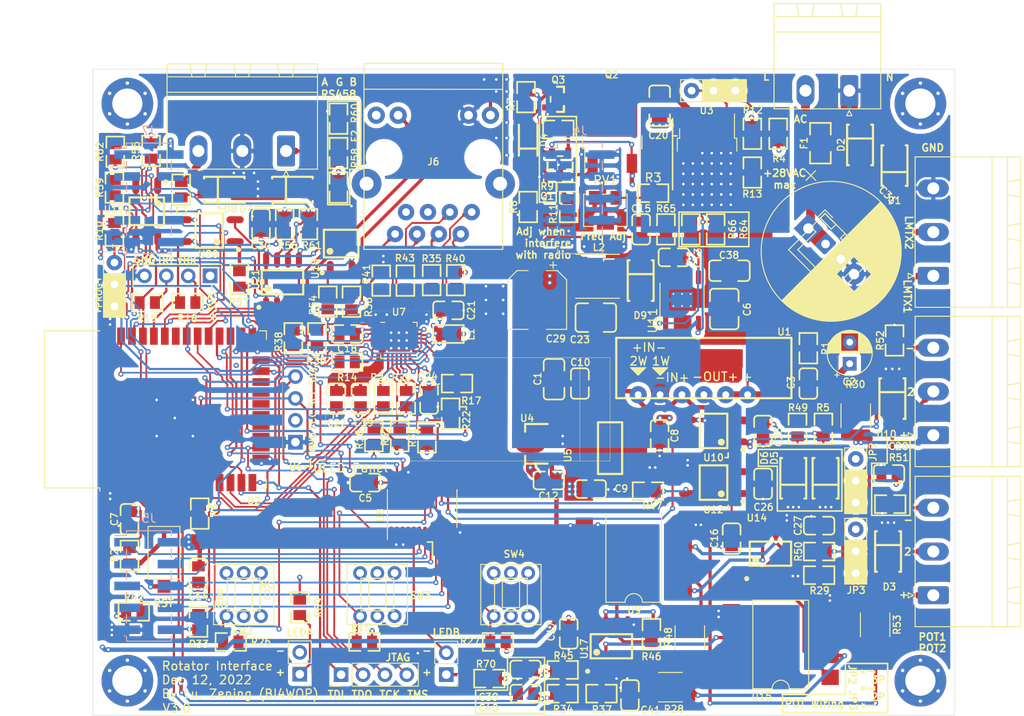
<source format=kicad_pcb>
(kicad_pcb (version 20171130) (host pcbnew "(5.1.10)-1")
  (layers (0 F.Cu signal) (1 In1.Cu signal) (2 In2.Cu signal) (31 B.Cu signal) (34 B.Paste user) (35 F.Paste user) (36 B.SilkS user) (37 F.SilkS user) (38 B.Mask user) (39 F.Mask user) (44 Edge.Cuts user))
  (net 0 "")
  (net 1 GNDPWR)
  (net 2 +5VD)
  (net 3 +3V3)
  (net 4 VAC)
  (net 5 "Net-(D4-Pad1)")
  (net 6 "Net-(J9-Pad1)")
  (net 7 /SCL)
  (net 8 "Net-(JP1-Pad1)")
  (net 9 "Net-(JP3-Pad1)")
  (net 10 "Net-(R21-Pad1)")
  (net 11 "Net-(R22-Pad1)")
  (net 12 /SDA)
  (net 13 "Net-(R28-Pad1)")
  (net 14 "Net-(R34-Pad1)")
  (net 15 "Net-(U15-Pad7)")
  (net 16 "Net-(U15-Pad8)")
  (net 17 "Net-(R46-Pad2)")
  (net 18 "Net-(U14-Pad1)")
  (net 19 "Net-(R29-Pad1)")
  (net 20 +12V)
  (net 21 GND)
  (net 22 "Net-(C19-Pad1)")
  (net 23 "Net-(C25-Pad1)")
  (net 24 "Net-(C26-Pad1)")
  (net 25 "Net-(C27-Pad1)")
  (net 26 "Net-(C28-Pad1)")
  (net 27 /+24V)
  (net 28 "Net-(D4-Pad2)")
  (net 29 "Net-(D7-Pad1)")
  (net 30 "Net-(D8-Pad2)")
  (net 31 /RS485/B485)
  (net 32 /RS485/A485)
  (net 33 "Net-(J5-Pad10)")
  (net 34 /RELOUT6)
  (net 35 "Net-(J5-Pad7)")
  (net 36 /RELOUT4)
  (net 37 /RELOUT5)
  (net 38 /RELOUT2)
  (net 39 /RELOUT3)
  (net 40 /RELOUT1)
  (net 41 "Net-(J6-Pad11)")
  (net 42 "Net-(J7-Pad6)")
  (net 43 "Net-(J7-Pad4)")
  (net 44 /ISense1)
  (net 45 /PROG_RXD)
  (net 46 /PROG_TXD)
  (net 47 "Net-(J9-Pad3)")
  (net 48 "Net-(J10-Pad2)")
  (net 49 "Net-(J10-Pad1)")
  (net 50 "Net-(J11-Pad3)")
  (net 51 "Net-(J11-Pad1)")
  (net 52 "Net-(JP2-Pad1)")
  (net 53 "Net-(Q1-Pad1)")
  (net 54 "Net-(Q1-Pad3)")
  (net 55 "Net-(Q3-Pad3)")
  (net 56 "Net-(R2-Pad2)")
  (net 57 /EMAC_CLK_OUT_180)
  (net 58 /RMII_TX_CLK)
  (net 59 /485TXD)
  (net 60 /485RXD)
  (net 61 /EMAC_RXD0)
  (net 62 "Net-(R20-Pad1)")
  (net 63 /EMAC_RXD1)
  (net 64 /EMAC_RX_DRV)
  (net 65 /MDIO)
  (net 66 "Net-(R32-Pad1)")
  (net 67 /POT1)
  (net 68 "Net-(R36-Pad2)")
  (net 69 "Net-(R38-Pad2)")
  (net 70 "Net-(R39-Pad1)")
  (net 71 /POT2)
  (net 72 "Net-(R45-Pad1)")
  (net 73 "Net-(R50-Pad1)")
  (net 74 "Net-(R54-Pad2)")
  (net 75 "Net-(R55-Pad2)")
  (net 76 "Net-(R57-Pad1)")
  (net 77 "Net-(R58-Pad2)")
  (net 78 "Net-(R59-Pad1)")
  (net 79 /MDC)
  (net 80 /EMAC_TXD1)
  (net 81 /EMAC_TX_EN)
  (net 82 "Net-(U2-Pad32)")
  (net 83 /EMAC_TXD0)
  (net 84 "Net-(U2-Pad22)")
  (net 85 "Net-(U2-Pad21)")
  (net 86 "Net-(U2-Pad20)")
  (net 87 "Net-(U2-Pad19)")
  (net 88 "Net-(U2-Pad18)")
  (net 89 "Net-(U2-Pad17)")
  (net 90 "Net-(U7-Pad14)")
  (net 91 "Net-(U7-Pad4)")
  (net 92 "Net-(U9-Pad8)")
  (net 93 "Net-(U9-Pad7)")
  (net 94 "Net-(R48-Pad1)")
  (net 95 "Net-(U14-Pad7)")
  (net 96 "Net-(U20-Pad2)")
  (net 97 "Net-(SC1-Pad1)")
  (net 98 "Net-(SC2-Pad1)")
  (net 99 "Net-(SC3-Pad1)")
  (net 100 "Net-(SC4-Pad1)")
  (net 101 "Net-(C20-Pad1)")
  (net 102 /RXP)
  (net 103 /TXP)
  (net 104 /RXN)
  (net 105 /TXN)
  (net 106 /PHY_VDDA)
  (net 107 "Net-(D11-Pad1)")
  (net 108 /LEDBX)
  (net 109 "Net-(D12-Pad1)")
  (net 110 "Net-(D1-Pad1)")
  (net 111 "Net-(C41-Pad2)")
  (net 112 "Net-(J6-Pad9)")
  (net 113 +5VISO)
  (net 114 "Net-(R17-Pad1)")
  (net 115 "Net-(C13-Pad2)")
  (net 116 "Net-(C13-Pad1)")
  (net 117 "Net-(C15-Pad2)")
  (net 118 /LEDAX)
  (net 119 /SPWM6_TMS)
  (net 120 /SPWM5_TCK)
  (net 121 /TDO)
  (net 122 /SPWM4_TDI)
  (net 123 /ISense2)
  (net 124 /BOOT_PHYRST)
  (net 125 "Net-(JP4-Pad3)")
  (net 126 "Net-(JP4-Pad1)")
  (net 127 /LMTX2)
  (net 128 /SW_CCW)
  (net 129 /SW_CW)
  (net 130 /SW_SET)
  (net 131 /SPWM2)
  (net 132 /SPWM1)
  (net 133 /SPWM3)
  (net 134 /INTX)
  (net 135 /IO_expander/IO1_7)
  (net 136 /IO_expander/IO1_6)
  (net 137 /LMTX1)
  (net 138 /485RW)
  (net 139 /IO_expander/IO0_0)
  (net 140 "Net-(C31-Pad1)")
  (net 141 "Net-(U11-Pad6)")
  (net 142 "Net-(R3-Pad2)")
  (net 143 "Net-(R3-Pad1)")
  (module Potentiometer_SMD:Potentiometer_Bourns_3224W_Vertical (layer F.Cu) (at 79.455 36.39)
    (fp_text reference RV1 (at 0 -3.5) (layer F.SilkS))
    (fp_text value 10K)
    (pad 3 smd rect (at -1.25 -1.45) (size 1.3 1.6) (layers F.Cu F.Paste F.Mask) (net 1 GNDPWR))
    (pad 2 smd rect (at 0 1.45) (size 2 1.6) (layers F.Cu F.Paste F.Mask) (net 1 GNDPWR))
    (pad 1 smd rect (at 1.25 -1.45) (size 1.3 1.6) (layers F.Cu F.Paste F.Mask) (net 142 "Net-(R3-Pad2)"))
  )
  (module lc_lib:0805_R (layer F.Cu) (at 85 34.4 180)
    (fp_text reference R3 (at 0 1.8) (layer F.SilkS))
    (fp_text value 47K)
    (pad 2 smd rect (at 0.89 0 180) (size 1.16 1.47) (layers F.Cu F.Paste F.Mask) (net 142 "Net-(R3-Pad2)"))
    (pad 1 smd rect (at -0.89 0 180) (size 1.16 1.47) (layers F.Cu F.Paste F.Mask) (net 143 "Net-(R3-Pad1)"))
  )
  (module Package_SO:SOIC-8-1EP_3.9x4.9mm_P1.27mm_EP2.514x3.2mm_ThermalVias (layer F.Cu) (at 88.35 46.8 90)
    (fp_text reference U11 (at -2.4 -3.4 90) (layer F.SilkS))
    (fp_text value LMR16020)
    (pad 9 smd rect (at 0 0 90) (size 1.9 2.5) (layers B.Cu) (net 1 GNDPWR))
    (pad 9 thru_hole circle (at 0.7 1 90) (size 0.5 0.5) (drill 0.2) (layers *.Cu) (net 1 GNDPWR))
    (pad 9 thru_hole circle (at -0.7 1 90) (size 0.5 0.5) (drill 0.2) (layers *.Cu) (net 1 GNDPWR))
    (pad 9 thru_hole circle (at 0.7 0 90) (size 0.5 0.5) (drill 0.2) (layers *.Cu) (net 1 GNDPWR))
    (pad 9 thru_hole circle (at -0.7 0 90) (size 0.5 0.5) (drill 0.2) (layers *.Cu) (net 1 GNDPWR))
    (pad 9 thru_hole circle (at 0.7 -1 90) (size 0.5 0.5) (drill 0.2) (layers *.Cu) (net 1 GNDPWR))
    (pad 9 thru_hole circle (at -0.7 -1 90) (size 0.5 0.5) (drill 0.2) (layers *.Cu) (net 1 GNDPWR))
    (pad 9 smd rect (at 0 0 90) (size 2.514 3.2) (layers F.Cu F.Mask) (net 1 GNDPWR))
    (pad 8 smd roundrect (at 2.6375 -1.905 90) (size 1.625 0.6) (layers F.Cu F.Paste F.Mask) (net 116 "Net-(C13-Pad1)"))
    (pad 7 smd roundrect (at 2.6375 -0.635 90) (size 1.625 0.6) (layers F.Cu F.Paste F.Mask) (net 1 GNDPWR))
    (pad 6 smd roundrect (at 2.6375 0.635 90) (size 1.625 0.6) (layers F.Cu F.Paste F.Mask) (net 141 "Net-(U11-Pad6)"))
    (pad 5 smd roundrect (at 2.6375 1.905 90) (size 1.625 0.6) (layers F.Cu F.Paste F.Mask) (net 117 "Net-(C15-Pad2)"))
    (pad 4 smd roundrect (at -2.6375 1.905 90) (size 1.625 0.6) (layers F.Cu F.Paste F.Mask) (net 143 "Net-(R3-Pad1)"))
    (pad 3 smd roundrect (at -2.6375 0.635 90) (size 1.625 0.6) (layers F.Cu F.Paste F.Mask) (net 27 /+24V))
    (pad 2 smd roundrect (at -2.6375 -0.635 90) (size 1.625 0.6) (layers F.Cu F.Paste F.Mask) (net 27 /+24V))
    (pad 1 smd roundrect (at -2.6375 -1.905 90) (size 1.625 0.6) (layers F.Cu F.Paste F.Mask) (net 115 "Net-(C13-Pad2)"))
  )
  (module Inductor_SMD:L_Taiyo-Yuden_NR-50xx (layer F.Cu) (at 78.55 44.05 180)
    (fp_text reference L2 (at -0.15 3.35) (layer F.SilkS) (effects (font (size 0.8 0.8))))
    (fp_text value "22uH 2A")
    (pad 2 smd rect (at 1.8 0 180) (size 1.5 4.2) (layers F.Cu F.Paste F.Mask) (net 20 +12V))
    (pad 1 smd rect (at -1.8 0 180) (size 1.5 4.2) (layers F.Cu F.Paste F.Mask) (net 116 "Net-(C13-Pad1)"))
  )
  (module Package_DFN_QFN:QFN-24-1EP_4x4mm_P0.5mm_EP2.6x2.6mm (layer F.Cu) (at 55.5 51.5)
    (fp_text reference U7 (at 0 -3.3) (layer F.SilkS) (effects (font (size 0.8 0.8))))
    (fp_text value LAN8720A)
    (pad 25 smd rect (at 0 0) (size 2.6 2.6) (layers F.Cu F.Mask) (net 21 GND))
    (pad 24 smd roundrect (at -1.25 -1.9375) (size 0.25 0.825) (layers F.Cu F.Paste F.Mask) (net 70 "Net-(R39-Pad1)"))
    (pad 23 smd roundrect (at -0.75 -1.9375) (size 0.25 0.825) (layers F.Cu F.Paste F.Mask) (net 102 /RXP))
    (pad 22 smd roundrect (at -0.25 -1.9375) (size 0.25 0.825) (layers F.Cu F.Paste F.Mask) (net 104 /RXN))
    (pad 21 smd roundrect (at 0.25 -1.9375) (size 0.25 0.825) (layers F.Cu F.Paste F.Mask) (net 103 /TXP))
    (pad 20 smd roundrect (at 0.75 -1.9375) (size 0.25 0.825) (layers F.Cu F.Paste F.Mask) (net 105 /TXN))
    (pad 19 smd roundrect (at 1.25 -1.9375) (size 0.25 0.825) (layers F.Cu F.Paste F.Mask) (net 106 /PHY_VDDA))
    (pad 18 smd roundrect (at 1.9375 -1.25) (size 0.825 0.25) (layers F.Cu F.Paste F.Mask) (net 80 /EMAC_TXD1))
    (pad 17 smd roundrect (at 1.9375 -0.75) (size 0.825 0.25) (layers F.Cu F.Paste F.Mask) (net 83 /EMAC_TXD0))
    (pad 16 smd roundrect (at 1.9375 -0.25) (size 0.825 0.25) (layers F.Cu F.Paste F.Mask) (net 81 /EMAC_TX_EN))
    (pad 15 smd roundrect (at 1.9375 0.25) (size 0.825 0.25) (layers F.Cu F.Paste F.Mask) (net 114 "Net-(R17-Pad1)"))
    (pad 14 smd roundrect (at 1.9375 0.75) (size 0.825 0.25) (layers F.Cu F.Paste F.Mask) (net 90 "Net-(U7-Pad14)"))
    (pad 13 smd roundrect (at 1.9375 1.25) (size 0.825 0.25) (layers F.Cu F.Paste F.Mask) (net 79 /MDC))
    (pad 12 smd roundrect (at 1.25 1.9375) (size 0.25 0.825) (layers F.Cu F.Paste F.Mask) (net 65 /MDIO))
    (pad 11 smd roundrect (at 0.75 1.9375) (size 0.25 0.825) (layers F.Cu F.Paste F.Mask) (net 11 "Net-(R22-Pad1)"))
    (pad 10 smd roundrect (at 0.25 1.9375) (size 0.25 0.825) (layers F.Cu F.Paste F.Mask) (net 66 "Net-(R32-Pad1)"))
    (pad 9 smd roundrect (at -0.25 1.9375) (size 0.25 0.825) (layers F.Cu F.Paste F.Mask) (net 3 +3V3))
    (pad 8 smd roundrect (at -0.75 1.9375) (size 0.25 0.825) (layers F.Cu F.Paste F.Mask) (net 62 "Net-(R20-Pad1)"))
    (pad 7 smd roundrect (at -1.25 1.9375) (size 0.25 0.825) (layers F.Cu F.Paste F.Mask) (net 10 "Net-(R21-Pad1)"))
    (pad 6 smd roundrect (at -1.9375 1.25) (size 0.825 0.25) (layers F.Cu F.Paste F.Mask) (net 22 "Net-(C19-Pad1)"))
    (pad 5 smd roundrect (at -1.9375 0.75) (size 0.825 0.25) (layers F.Cu F.Paste F.Mask) (net 58 /RMII_TX_CLK))
    (pad 4 smd roundrect (at -1.9375 0.25) (size 0.825 0.25) (layers F.Cu F.Paste F.Mask) (net 91 "Net-(U7-Pad4)"))
    (pad 3 smd roundrect (at -1.9375 -0.25) (size 0.825 0.25) (layers F.Cu F.Paste F.Mask) (net 68 "Net-(R36-Pad2)"))
    (pad 2 smd roundrect (at -1.9375 -0.75) (size 0.825 0.25) (layers F.Cu F.Paste F.Mask) (net 69 "Net-(R38-Pad2)"))
    (pad 1 smd roundrect (at -1.9375 -1.25) (size 0.825 0.25) (layers F.Cu F.Paste F.Mask) (net 106 /PHY_VDDA))
  )
  (module Capacitor_THT:CP_Radial_D16.0mm_P7.50mm (layer F.Cu) (at 103 38.5 315)
    (fp_text reference C31 (at 3.75 -9.25 135) (layer F.SilkS) (effects (font (size 0.8 0.8))))
    (fp_text value "1000uF 63V")
    (pad 2 thru_hole circle (at 7.5 0 315) (size 2.4 2.4) (drill 1.2) (layers *.Cu *.Mask) (net 1 GNDPWR))
    (pad 1 thru_hole rect (at 0 0 315) (size 2.4 2.4) (drill 1.2) (layers *.Cu *.Mask) (net 140 "Net-(C31-Pad1)"))
  )
  (module lc_lib:0805_R (layer F.Cu) (at 22.6 29.6 270)
    (fp_text reference R62 (at 0 1.8 90) (layer F.SilkS) (effects (font (size 0.8 0.8))))
    (fp_text value 1K)
    (pad 2 smd rect (at 0.89 0 270) (size 1.16 1.47) (layers F.Cu F.Paste F.Mask) (net 30 "Net-(D8-Pad2)"))
    (pad 1 smd rect (at -0.89 0 270) (size 1.16 1.47) (layers F.Cu F.Paste F.Mask) (net 2 +5VD))
  )
  (module lc_lib:0805_C (layer F.Cu) (at 51.6 68)
    (fp_text reference C5 (at 0 1.8) (layer F.SilkS) (effects (font (size 0.8 0.8))))
    (fp_text value 104)
    (pad 2 smd rect (at 0.89 0) (size 1.16 1.47) (layers F.Cu F.Paste F.Mask) (net 3 +3V3))
    (pad 1 smd rect (at -0.89 0) (size 1.16 1.47) (layers F.Cu F.Paste F.Mask) (net 21 GND))
  )
  (module Package_SO:TSSOP-24_4.4x7.8mm_P0.65mm (layer F.Cu) (at 58.2 71 90)
    (fp_text reference U8 (at -0.8 -4.85 90) (layer F.SilkS) (effects (font (size 0.8 0.8))))
    (fp_text value PCA9555PW)
    (pad 24 smd roundrect (at 2.8625 -3.575 90) (size 1.475 0.4) (layers F.Cu F.Paste F.Mask) (net 3 +3V3))
    (pad 23 smd roundrect (at 2.8625 -2.925 90) (size 1.475 0.4) (layers F.Cu F.Paste F.Mask) (net 12 /SDA))
    (pad 22 smd roundrect (at 2.8625 -2.275 90) (size 1.475 0.4) (layers F.Cu F.Paste F.Mask) (net 7 /SCL))
    (pad 21 smd roundrect (at 2.8625 -1.625 90) (size 1.475 0.4) (layers F.Cu F.Paste F.Mask) (net 21 GND))
    (pad 20 smd roundrect (at 2.8625 -0.975 90) (size 1.475 0.4) (layers F.Cu F.Paste F.Mask) (net 135 /IO_expander/IO1_7))
    (pad 19 smd roundrect (at 2.8625 -0.325 90) (size 1.475 0.4) (layers F.Cu F.Paste F.Mask) (net 136 /IO_expander/IO1_6))
    (pad 18 smd roundrect (at 2.8625 0.325 90) (size 1.475 0.4) (layers F.Cu F.Paste F.Mask) (net 129 /SW_CW))
    (pad 17 smd roundrect (at 2.8625 0.975 90) (size 1.475 0.4) (layers F.Cu F.Paste F.Mask) (net 128 /SW_CCW))
    (pad 16 smd roundrect (at 2.8625 1.625 90) (size 1.475 0.4) (layers F.Cu F.Paste F.Mask) (net 130 /SW_SET))
    (pad 15 smd roundrect (at 2.8625 2.275 90) (size 1.475 0.4) (layers F.Cu F.Paste F.Mask) (net 127 /LMTX2))
    (pad 14 smd roundrect (at 2.8625 2.925 90) (size 1.475 0.4) (layers F.Cu F.Paste F.Mask) (net 137 /LMTX1))
    (pad 13 smd roundrect (at 2.8625 3.575 90) (size 1.475 0.4) (layers F.Cu F.Paste F.Mask) (net 138 /485RW))
    (pad 12 smd roundrect (at -2.8625 3.575 90) (size 1.475 0.4) (layers F.Cu F.Paste F.Mask) (net 21 GND))
    (pad 11 smd roundrect (at -2.8625 2.925 90) (size 1.475 0.4) (layers F.Cu F.Paste F.Mask) (net 34 /RELOUT6))
    (pad 10 smd roundrect (at -2.8625 2.275 90) (size 1.475 0.4) (layers F.Cu F.Paste F.Mask) (net 37 /RELOUT5))
    (pad 9 smd roundrect (at -2.8625 1.625 90) (size 1.475 0.4) (layers F.Cu F.Paste F.Mask) (net 36 /RELOUT4))
    (pad 8 smd roundrect (at -2.8625 0.975 90) (size 1.475 0.4) (layers F.Cu F.Paste F.Mask) (net 39 /RELOUT3))
    (pad 7 smd roundrect (at -2.8625 0.325 90) (size 1.475 0.4) (layers F.Cu F.Paste F.Mask) (net 38 /RELOUT2))
    (pad 6 smd roundrect (at -2.8625 -0.325 90) (size 1.475 0.4) (layers F.Cu F.Paste F.Mask) (net 40 /RELOUT1))
    (pad 5 smd roundrect (at -2.8625 -0.975 90) (size 1.475 0.4) (layers F.Cu F.Paste F.Mask) (net 108 /LEDBX))
    (pad 4 smd roundrect (at -2.8625 -1.625 90) (size 1.475 0.4) (layers F.Cu F.Paste F.Mask) (net 139 /IO_expander/IO0_0))
    (pad 3 smd roundrect (at -2.8625 -2.275 90) (size 1.475 0.4) (layers F.Cu F.Paste F.Mask) (net 21 GND))
    (pad 2 smd roundrect (at -2.8625 -2.925 90) (size 1.475 0.4) (layers F.Cu F.Paste F.Mask) (net 21 GND))
    (pad 1 smd roundrect (at -2.8625 -3.575 90) (size 1.475 0.4) (layers F.Cu F.Paste F.Mask) (net 134 /INTX))
  )
  (module lc_lib:0805_R (layer F.Cu) (at 89.366666 38.6 270)
    (fp_text reference R66 (at 0 -4.833334 90) (layer F.SilkS) (effects (font (size 0.8 0.8))))
    (fp_text value 10K)
    (pad 2 smd rect (at 0.89 0 270) (size 1.16 1.47) (layers F.Cu F.Paste F.Mask) (net 1 GNDPWR))
    (pad 1 smd rect (at -0.89 0 270) (size 1.16 1.47) (layers F.Cu F.Paste F.Mask) (net 117 "Net-(C15-Pad2)"))
  )
  (module lc_lib:0805_R (layer F.Cu) (at 86.483333 38.6 90)
    (fp_text reference R65 (at 2.4 0.016667 180) (layer F.SilkS) (effects (font (size 0.8 0.8))))
    (fp_text value 150K)
    (pad 2 smd rect (at 0.89 0 90) (size 1.16 1.47) (layers F.Cu F.Paste F.Mask) (net 117 "Net-(C15-Pad2)"))
    (pad 1 smd rect (at -0.89 0 90) (size 1.16 1.47) (layers F.Cu F.Paste F.Mask) (net 20 +12V))
  )
  (module lc_lib:0805_R (layer F.Cu) (at 92.25 38.6 270)
    (fp_text reference R64 (at 0 -3.25 90) (layer F.SilkS) (effects (font (size 0.8 0.8))))
    (fp_text value 47K)
    (pad 2 smd rect (at 0.89 0 270) (size 1.16 1.47) (layers F.Cu F.Paste F.Mask) (net 1 GNDPWR))
    (pad 1 smd rect (at -0.89 0 270) (size 1.16 1.47) (layers F.Cu F.Paste F.Mask) (net 143 "Net-(R3-Pad1)"))
  )
  (module lc_lib:0805_R (layer F.Cu) (at 52.6 62.6 90)
    (fp_text reference R16 (at -0.393619 -1.684276 90) (layer F.SilkS) (effects (font (size 0.8 0.8))))
    (fp_text value 2.2K)
    (pad 2 smd rect (at 0.89 0 90) (size 1.16 1.47) (layers F.Cu F.Paste F.Mask) (net 3 +3V3))
    (pad 1 smd rect (at -0.89 0 90) (size 1.16 1.47) (layers F.Cu F.Paste F.Mask) (net 7 /SCL))
  )
  (module lc_lib:0805_R (layer F.Cu) (at 32.4 71.6 270)
    (fp_text reference R6 (at -0.393619 -1.684276 90) (layer F.SilkS) (effects (font (size 0.8 0.8))))
    (fp_text value 2.2K)
    (pad 2 smd rect (at 0.89 0 270) (size 1.16 1.47) (layers F.Cu F.Paste F.Mask) (net 3 +3V3))
    (pad 1 smd rect (at -0.89 0 270) (size 1.16 1.47) (layers F.Cu F.Paste F.Mask) (net 12 /SDA))
  )
  (module lc_lib:0805_R (layer F.Cu) (at 99.5 27.5 270)
    (fp_text reference R4 (at 2.9 -0.1 180) (layer F.SilkS) (effects (font (size 0.8 0.8))))
    (fp_text value 100K)
    (pad 2 smd rect (at 0.89 0 270) (size 1.16 1.47) (layers F.Cu F.Paste F.Mask) (net 1 GNDPWR))
    (pad 1 smd rect (at -0.89 0 270) (size 1.16 1.47) (layers F.Cu F.Paste F.Mask) (net 125 "Net-(JP4-Pad3)"))
  )
  (module MyPCBLib:Jumper_3P (layer F.Cu) (at 89.46 22.5 90)
    (fp_text reference JP4 hide)
    (fp_text value VSEL)
    (pad 3 thru_hole circle (at 0 5.08 90) (size 1.8 1.8) (drill 0.9) (layers *.Cu *.Mask) (net 125 "Net-(JP4-Pad3)"))
    (pad 2 thru_hole circle (at 0 2.54 90) (size 1.8 1.8) (drill 0.9) (layers *.Cu *.Mask) (net 126 "Net-(JP4-Pad1)"))
    (pad 1 thru_hole circle (at 0 0 90) (size 1.8 1.8) (drill 0.9) (layers *.Cu *.Mask) (net 126 "Net-(JP4-Pad1)"))
  )
  (module "lc_lib:SMA(DO-214AC)_S1" (layer F.Cu) (at 83.55 44.55 270)
    (fp_text reference D9 (at 4.05 0.05 180) (layer F.SilkS) (effects (font (size 0.8 0.8))))
    (fp_text value SS34)
    (pad 2 smd rect (at -2.1 0 180) (size 2 2) (layers F.Cu F.Paste F.Mask) (net 116 "Net-(C13-Pad1)"))
    (pad 1 smd rect (at 2.1 0 180) (size 2 2) (layers F.Cu F.Paste F.Mask) (net 1 GNDPWR))
  )
  (module Capacitor_SMD:CP_Elec_6.3x5.9 (layer F.Cu) (at 71.55 46.8 270)
    (fp_text reference C29 (at 4.5 -2.15 180) (layer F.SilkS) (effects (font (size 0.8 0.8))))
    (fp_text value "47uF 25V")
    (pad 2 smd roundrect (at 2.8 0 270) (size 3.5 1.6) (layers F.Cu F.Paste F.Mask) (roundrect_rratio 0.15625) (net 1 GNDPWR))
    (pad 1 smd roundrect (at -2.8 0 270) (size 3.5 1.6) (layers F.Cu F.Paste F.Mask) (roundrect_rratio 0.15625) (net 20 +12V))
  )
  (module lc_lib:1210_C (layer F.Cu) (at 78.35 48.85)
    (fp_text reference C23 (at -1.85 2.55) (layer F.SilkS) (effects (font (size 0.8 0.8))))
    (fp_text value 10uF)
    (pad 2 smd rect (at 1.475 0) (size 1.16 2.72) (layers F.Cu F.Paste F.Mask) (net 1 GNDPWR))
    (pad 1 smd rect (at -1.475 0) (size 1.16 2.72) (layers F.Cu F.Paste F.Mask) (net 20 +12V))
  )
  (module lc_lib:0805_C (layer F.Cu) (at 83.6 38.6 90)
    (fp_text reference C15 (at 2.4 0 180) (layer F.SilkS) (effects (font (size 0.8 0.8))))
    (fp_text value 330pF)
    (pad 2 smd rect (at 0.89 0 90) (size 1.16 1.47) (layers F.Cu F.Paste F.Mask) (net 117 "Net-(C15-Pad2)"))
    (pad 1 smd rect (at -0.89 0 90) (size 1.16 1.47) (layers F.Cu F.Paste F.Mask) (net 20 +12V))
  )
  (module lc_lib:0805_C (layer F.Cu) (at 87.4 41.85)
    (fp_text reference C13 (at 2.8 0.05 90) (layer F.SilkS) (effects (font (size 0.8 0.8))))
    (fp_text value 104)
    (pad 2 smd rect (at 0.89 0) (size 1.16 1.47) (layers F.Cu F.Paste F.Mask) (net 115 "Net-(C13-Pad2)"))
    (pad 1 smd rect (at -0.89 0) (size 1.16 1.47) (layers F.Cu F.Paste F.Mask) (net 116 "Net-(C13-Pad1)"))
  )
  (module lc_lib:1210_C (layer F.Cu) (at 93.25 47.85 90)
    (fp_text reference C6 (at -0.05 2.65 90) (layer F.SilkS) (effects (font (size 0.8 0.8))))
    (fp_text value "10uF 63V")
    (pad 2 smd rect (at 1.475 0 90) (size 1.16 2.72) (layers F.Cu F.Paste F.Mask) (net 1 GNDPWR))
    (pad 1 smd rect (at -1.475 0 90) (size 1.16 2.72) (layers F.Cu F.Paste F.Mask) (net 27 /+24V))
  )
  (module MyPCBLib:B0505-2W (layer F.Cu) (at 83.26 51.2)
    (fp_text reference U1 (at 16.95 -0.7) (layer F.SilkS) (effects (font (size 0.8 0.8))))
    (fp_text value B1205-1W)
    (fp_text user +IN- (at 1.27 1.1) (layer F.SilkS))
    (fp_text user + (at 12.65 4.5) (layer F.SilkS))
    (fp_text user -IN+ (at 3.95 4.6) (layer F.SilkS))
    (fp_text user -OUT+ (at 8.95 4.5) (layer F.SilkS))
    (fp_text user 2W (at 0.05 2.7) (layer F.SilkS))
    (fp_text user 1W (at 2.65 2.7) (layer F.SilkS))
    (pad 1 thru_hole circle (at 0 6.6) (size 2 2) (drill 0.8) (layers *.Cu *.Mask) (net 20 +12V))
    (pad 2 thru_hole circle (at 2.54 6.6) (size 2 2) (drill 0.8) (layers *.Cu *.Mask) (net 1 GNDPWR))
    (pad 3 thru_hole circle (at 7.62 6.6) (size 2 2) (drill 0.8) (layers *.Cu *.Mask) (net 21 GND))
    (pad 4 thru_hole circle (at 12.7 6.6) (size 2 2) (drill 0.8) (layers *.Cu *.Mask) (net 113 +5VISO))
    (pad 1 thru_hole circle (at 5.08 6.6) (size 2 2) (drill 0.8) (layers *.Cu *.Mask) (net 20 +12V))
    (pad 4 thru_hole circle (at 10.16 6.6) (size 2 2) (drill 0.8) (layers *.Cu *.Mask) (net 113 +5VISO))
  )
  (module MyPCBLib:HR913550A (layer F.Cu) (at 59.5 30.25)
    (fp_text reference J6 (at 0 0.5) (layer F.SilkS) (effects (font (size 0.8 0.8))))
    (fp_text value HR913550A)
    (pad 12 thru_hole circle (at -6.625 -4.9) (size 2 2) (drill 1.02) (layers *.Cu *.Mask) (net 3 +3V3))
    (pad 11 thru_hole circle (at -4.085 -4.9) (size 2 2) (drill 1.02) (layers *.Cu *.Mask) (net 41 "Net-(J6-Pad11)"))
    (pad 10 thru_hole circle (at 4.085 -4.9) (size 2 2) (drill 1.02) (layers *.Cu *.Mask) (net 21 GND))
    (pad 9 thru_hole circle (at 6.625 -4.9) (size 2 2) (drill 1.02) (layers *.Cu *.Mask) (net 112 "Net-(J6-Pad9)"))
    (pad 0 thru_hole circle (at -7.745 3.05) (size 3.45 3.45) (drill 1.63) (layers *.Cu *.Mask))
    (pad 0 thru_hole circle (at 7.745 3.05) (size 3.45 3.45) (drill 1.63) (layers *.Cu *.Mask))
    (pad 7 thru_hole circle (at -3.17 6.35) (size 1.9 1.9) (drill 0.89) (layers *.Cu *.Mask))
    (pad 5 thru_hole circle (at -0.63 6.35) (size 1.9 1.9) (drill 0.89) (layers *.Cu *.Mask) (net 3 +3V3))
    (pad 3 thru_hole circle (at 1.91 6.35) (size 1.9 1.9) (drill 0.89) (layers *.Cu *.Mask) (net 102 /RXP))
    (pad 1 thru_hole circle (at 4.45 6.35) (size 1.9 1.9) (drill 0.89) (layers *.Cu *.Mask) (net 103 /TXP))
    (pad 8 thru_hole circle (at -4.44 8.89) (size 1.9 1.9) (drill 0.89) (layers *.Cu *.Mask) (net 1 GNDPWR))
    (pad 6 thru_hole circle (at -1.9 8.89) (size 1.9 1.9) (drill 0.89) (layers *.Cu *.Mask) (net 104 /RXN))
    (pad 2 thru_hole circle (at 3.18 8.89) (size 1.9 1.9) (drill 0.89) (layers *.Cu *.Mask) (net 105 /TXN))
    (pad 4 thru_hole circle (at 0.64 8.89) (size 1.9 1.9) (drill 0.89) (layers *.Cu *.Mask) (net 3 +3V3))
    (pad "" np_thru_hole circle (at 5.715 0) (size 3.25 3.25) (drill 3.25) (layers *.Cu *.Mask))
    (pad "" np_thru_hole circle (at -5.715 0) (size 3.25 3.25) (drill 3.25) (layers *.Cu *.Mask))
  )
  (module lc_lib:0805_C (layer F.Cu) (at 82.3 92.7 270)
    (fp_text reference C41 (at 1.7 -2.4 180) (layer F.SilkS) (effects (font (size 0.8 0.8))))
    (fp_text value 104)
    (pad 2 smd rect (at 0.89 0 270) (size 1.16 1.47) (layers F.Cu F.Paste F.Mask) (net 111 "Net-(C41-Pad2)"))
    (pad 1 smd rect (at -0.89 0 270) (size 1.16 1.47) (layers F.Cu F.Paste F.Mask) (net 21 GND))
  )
  (module MyPCBLib:K8-7071 (layer F.Cu) (at 37.5 81)
    (fp_text reference SW2 (at -0.15 4.25) (layer F.SilkS) (effects (font (size 0.8 0.8))))
    (fp_text value CW)
    (fp_text user NC (at 2.7 -1.1) (layer F.SilkS) (effects (font (size 0.75 0.75))))
    (fp_text user NO (at -2.7 1.2) (layer F.SilkS) (effects (font (size 0.75 0.75))))
    (pad 4 thru_hole circle (at -2 -2.5) (size 1.6 1.6) (drill 0.9) (layers *.Cu *.Mask))
    (pad 5 thru_hole circle (at 0 -2.5) (size 1.6 1.6) (drill 0.9) (layers *.Cu *.Mask))
    (pad 6 thru_hole circle (at 2 -2.5) (size 1.6 1.6) (drill 0.9) (layers *.Cu *.Mask))
    (pad 1 thru_hole circle (at -2 2.5) (size 1.6 1.6) (drill 0.9) (layers *.Cu *.Mask) (net 129 /SW_CW))
    (pad 2 thru_hole circle (at 0 2.5) (size 1.6 1.6) (drill 0.9) (layers *.Cu *.Mask) (net 21 GND))
    (pad 3 thru_hole circle (at 2 2.5) (size 1.6 1.6) (drill 0.9) (layers *.Cu *.Mask))
  )
  (module lc_lib:0805_C (layer F.Cu) (at 70.2 92.5 180)
    (fp_text reference C40 (at 4.3 -1.684276) (layer F.SilkS) (effects (font (size 0.8 0.8))))
    (fp_text value 104)
    (pad 2 smd rect (at 0.89 0 180) (size 1.16 1.47) (layers F.Cu F.Paste F.Mask) (net 21 GND))
    (pad 1 smd rect (at -0.89 0 180) (size 1.16 1.47) (layers F.Cu F.Paste F.Mask) (net 67 /POT1))
  )
  (module lc_lib:0805_C (layer F.Cu) (at 70.19 89.7 180)
    (fp_text reference C39 (at 4.29 -3.2) (layer F.SilkS) (effects (font (size 0.8 0.8))))
    (fp_text value 104)
    (pad 2 smd rect (at 0.89 0 180) (size 1.16 1.47) (layers F.Cu F.Paste F.Mask) (net 21 GND))
    (pad 1 smd rect (at -0.89 0 180) (size 1.16 1.47) (layers F.Cu F.Paste F.Mask) (net 71 /POT2))
  )
  (module Connector_PinHeader_2.54mm:PinHeader_1x04_P2.54mm_Vertical (layer F.Cu) (at 48.8 90.3 90)
    (fp_text reference J3 hide)
    (fp_text value JTAG)
    (pad 4 thru_hole oval (at 0 7.62 90) (size 1.7 1.7) (drill 1) (layers *.Cu *.Mask) (net 119 /SPWM6_TMS))
    (pad 3 thru_hole oval (at 0 5.08 90) (size 1.7 1.7) (drill 1) (layers *.Cu *.Mask) (net 120 /SPWM5_TCK))
    (pad 2 thru_hole oval (at 0 2.54 90) (size 1.7 1.7) (drill 1) (layers *.Cu *.Mask) (net 121 /TDO))
    (pad 1 thru_hole rect (at 0 0 90) (size 1.7 1.7) (drill 1) (layers *.Cu *.Mask) (net 122 /SPWM4_TDI))
  )
  (module Connector_JST:JST_XH_B2B-XH-A_1x02_P2.50mm_Vertical (layer F.Cu) (at 105 40.3 315)
    (fp_text reference C4 hide)
    (fp_text value "1000uF 63V")
    (pad 2 thru_hole oval (at 2.5 0 315) (size 1.7 2) (drill 1) (layers *.Cu *.Mask) (net 1 GNDPWR))
    (pad 1 thru_hole roundrect (at 0 0 315) (size 1.7 2) (drill 1) (layers *.Cu *.Mask) (roundrect_rratio 0.1470588235294118) (net 140 "Net-(C31-Pad1)"))
  )
  (module lc_lib:0805_R (layer F.Cu) (at 66 90.75)
    (fp_text reference R70 (at -0.393619 -1.684276) (layer F.SilkS) (effects (font (size 0.8 0.8))))
    (fp_text value 200)
    (pad 2 smd rect (at 0.89 0) (size 1.16 1.47) (layers F.Cu F.Paste F.Mask) (net 3 +3V3))
    (pad 1 smd rect (at -0.89 0) (size 1.16 1.47) (layers F.Cu F.Paste F.Mask) (net 109 "Net-(D12-Pad1)"))
  )
  (module lc_lib:0805_R (layer F.Cu) (at 44 82.49 90)
    (fp_text reference R69 (at -0.01 2.2 90) (layer F.SilkS) (effects (font (size 0.8 0.8))))
    (fp_text value 200)
    (pad 2 smd rect (at 0.89 0 90) (size 1.16 1.47) (layers F.Cu F.Paste F.Mask) (net 3 +3V3))
    (pad 1 smd rect (at -0.89 0 90) (size 1.16 1.47) (layers F.Cu F.Paste F.Mask) (net 107 "Net-(D11-Pad1)"))
  )
  (module Connector_PinHeader_2.54mm:PinHeader_1x02_P2.54mm_Vertical (layer F.Cu) (at 61 90.29 180)
    (fp_text reference D12 hide)
    (fp_text value LED_12)
    (pad 2 thru_hole oval (at 0 2.54 180) (size 1.7 1.7) (drill 1) (layers *.Cu *.Mask) (net 108 /LEDBX))
    (pad 1 thru_hole rect (at 0 0 180) (size 1.7 1.7) (drill 1) (layers *.Cu *.Mask) (net 109 "Net-(D12-Pad1)"))
  )
  (module Connector_PinHeader_2.54mm:PinHeader_1x02_P2.54mm_Vertical (layer F.Cu) (at 44 90.25 180)
    (fp_text reference D11 hide)
    (fp_text value LED_12)
    (pad 2 thru_hole oval (at 0 2.54 180) (size 1.7 1.7) (drill 1) (layers *.Cu *.Mask) (net 118 /LEDAX))
    (pad 1 thru_hole rect (at 0 0 180) (size 1.7 1.7) (drill 1) (layers *.Cu *.Mask) (net 107 "Net-(D11-Pad1)"))
  )
  (module lc_lib:0805_C (layer F.Cu) (at 59 58.25 270)
    (fp_text reference C24 (at -2.6 0.15 180) (layer F.SilkS) (effects (font (size 0.8 0.8))))
    (fp_text value 103)
    (pad 2 smd rect (at 0.89 0 270) (size 1.16 1.47) (layers F.Cu F.Paste F.Mask) (net 21 GND))
    (pad 1 smd rect (at -0.89 0 270) (size 1.16 1.47) (layers F.Cu F.Paste F.Mask) (net 3 +3V3))
  )
  (module lc_lib:0805_R (layer F.Cu) (at 30.25 34 270)
    (fp_text reference F3 (at 2.475 0 180) (layer F.SilkS) (effects (font (size 0.8 0.8))))
    (fp_text value 6.8V0.1A)
    (pad 2 smd rect (at 0.89 0 270) (size 1.16 1.47) (layers F.Cu F.Paste F.Mask) (net 30 "Net-(D8-Pad2)"))
    (pad 1 smd rect (at -0.89 0 270) (size 1.16 1.47) (layers F.Cu F.Paste F.Mask) (net 32 /RS485/A485))
  )
  (module lc_lib:0805_R (layer F.Cu) (at 48.5 29.75 270)
    (fp_text reference F2 (at -1.975 -1.925 90) (layer F.SilkS) (effects (font (size 0.8 0.8))))
    (fp_text value 6.8V0.1A)
    (pad 2 smd rect (at 0.89 0 270) (size 1.16 1.47) (layers F.Cu F.Paste F.Mask) (net 29 "Net-(D7-Pad1)"))
    (pad 1 smd rect (at -0.89 0 270) (size 1.16 1.47) (layers F.Cu F.Paste F.Mask) (net 31 /RS485/B485))
  )
  (module Connector_PinHeader_2.54mm:PinHeader_1x04_P2.54mm_Vertical (layer F.Cu) (at 33.6 44 270)
    (fp_text reference J8 hide)
    (fp_text value UART)
    (pad 4 thru_hole oval (at 0 7.62 270) (size 1.7 1.7) (drill 1) (layers *.Cu *.Mask) (net 21 GND))
    (pad 3 thru_hole oval (at 0 5.08 270) (size 1.7 1.7) (drill 1) (layers *.Cu *.Mask) (net 46 /PROG_TXD))
    (pad 2 thru_hole oval (at 0 2.54 270) (size 1.7 1.7) (drill 1) (layers *.Cu *.Mask) (net 45 /PROG_RXD))
    (pad 1 thru_hole rect (at 0 0 270) (size 1.7 1.7) (drill 1) (layers *.Cu *.Mask) (net 3 +3V3))
  )
  (module "MyPCBLib:SMA(DO-214AC)_S1" (layer F.Cu) (at 112.75 58.25 270)
    (fp_text reference D10 (at 4.13 0.69 180) (layer F.SilkS) (effects (font (size 0.8 0.8))))
    (fp_text value 16V)
    (pad 1 smd rect (at 2.1 0 180) (size 2 2) (layers F.Cu F.Paste F.Mask) (net 26 "Net-(C28-Pad1)"))
    (pad 2 smd rect (at -2.1 0 180) (size 2 2) (layers F.Cu F.Paste F.Mask) (net 1 GNDPWR))
  )
  (module "MyPCBLib:SMA(DO-214AC)_S1" (layer F.Cu) (at 112.25 76 270)
    (fp_text reference D3 (at 4.1 -0.15 180) (layer F.SilkS) (effects (font (size 0.8 0.8))))
    (fp_text value 16V)
    (pad 1 smd rect (at 2.1 0 180) (size 2 2) (layers F.Cu F.Paste F.Mask) (net 25 "Net-(C27-Pad1)"))
    (pad 2 smd rect (at -2.1 0 180) (size 2 2) (layers F.Cu F.Paste F.Mask) (net 1 GNDPWR))
  )
  (module MyPCBLib:K8-7071 (layer F.Cu) (at 68.5 81)
    (fp_text reference SW4 (at 0.381 -4.699) (layer F.SilkS) (effects (font (size 0.8 0.8))))
    (fp_text value SET)
    (pad 4 thru_hole circle (at -2 -2.5) (size 1.6 1.6) (drill 0.9) (layers *.Cu *.Mask))
    (pad 5 thru_hole circle (at 0 -2.5) (size 1.6 1.6) (drill 0.9) (layers *.Cu *.Mask))
    (pad 6 thru_hole circle (at 2 -2.5) (size 1.6 1.6) (drill 0.9) (layers *.Cu *.Mask))
    (pad 1 thru_hole circle (at -2 2.5) (size 1.6 1.6) (drill 0.9) (layers *.Cu *.Mask) (net 130 /SW_SET))
    (pad 2 thru_hole circle (at 0 2.5) (size 1.6 1.6) (drill 0.9) (layers *.Cu *.Mask) (net 21 GND))
    (pad 3 thru_hole circle (at 2 2.5) (size 1.6 1.6) (drill 0.9) (layers *.Cu *.Mask))
  )
  (module MyPCBLib:K8-7071 (layer F.Cu) (at 53 81)
    (fp_text reference SW3 (at 5 0.1) (layer F.SilkS) (effects (font (size 0.8 0.8))))
    (fp_text value CCW)
    (pad 4 thru_hole circle (at -2 -2.5) (size 1.6 1.6) (drill 0.9) (layers *.Cu *.Mask))
    (pad 5 thru_hole circle (at 0 -2.5) (size 1.6 1.6) (drill 0.9) (layers *.Cu *.Mask))
    (pad 6 thru_hole circle (at 2 -2.5) (size 1.6 1.6) (drill 0.9) (layers *.Cu *.Mask))
    (pad 1 thru_hole circle (at -2 2.5) (size 1.6 1.6) (drill 0.9) (layers *.Cu *.Mask) (net 128 /SW_CCW))
    (pad 2 thru_hole circle (at 0 2.5) (size 1.6 1.6) (drill 0.9) (layers *.Cu *.Mask) (net 21 GND))
    (pad 3 thru_hole circle (at 2 2.5) (size 1.6 1.6) (drill 0.9) (layers *.Cu *.Mask))
  )
  (module MyPCBLib:SW_SPST_TS_1101 (layer F.Cu) (at 28.25 76.15 90)
    (fp_text reference SW1 hide)
    (fp_text value SW_SPST)
    (pad 1 smd rect (at -3.9 0 90) (size 1.5 1.5) (layers F.Cu F.Paste F.Mask) (net 21 GND))
    (pad 2 smd rect (at 3.9 0 90) (size 1.5 1.5) (layers F.Cu F.Paste F.Mask) (net 56 "Net-(R2-Pad2)"))
  )
  (module lc_lib:0805_R (layer F.Cu) (at 51.5 86.5)
    (fp_text reference R15 (at -0.393619 -1.684276) (layer F.SilkS) (effects (font (size 0.8 0.8))))
    (fp_text value 4.7K)
    (pad 2 smd rect (at 0.89 0) (size 1.16 1.47) (layers F.Cu F.Paste F.Mask) (net 3 +3V3))
    (pad 1 smd rect (at -0.89 0) (size 1.16 1.47) (layers F.Cu F.Paste F.Mask) (net 128 /SW_CCW))
  )
  (module Resistor_SMD:R_1812_4532Metric_Pad1.30x3.40mm_HandSolder (layer F.Cu) (at 110.75 84.5 270)
    (fp_text reference R53 (at 0 -2.55 270) (layer F.SilkS) (effects (font (size 0.8 0.8))))
    (fp_text value 1K1/2)
    (pad 2 smd roundrect (at 2.225 0 270) (size 1.3 3.4) (layers F.Cu F.Paste F.Mask) (roundrect_rratio 0.1923069230769231) (net 20 +12V))
    (pad 1 smd roundrect (at -2.225 0 270) (size 1.3 3.4) (layers F.Cu F.Paste F.Mask) (roundrect_rratio 0.1923069230769231) (net 51 "Net-(J11-Pad1)"))
  )
  (module Resistor_SMD:R_1812_4532Metric_Pad1.30x3.40mm_HandSolder (layer F.Cu) (at 108.5 60.25 90)
    (fp_text reference R30 (at 3.65 -0.05 180) (layer F.SilkS) (effects (font (size 0.8 0.8))))
    (fp_text value "1K 1/2")
    (pad 2 smd roundrect (at 2.225 0 90) (size 1.3 3.4) (layers F.Cu F.Paste F.Mask) (roundrect_rratio 0.1923069230769231) (net 20 +12V))
    (pad 1 smd roundrect (at -2.225 0 90) (size 1.3 3.4) (layers F.Cu F.Paste F.Mask) (roundrect_rratio 0.1923069230769231) (net 6 "Net-(J9-Pad1)"))
  )
  (module Connector_Phoenix_MSTB:PhoenixContact_MSTBA_2,5_3-G-5,08_1x03_P5.08mm_Horizontal (layer F.Cu) (at 117.5 62.5 90)
    (fp_text reference J9 hide)
    (fp_text value POT)
    (pad 3 thru_hole oval (at 10.16 0 90) (size 2.08 3.6) (drill 1.4) (layers *.Cu *.Mask) (net 47 "Net-(J9-Pad3)"))
    (pad 2 thru_hole oval (at 5.08 0 90) (size 2.08 3.6) (drill 1.4) (layers *.Cu *.Mask) (net 26 "Net-(C28-Pad1)"))
    (pad 1 thru_hole roundrect (at 0 0 90) (size 2.08 3.6) (drill 1.4) (layers *.Cu *.Mask) (roundrect_rratio 0.1201908653846154) (net 6 "Net-(J9-Pad1)"))
  )
  (module Connector_Phoenix_MSTB:PhoenixContact_MSTBA_2,5_3-G-5,08_1x03_P5.08mm_Horizontal (layer F.Cu) (at 42.41 29.5 180)
    (fp_text reference J12 hide)
    (fp_text value RS485)
    (pad 3 thru_hole oval (at 10.16 0 180) (size 2.08 3.6) (drill 1.4) (layers *.Cu *.Mask) (net 32 /RS485/A485))
    (pad 2 thru_hole oval (at 5.08 0 180) (size 2.08 3.6) (drill 1.4) (layers *.Cu *.Mask) (net 1 GNDPWR) (thermal_gap 0.254))
    (pad 1 thru_hole roundrect (at 0 0 180) (size 2.08 3.6) (drill 1.4) (layers *.Cu *.Mask) (roundrect_rratio 0.1201908653846154) (net 31 /RS485/B485))
  )
  (module Connector_Phoenix_MSTB:PhoenixContact_MSTBA_2,5_3-G-5,08_1x03_P5.08mm_Horizontal (layer F.Cu) (at 117.5 81.08 90)
    (fp_text reference J11 hide)
    (fp_text value POT)
    (pad 3 thru_hole oval (at 10.16 0 90) (size 2.08 3.6) (drill 1.4) (layers *.Cu *.Mask) (net 50 "Net-(J11-Pad3)"))
    (pad 2 thru_hole oval (at 5.08 0 90) (size 2.08 3.6) (drill 1.4) (layers *.Cu *.Mask) (net 25 "Net-(C27-Pad1)"))
    (pad 1 thru_hole roundrect (at 0 0 90) (size 2.08 3.6) (drill 1.4) (layers *.Cu *.Mask) (roundrect_rratio 0.1201908653846154) (net 51 "Net-(J11-Pad1)"))
  )
  (module Connector_Phoenix_MSTB:PhoenixContact_MSTBA_2,5_3-G-5,08_1x03_P5.08mm_Horizontal (layer F.Cu) (at 117.5 44 90)
    (fp_text reference J10 hide)
    (fp_text value LIMIT12)
    (pad 3 thru_hole oval (at 10.16 0 90) (size 2.08 3.6) (drill 1.4) (layers *.Cu *.Mask) (net 1 GNDPWR))
    (pad 2 thru_hole oval (at 5.08 0 90) (size 2.08 3.6) (drill 1.4) (layers *.Cu *.Mask) (net 48 "Net-(J10-Pad2)"))
    (pad 1 thru_hole roundrect (at 0 0 90) (size 2.08 3.6) (drill 1.4) (layers *.Cu *.Mask) (roundrect_rratio 0.1201908653846154) (net 49 "Net-(J10-Pad1)"))
  )
  (module Connector_Phoenix_MSTB:PhoenixContact_MSTBA_2,5_2-G-5,08_1x02_P5.08mm_Horizontal (layer F.Cu) (at 107.75 22.5 180)
    (fp_text reference J1 hide)
    (fp_text value 24VAC)
    (pad 2 thru_hole oval (at 5.08 0 180) (size 2.08 3.6) (drill 1.4) (layers *.Cu *.Mask) (net 4 VAC))
    (pad 1 thru_hole roundrect (at 0 0 180) (size 2.08 3.6) (drill 1.4) (layers *.Cu *.Mask) (roundrect_rratio 0.1201908653846154) (net 1 GNDPWR))
  )
  (module Package_TO_SOT_SMD:TO-252-2 (layer F.Cu) (at 91.25 30.5 270)
    (fp_text reference U3 (at -5.7 0.05 180) (layer F.SilkS) (effects (font (size 0.8 0.8))))
    (fp_text value LM317_TO-220)
    (pad 2 smd rect (at 2.1 0 270) (size 6.4 5.8) (layers F.Cu F.Mask) (net 27 /+24V))
    (pad 3 smd rect (at -4.2 2.28 270) (size 2.2 1.2) (layers F.Cu F.Paste F.Mask) (net 101 "Net-(C20-Pad1)"))
    (pad 1 smd rect (at -4.2 -2.28 270) (size 2.2 1.2) (layers F.Cu F.Paste F.Mask) (net 126 "Net-(JP4-Pad1)"))
  )
  (module Package_TO_SOT_SMD:TO-252-2 (layer F.Cu) (at 80.25 26.75 90)
    (fp_text reference Q2 (at 6.1 -0.05 180) (layer F.SilkS) (effects (font (size 0.8 0.8))))
    (fp_text value TIP127)
    (pad 2 smd rect (at 2.1 0 90) (size 6.4 5.8) (layers F.Cu F.Mask) (net 101 "Net-(C20-Pad1)"))
    (pad 3 smd rect (at -4.2 2.28 90) (size 2.2 1.2) (layers F.Cu F.Paste F.Mask) (net 140 "Net-(C31-Pad1)"))
    (pad 1 smd rect (at -4.2 -2.28 90) (size 2.2 1.2) (layers F.Cu F.Paste F.Mask) (net 54 "Net-(Q1-Pad3)"))
  )
  (module lc_lib:1206_C (layer F.Cu) (at 93.85 43.4 180)
    (fp_text reference C38 (at 0.05 1.8) (layer F.SilkS) (effects (font (size 0.8 0.8))))
    (fp_text value "1uF 50V")
    (pad 2 smd rect (at 1.49 0 180) (size 1.13 1.8) (layers F.Cu F.Paste F.Mask) (net 1 GNDPWR))
    (pad 1 smd rect (at -1.49 0 180) (size 1.13 1.8) (layers F.Cu F.Paste F.Mask) (net 27 /+24V) (thermal_gap 0.254))
  )
  (module lc_lib:1206_C (layer F.Cu) (at 85.75 24.25 270)
    (fp_text reference C20 (at 3.436 0.152 180) (layer F.SilkS) (effects (font (size 0.8 0.8))))
    (fp_text value "1uF 50V")
    (pad 2 smd rect (at 1.49 0 270) (size 1.13 1.8) (layers F.Cu F.Paste F.Mask) (net 1 GNDPWR))
    (pad 1 smd rect (at -1.49 0 270) (size 1.13 1.8) (layers F.Cu F.Paste F.Mask) (net 101 "Net-(C20-Pad1)"))
  )
  (module lc_lib:SOIC-8_150MIL (layer F.Cu) (at 80.15 87)
    (fp_text reference U17 (at -3.15 0.3 90) (layer F.SilkS) (effects (font (size 0.8 0.8))))
    (fp_text value LMV358)
    (pad 8 smd oval (at -1.905 -2.6 180) (size 0.7 1.8) (layers F.Cu F.Paste F.Mask) (net 3 +3V3))
    (pad 7 smd oval (at -0.635 -2.6 180) (size 0.7 1.8) (layers F.Cu F.Paste F.Mask) (net 72 "Net-(R45-Pad1)"))
    (pad 6 smd oval (at 0.635 -2.6 180) (size 0.7 1.8) (layers F.Cu F.Paste F.Mask) (net 17 "Net-(R46-Pad2)"))
    (pad 5 smd oval (at 1.905 -2.6 180) (size 0.7 1.8) (layers F.Cu F.Paste F.Mask) (net 21 GND))
    (pad 4 smd oval (at 1.905 2.6 180) (size 0.7 1.8) (layers F.Cu F.Paste F.Mask) (net 21 GND))
    (pad 3 smd oval (at 0.635 2.6 180) (size 0.7 1.8) (layers F.Cu F.Paste F.Mask) (net 21 GND))
    (pad 2 smd oval (at -0.635 2.6 180) (size 0.7 1.8) (layers F.Cu F.Paste F.Mask) (net 111 "Net-(C41-Pad2)"))
    (pad 1 smd oval (at -1.905 2.6 180) (size 0.7 1.8) (layers F.Cu F.Paste F.Mask) (net 14 "Net-(R34-Pad1)"))
  )
  (module lc_lib:SOIC-8_150MIL (layer F.Cu) (at 98.6 76.25)
    (fp_text reference U14 (at -1.573619 -4.150876) (layer F.SilkS) (effects (font (size 0.8 0.8))))
    (fp_text value LM358)
    (pad 8 smd oval (at -1.905 -2.6 180) (size 0.7 1.8) (layers F.Cu F.Paste F.Mask) (net 20 +12V))
    (pad 7 smd oval (at -0.635 -2.6 180) (size 0.7 1.8) (layers F.Cu F.Paste F.Mask) (net 95 "Net-(U14-Pad7)"))
    (pad 6 smd oval (at 0.635 -2.6 180) (size 0.7 1.8) (layers F.Cu F.Paste F.Mask) (net 73 "Net-(R50-Pad1)"))
    (pad 5 smd oval (at 1.905 -2.6 180) (size 0.7 1.8) (layers F.Cu F.Paste F.Mask) (net 1 GNDPWR))
    (pad 4 smd oval (at 1.905 2.6 180) (size 0.7 1.8) (layers F.Cu F.Paste F.Mask) (net 1 GNDPWR))
    (pad 3 smd oval (at 0.635 2.6 180) (size 0.7 1.8) (layers F.Cu F.Paste F.Mask) (net 1 GNDPWR))
    (pad 2 smd oval (at -0.635 2.6 180) (size 0.7 1.8) (layers F.Cu F.Paste F.Mask) (net 19 "Net-(R29-Pad1)"))
    (pad 1 smd oval (at -1.905 2.6 180) (size 0.7 1.8) (layers F.Cu F.Paste F.Mask) (net 18 "Net-(U14-Pad1)"))
  )
  (module Resistor_SMD:R_1812_4532Metric_Pad1.30x3.40mm_HandSolder (layer F.Cu) (at 89.25 86 270)
    (fp_text reference R48 (at -0.05 2.5 90) (layer F.SilkS) (effects (font (size 0.8 0.8))))
    (fp_text value "680 1/2")
    (pad 2 smd roundrect (at 2.225 0 270) (size 1.3 3.4) (layers F.Cu F.Paste F.Mask) (roundrect_rratio 0.1923069230769231) (net 20 +12V))
    (pad 1 smd roundrect (at -2.225 0 270) (size 1.3 3.4) (layers F.Cu F.Paste F.Mask) (roundrect_rratio 0.1923069230769231) (net 94 "Net-(R48-Pad1)"))
  )
  (module "lc_lib:SOT-23(SOT-23-3)" (layer F.Cu) (at 74 23.5 180)
    (fp_text reference Q3 (at 0 2.25) (layer F.SilkS) (effects (font (size 0.8 0.8))))
    (fp_text value MMBT5551)
    (pad 3 smd rect (at -1.25 0 90) (size 0.7 1.25) (layers F.Cu F.Paste F.Mask) (net 55 "Net-(Q3-Pad3)"))
    (pad 2 smd rect (at 1.25 -0.95 90) (size 0.7 1.25) (layers F.Cu F.Paste F.Mask) (net 1 GNDPWR))
    (pad 1 smd rect (at 1.25 0.95 90) (size 0.7 1.25) (layers F.Cu F.Paste F.Mask) (net 5 "Net-(D4-Pad1)"))
  )
  (module "lc_lib:SOT-23(SOT-23-3)" (layer F.Cu) (at 74.2 31 90)
    (fp_text reference Q1 (at -3.75 -1.5 180) (layer F.SilkS) (effects (font (size 0.8 0.8))))
    (fp_text value 8550)
    (pad 3 smd rect (at -1.25 0) (size 0.7 1.25) (layers F.Cu F.Paste F.Mask) (net 54 "Net-(Q1-Pad3)"))
    (pad 2 smd rect (at 1.25 -0.95) (size 0.7 1.25) (layers F.Cu F.Paste F.Mask) (net 140 "Net-(C31-Pad1)"))
    (pad 1 smd rect (at 1.25 0.95) (size 0.7 1.25) (layers F.Cu F.Paste F.Mask) (net 53 "Net-(Q1-Pad1)"))
  )
  (module MyPCBLib:LL-34 (layer F.Cu) (at 70.5 28.25 90)
    (fp_text reference D4 (at 0 1.8 270) (layer F.SilkS) (effects (font (size 0.8 0.8))))
    (fp_text value 16V)
    (pad 1 smd rect (at 1.75 0 270) (size 0.9 1.5) (layers F.Cu F.Paste F.Mask) (net 5 "Net-(D4-Pad1)"))
    (pad 2 smd rect (at -1.75 0 270) (size 0.9 1.5) (layers F.Cu F.Paste F.Mask) (net 28 "Net-(D4-Pad2)"))
  )
  (module lc_lib:0805_C (layer F.Cu) (at 76.5 56.5 90)
    (fp_text reference C10 (at 2.45 0.05) (layer F.SilkS) (effects (font (size 0.8 0.8))))
    (fp_text value 1uF)
    (pad 2 smd rect (at 0.89 0 90) (size 1.16 1.47) (layers F.Cu F.Paste F.Mask) (net 1 GNDPWR))
    (pad 1 smd rect (at -0.89 0 90) (size 1.16 1.47) (layers F.Cu F.Paste F.Mask) (net 20 +12V) (thermal_gap 0.254))
  )
  (module "lc_lib:SOT-89(SOT-89-3)" (layer F.Cu) (at 73.25 63.5)
    (fp_text reference U4 (at -2.875219 -2.976276) (layer F.SilkS) (effects (font (size 0.8 0.8))))
    (fp_text value L78L05_SOT89)
    (pad 3 smd oval (at 0 -1.5 270) (size 0.7 1.9) (layers F.Cu F.Paste F.Mask) (net 20 +12V))
    (pad 2 smd oval (at -2.5 0 270) (size 2 3.5) (layers F.Cu F.Paste F.Mask) (net 1 GNDPWR))
    (pad 2 smd oval (at -0.1 0 270) (size 0.7 2.1) (layers F.Cu F.Paste F.Mask) (net 1 GNDPWR))
    (pad 1 smd oval (at 0 1.5 270) (size 0.7 1.9) (layers F.Cu F.Paste F.Mask) (net 2 +5VD))
  )
  (module Capacitor_THT:CP_Radial_D5.0mm_P2.50mm (layer F.Cu) (at 107.8 54.2 90)
    (fp_text reference C2 (at -2.1 -0.05 180) (layer F.SilkS) (effects (font (size 0.8 0.8))))
    (fp_text value 100uF)
    (pad 2 thru_hole circle (at 2.5 0 90) (size 1.6 1.6) (drill 0.8) (layers *.Cu *.Mask) (net 21 GND))
    (pad 1 thru_hole rect (at 0 0 90) (size 1.6 1.6) (drill 0.8) (layers *.Cu *.Mask) (net 113 +5VISO))
  )
  (module lc_lib:SOIC-8_150MIL (layer F.Cu) (at 42 44.75)
    (fp_text reference U21 (at -3.125 -0.325 90) (layer F.SilkS) (effects (font (size 0.8 0.8))))
    (fp_text value MAX485E)
    (pad 8 smd oval (at -1.905 -2.6 180) (size 0.7 1.8) (layers F.Cu F.Paste F.Mask) (net 2 +5VD))
    (pad 7 smd oval (at -0.635 -2.6 180) (size 0.7 1.8) (layers F.Cu F.Paste F.Mask) (net 29 "Net-(D7-Pad1)"))
    (pad 6 smd oval (at 0.635 -2.6 180) (size 0.7 1.8) (layers F.Cu F.Paste F.Mask) (net 30 "Net-(D8-Pad2)"))
    (pad 5 smd oval (at 1.905 -2.6 180) (size 0.7 1.8) (layers F.Cu F.Paste F.Mask) (net 1 GNDPWR))
    (pad 4 smd oval (at 1.905 2.6 180) (size 0.7 1.8) (layers F.Cu F.Paste F.Mask) (net 77 "Net-(R58-Pad2)"))
    (pad 3 smd oval (at 0.635 2.6 180) (size 0.7 1.8) (layers F.Cu F.Paste F.Mask) (net 78 "Net-(R59-Pad1)"))
    (pad 2 smd oval (at -0.635 2.6 180) (size 0.7 1.8) (layers F.Cu F.Paste F.Mask) (net 78 "Net-(R59-Pad1)"))
    (pad 1 smd oval (at -1.905 2.6 180) (size 0.7 1.8) (layers F.Cu F.Paste F.Mask) (net 96 "Net-(U20-Pad2)"))
  )
  (module MyPCBLib:M3_Screwhole (layer F.Cu) (at 116 91)
    (fp_text reference SC4 hide)
    (fp_text value Screw_Terminal_01x01 hide)
    (pad 1 thru_hole circle (at 2.05681 -1.1875 300) (size 0.8 0.8) (drill 0.4) (layers *.Cu *.Mask) (net 100 "Net-(SC4-Pad1)"))
    (pad 1 thru_hole circle (at 2.05681 1.1875 240) (size 0.8 0.8) (drill 0.4) (layers *.Cu *.Mask) (net 100 "Net-(SC4-Pad1)"))
    (pad 1 thru_hole circle (at 0 2.375 180) (size 0.8 0.8) (drill 0.4) (layers *.Cu *.Mask) (net 100 "Net-(SC4-Pad1)"))
    (pad 1 thru_hole circle (at -2.05681 1.1875 120) (size 0.8 0.8) (drill 0.4) (layers *.Cu *.Mask) (net 100 "Net-(SC4-Pad1)"))
    (pad 1 thru_hole circle (at -2.05681 -1.1875 60) (size 0.8 0.8) (drill 0.4) (layers *.Cu *.Mask) (net 100 "Net-(SC4-Pad1)"))
    (pad 1 thru_hole circle (at 0 -2.375) (size 0.8 0.8) (drill 0.4) (layers *.Cu *.Mask) (net 100 "Net-(SC4-Pad1)"))
    (pad 1 thru_hole circle (at 0 0) (size 6 6) (drill 3.5) (layers *.Cu *.Mask) (net 100 "Net-(SC4-Pad1)"))
  )
  (module MyPCBLib:M3_Screwhole (layer F.Cu) (at 24 91)
    (fp_text reference SC3 hide)
    (fp_text value Screw_Terminal_01x01 hide)
    (pad 1 thru_hole circle (at 2.05681 -1.1875 300) (size 0.8 0.8) (drill 0.4) (layers *.Cu *.Mask) (net 99 "Net-(SC3-Pad1)"))
    (pad 1 thru_hole circle (at 2.05681 1.1875 240) (size 0.8 0.8) (drill 0.4) (layers *.Cu *.Mask) (net 99 "Net-(SC3-Pad1)"))
    (pad 1 thru_hole circle (at 0 2.375 180) (size 0.8 0.8) (drill 0.4) (layers *.Cu *.Mask) (net 99 "Net-(SC3-Pad1)"))
    (pad 1 thru_hole circle (at -2.05681 1.1875 120) (size 0.8 0.8) (drill 0.4) (layers *.Cu *.Mask) (net 99 "Net-(SC3-Pad1)"))
    (pad 1 thru_hole circle (at -2.05681 -1.1875 60) (size 0.8 0.8) (drill 0.4) (layers *.Cu *.Mask) (net 99 "Net-(SC3-Pad1)"))
    (pad 1 thru_hole circle (at 0 -2.375) (size 0.8 0.8) (drill 0.4) (layers *.Cu *.Mask) (net 99 "Net-(SC3-Pad1)"))
    (pad 1 thru_hole circle (at 0 0) (size 6 6) (drill 3.5) (layers *.Cu *.Mask) (net 99 "Net-(SC3-Pad1)"))
  )
  (module MyPCBLib:M3_Screwhole (layer F.Cu) (at 116 24)
    (fp_text reference SC2 hide)
    (fp_text value Screw_Terminal_01x01 hide)
    (pad 1 thru_hole circle (at 2.05681 -1.1875 300) (size 0.8 0.8) (drill 0.4) (layers *.Cu *.Mask) (net 98 "Net-(SC2-Pad1)"))
    (pad 1 thru_hole circle (at 2.05681 1.1875 240) (size 0.8 0.8) (drill 0.4) (layers *.Cu *.Mask) (net 98 "Net-(SC2-Pad1)"))
    (pad 1 thru_hole circle (at 0 2.375 180) (size 0.8 0.8) (drill 0.4) (layers *.Cu *.Mask) (net 98 "Net-(SC2-Pad1)"))
    (pad 1 thru_hole circle (at -2.05681 1.1875 120) (size 0.8 0.8) (drill 0.4) (layers *.Cu *.Mask) (net 98 "Net-(SC2-Pad1)"))
    (pad 1 thru_hole circle (at -2.05681 -1.1875 60) (size 0.8 0.8) (drill 0.4) (layers *.Cu *.Mask) (net 98 "Net-(SC2-Pad1)"))
    (pad 1 thru_hole circle (at 0 -2.375) (size 0.8 0.8) (drill 0.4) (layers *.Cu *.Mask) (net 98 "Net-(SC2-Pad1)"))
    (pad 1 thru_hole circle (at 0 0) (size 6 6) (drill 3.5) (layers *.Cu *.Mask) (net 98 "Net-(SC2-Pad1)"))
  )
  (module MyPCBLib:M3_Screwhole (layer F.Cu) (at 24 24)
    (fp_text reference SC1 hide)
    (fp_text value Screw_Terminal_01x01 hide)
    (pad 1 thru_hole circle (at 2.05681 -1.1875 300) (size 0.8 0.8) (drill 0.4) (layers *.Cu *.Mask) (net 97 "Net-(SC1-Pad1)"))
    (pad 1 thru_hole circle (at 2.05681 1.1875 240) (size 0.8 0.8) (drill 0.4) (layers *.Cu *.Mask) (net 97 "Net-(SC1-Pad1)"))
    (pad 1 thru_hole circle (at 0 2.375 180) (size 0.8 0.8) (drill 0.4) (layers *.Cu *.Mask) (net 97 "Net-(SC1-Pad1)"))
    (pad 1 thru_hole circle (at -2.05681 1.1875 120) (size 0.8 0.8) (drill 0.4) (layers *.Cu *.Mask) (net 97 "Net-(SC1-Pad1)"))
    (pad 1 thru_hole circle (at -2.05681 -1.1875 60) (size 0.8 0.8) (drill 0.4) (layers *.Cu *.Mask) (net 97 "Net-(SC1-Pad1)"))
    (pad 1 thru_hole circle (at 0 -2.375) (size 0.8 0.8) (drill 0.4) (layers *.Cu *.Mask) (net 97 "Net-(SC1-Pad1)"))
    (pad 1 thru_hole circle (at 0 0) (size 6 6) (drill 3.5) (layers *.Cu *.Mask) (net 97 "Net-(SC1-Pad1)"))
  )
  (module RF_Module:ESP32-WROOM-32 (layer F.Cu) (at 30.25 59.5 90)
    (fp_text reference U2 (at -10.61 8.43) (layer F.SilkS) (effects (font (size 0.8 0.8))))
    (fp_text value ESP32-WROOM-32)
    (pad 38 smd rect (at 8.5 -8.255 90) (size 2 0.9) (layers F.Cu F.Paste F.Mask) (net 21 GND))
    (pad 37 smd rect (at 8.5 -6.985 90) (size 2 0.9) (layers F.Cu F.Paste F.Mask) (net 79 /MDC))
    (pad 36 smd rect (at 8.5 -5.715 90) (size 2 0.9) (layers F.Cu F.Paste F.Mask) (net 80 /EMAC_TXD1))
    (pad 35 smd rect (at 8.5 -4.445 90) (size 2 0.9) (layers F.Cu F.Paste F.Mask) (net 59 /485TXD))
    (pad 34 smd rect (at 8.5 -3.175 90) (size 2 0.9) (layers F.Cu F.Paste F.Mask) (net 60 /485RXD))
    (pad 33 smd rect (at 8.5 -1.905 90) (size 2 0.9) (layers F.Cu F.Paste F.Mask) (net 81 /EMAC_TX_EN))
    (pad 32 smd rect (at 8.5 -0.635 90) (size 2 0.9) (layers F.Cu F.Paste F.Mask) (net 82 "Net-(U2-Pad32)"))
    (pad 31 smd rect (at 8.5 0.635 90) (size 2 0.9) (layers F.Cu F.Paste F.Mask) (net 83 /EMAC_TXD0))
    (pad 30 smd rect (at 8.5 1.905 90) (size 2 0.9) (layers F.Cu F.Paste F.Mask) (net 65 /MDIO))
    (pad 29 smd rect (at 8.5 3.175 90) (size 2 0.9) (layers F.Cu F.Paste F.Mask) (net 133 /SPWM3))
    (pad 28 smd rect (at 8.5 4.445 90) (size 2 0.9) (layers F.Cu F.Paste F.Mask) (net 57 /EMAC_CLK_OUT_180))
    (pad 27 smd rect (at 8.5 5.715 90) (size 2 0.9) (layers F.Cu F.Paste F.Mask) (net 134 /INTX))
    (pad 26 smd rect (at 8.5 6.985 90) (size 2 0.9) (layers F.Cu F.Paste F.Mask) (net 131 /SPWM2))
    (pad 25 smd rect (at 8.5 8.255 90) (size 2 0.9) (layers F.Cu F.Paste F.Mask) (net 124 /BOOT_PHYRST))
    (pad 24 smd rect (at 5.715 9.255 180) (size 2 0.9) (layers F.Cu F.Paste F.Mask) (net 132 /SPWM1))
    (pad 23 smd rect (at 4.445 9.255 180) (size 2 0.9) (layers F.Cu F.Paste F.Mask) (net 121 /TDO))
    (pad 22 smd rect (at 3.175 9.255 180) (size 2 0.9) (layers F.Cu F.Paste F.Mask) (net 84 "Net-(U2-Pad22)"))
    (pad 21 smd rect (at 1.905 9.255 180) (size 2 0.9) (layers F.Cu F.Paste F.Mask) (net 85 "Net-(U2-Pad21)"))
    (pad 20 smd rect (at 0.635 9.255 180) (size 2 0.9) (layers F.Cu F.Paste F.Mask) (net 86 "Net-(U2-Pad20)"))
    (pad 19 smd rect (at -0.635 9.255 180) (size 2 0.9) (layers F.Cu F.Paste F.Mask) (net 87 "Net-(U2-Pad19)"))
    (pad 18 smd rect (at -1.905 9.255 180) (size 2 0.9) (layers F.Cu F.Paste F.Mask) (net 88 "Net-(U2-Pad18)"))
    (pad 17 smd rect (at -3.175 9.255 180) (size 2 0.9) (layers F.Cu F.Paste F.Mask) (net 89 "Net-(U2-Pad17)"))
    (pad 16 smd rect (at -4.445 9.255 180) (size 2 0.9) (layers F.Cu F.Paste F.Mask) (net 120 /SPWM5_TCK))
    (pad 15 smd rect (at -5.715 9.255 180) (size 2 0.9) (layers F.Cu F.Paste F.Mask) (net 21 GND))
    (pad 14 smd rect (at -8.5 8.255 90) (size 2 0.9) (layers F.Cu F.Paste F.Mask) (net 122 /SPWM4_TDI))
    (pad 13 smd rect (at -8.5 6.985 90) (size 2 0.9) (layers F.Cu F.Paste F.Mask) (net 119 /SPWM6_TMS))
    (pad 12 smd rect (at -8.5 5.715 90) (size 2 0.9) (layers F.Cu F.Paste F.Mask) (net 64 /EMAC_RX_DRV))
    (pad 11 smd rect (at -8.5 4.445 90) (size 2 0.9) (layers F.Cu F.Paste F.Mask) (net 63 /EMAC_RXD1))
    (pad 10 smd rect (at -8.5 3.175 90) (size 2 0.9) (layers F.Cu F.Paste F.Mask) (net 61 /EMAC_RXD0))
    (pad 9 smd rect (at -8.5 1.905 90) (size 2 0.9) (layers F.Cu F.Paste F.Mask) (net 12 /SDA))
    (pad 8 smd rect (at -8.5 0.635 90) (size 2 0.9) (layers F.Cu F.Paste F.Mask) (net 7 /SCL))
    (pad 7 smd rect (at -8.5 -0.635 90) (size 2 0.9) (layers F.Cu F.Paste F.Mask) (net 71 /POT2))
    (pad 6 smd rect (at -8.5 -1.905 90) (size 2 0.9) (layers F.Cu F.Paste F.Mask) (net 67 /POT1))
    (pad 5 smd rect (at -8.5 -3.175 90) (size 2 0.9) (layers F.Cu F.Paste F.Mask) (net 123 /ISense2))
    (pad 4 smd rect (at -8.5 -4.445 90) (size 2 0.9) (layers F.Cu F.Paste F.Mask) (net 44 /ISense1))
    (pad 3 smd rect (at -8.5 -5.715 90) (size 2 0.9) (layers F.Cu F.Paste F.Mask) (net 56 "Net-(R2-Pad2)"))
    (pad 2 smd rect (at -8.5 -6.985 90) (size 2 0.9) (layers F.Cu F.Paste F.Mask) (net 3 +3V3))
    (pad 1 smd rect (at -8.5 -8.255 90) (size 2 0.9) (layers F.Cu F.Paste F.Mask) (net 21 GND))
    (pad 39 smd rect (at -1 -0.755 90) (size 5 5) (layers F.Cu F.Paste F.Mask) (net 21 GND))
  )
  (module Connector_PinSocket_2.54mm:PinSocket_2x05_P2.54mm_Vertical_SMD (layer B.Cu) (at 76.5 35 180)
    (fp_text reference J4 (at 0 7.85) (layer B.SilkS) (effects (justify mirror)))
    (fp_text value Power)
    (pad 10 smd rect (at -2.52 -5.08 180) (size 3 1) (layers B.Cu B.Paste B.Mask) (net 20 +12V))
    (pad 9 smd rect (at 2.52 -5.08 180) (size 3 1) (layers B.Cu B.Paste B.Mask) (net 1 GNDPWR))
    (pad 8 smd rect (at -2.52 -2.54 180) (size 3 1) (layers B.Cu B.Paste B.Mask) (net 4 VAC))
    (pad 7 smd rect (at 2.52 -2.54 180) (size 3 1) (layers B.Cu B.Paste B.Mask) (net 1 GNDPWR))
    (pad 6 smd rect (at -2.52 0 180) (size 3 1) (layers B.Cu B.Paste B.Mask) (net 4 VAC))
    (pad 5 smd rect (at 2.52 0 180) (size 3 1) (layers B.Cu B.Paste B.Mask) (net 1 GNDPWR))
    (pad 4 smd rect (at -2.52 2.54 180) (size 3 1) (layers B.Cu B.Paste B.Mask) (net 4 VAC))
    (pad 3 smd rect (at 2.52 2.54 180) (size 3 1) (layers B.Cu B.Paste B.Mask) (net 1 GNDPWR))
    (pad 2 smd rect (at -2.52 5.08 180) (size 3 1) (layers B.Cu B.Paste B.Mask) (net 4 VAC))
    (pad 1 smd rect (at 2.52 5.08 180) (size 3 1) (layers B.Cu B.Paste B.Mask) (net 1 GNDPWR))
  )
  (module Connector_PinSocket_2.54mm:PinSocket_2x05_P2.54mm_Vertical_SMD (layer B.Cu) (at 26.5 35 180)
    (fp_text reference J7 (at 0 7.85) (layer B.SilkS) (effects (justify mirror)))
    (fp_text value "Sensor Feedback")
    (pad 10 smd rect (at -2.52 -5.08 180) (size 3 1) (layers B.Cu B.Paste B.Mask) (net 119 /SPWM6_TMS))
    (pad 9 smd rect (at 2.52 -5.08 180) (size 3 1) (layers B.Cu B.Paste B.Mask) (net 21 GND))
    (pad 8 smd rect (at -2.52 -2.54 180) (size 3 1) (layers B.Cu B.Paste B.Mask) (net 120 /SPWM5_TCK))
    (pad 7 smd rect (at 2.52 -2.54 180) (size 3 1) (layers B.Cu B.Paste B.Mask) (net 122 /SPWM4_TDI))
    (pad 6 smd rect (at -2.52 0 180) (size 3 1) (layers B.Cu B.Paste B.Mask) (net 42 "Net-(J7-Pad6)"))
    (pad 5 smd rect (at 2.52 0 180) (size 3 1) (layers B.Cu B.Paste B.Mask) (net 133 /SPWM3))
    (pad 4 smd rect (at -2.52 2.54 180) (size 3 1) (layers B.Cu B.Paste B.Mask) (net 43 "Net-(J7-Pad4)"))
    (pad 3 smd rect (at 2.52 2.54 180) (size 3 1) (layers B.Cu B.Paste B.Mask) (net 123 /ISense2))
    (pad 2 smd rect (at -2.52 5.08 180) (size 3 1) (layers B.Cu B.Paste B.Mask) (net 113 +5VISO))
    (pad 1 smd rect (at 2.52 5.08 180) (size 3 1) (layers B.Cu B.Paste B.Mask) (net 44 /ISense1))
  )
  (module Connector_PinSocket_2.54mm:PinSocket_2x05_P2.54mm_Vertical_SMD (layer B.Cu) (at 26.5 80 180)
    (fp_text reference J5 (at 0 7.85) (layer B.SilkS) (effects (justify mirror)))
    (fp_text value "Control Signals")
    (pad 10 smd rect (at -2.52 -5.08 180) (size 3 1) (layers B.Cu B.Paste B.Mask) (net 33 "Net-(J5-Pad10)"))
    (pad 9 smd rect (at 2.52 -5.08 180) (size 3 1) (layers B.Cu B.Paste B.Mask) (net 21 GND))
    (pad 8 smd rect (at -2.52 -2.54 180) (size 3 1) (layers B.Cu B.Paste B.Mask) (net 34 /RELOUT6))
    (pad 7 smd rect (at 2.52 -2.54 180) (size 3 1) (layers B.Cu B.Paste B.Mask) (net 35 "Net-(J5-Pad7)"))
    (pad 6 smd rect (at -2.52 0 180) (size 3 1) (layers B.Cu B.Paste B.Mask) (net 36 /RELOUT4))
    (pad 5 smd rect (at 2.52 0 180) (size 3 1) (layers B.Cu B.Paste B.Mask) (net 37 /RELOUT5))
    (pad 4 smd rect (at -2.52 2.54 180) (size 3 1) (layers B.Cu B.Paste B.Mask) (net 38 /RELOUT2))
    (pad 3 smd rect (at 2.52 2.54 180) (size 3 1) (layers B.Cu B.Paste B.Mask) (net 39 /RELOUT3))
    (pad 2 smd rect (at -2.52 5.08 180) (size 3 1) (layers B.Cu B.Paste B.Mask) (net 3 +3V3))
    (pad 1 smd rect (at 2.52 5.08 180) (size 3 1) (layers B.Cu B.Paste B.Mask) (net 40 /RELOUT1))
  )
  (module lc_lib:SOP-4_P2.54 (layer F.Cu) (at 33.5 38.75 180)
    (fp_text reference U20 (at 0.1 -2.75) (layer F.SilkS) (effects (font (size 0.8 0.8))))
    (fp_text value EL357)
    (pad 4 smd oval (at 3 -1.27 270) (size 0.8 2) (layers F.Cu F.Paste F.Mask) (net 60 /485RXD))
    (pad 3 smd oval (at 3 1.27 270) (size 0.8 2) (layers F.Cu F.Paste F.Mask) (net 21 GND))
    (pad 2 smd oval (at -3 1.27 270) (size 0.8 2) (layers F.Cu F.Paste F.Mask) (net 96 "Net-(U20-Pad2)"))
    (pad 1 smd oval (at -3 -1.27 270) (size 0.8 2) (layers F.Cu F.Paste F.Mask) (net 76 "Net-(R57-Pad1)"))
  )
  (module lc_lib:SOP-4_P2.54 (layer F.Cu) (at 26.25 36.5 270)
    (fp_text reference U19 (at -0.225 3.8 180) (layer F.SilkS) (effects (font (size 0.8 0.8))))
    (fp_text value EL357)
    (pad 4 smd oval (at 3 -1.27) (size 0.8 2) (layers F.Cu F.Paste F.Mask) (net 2 +5VD))
    (pad 3 smd oval (at 3 1.27) (size 0.8 2) (layers F.Cu F.Paste F.Mask) (net 78 "Net-(R59-Pad1)"))
    (pad 2 smd oval (at -3 1.27) (size 0.8 2) (layers F.Cu F.Paste F.Mask) (net 138 /485RW))
    (pad 1 smd oval (at -3 -1.27) (size 0.8 2) (layers F.Cu F.Paste F.Mask) (net 75 "Net-(R55-Pad2)"))
  )
  (module lc_lib:SOP-4_P2.54 (layer F.Cu) (at 48.8 40.25 90)
    (fp_text reference U18 (at -2.925 -3 90) (layer F.SilkS) (effects (font (size 0.8 0.8))))
    (fp_text value EL357)
    (pad 4 smd oval (at 3 -1.27 180) (size 0.8 2) (layers F.Cu F.Paste F.Mask) (net 77 "Net-(R58-Pad2)"))
    (pad 3 smd oval (at 3 1.27 180) (size 0.8 2) (layers F.Cu F.Paste F.Mask) (net 1 GNDPWR))
    (pad 2 smd oval (at -3 1.27 180) (size 0.8 2) (layers F.Cu F.Paste F.Mask) (net 59 /485TXD))
    (pad 1 smd oval (at -3 -1.27 180) (size 0.8 2) (layers F.Cu F.Paste F.Mask) (net 74 "Net-(R54-Pad2)"))
  )
  (module Package_DIP:SMDIP-8_W11.48mm (layer F.Cu) (at 99.8 86.8 180)
    (fp_text reference U15 (at 2.2 -6) (layer F.SilkS) (effects (font (size 0.8 0.8))))
    (fp_text value HCNR201)
    (pad 8 smd rect (at 5.74 -3.81 180) (size 2 1.78) (layers F.Cu F.Paste F.Mask) (net 16 "Net-(U15-Pad8)"))
    (pad 4 smd rect (at -5.74 3.81 180) (size 2 1.78) (layers F.Cu F.Paste F.Mask) (net 1 GNDPWR))
    (pad 7 smd rect (at 5.74 -1.27 180) (size 2 1.78) (layers F.Cu F.Paste F.Mask) (net 15 "Net-(U15-Pad7)"))
    (pad 3 smd rect (at -5.74 1.27 180) (size 2 1.78) (layers F.Cu F.Paste F.Mask) (net 19 "Net-(R29-Pad1)"))
    (pad 6 smd rect (at 5.74 1.27 180) (size 2 1.78) (layers F.Cu F.Paste F.Mask) (net 111 "Net-(C41-Pad2)"))
    (pad 2 smd rect (at -5.74 -1.27 180) (size 2 1.78) (layers F.Cu F.Paste F.Mask) (net 13 "Net-(R28-Pad1)"))
    (pad 5 smd rect (at 5.74 3.81 180) (size 2 1.78) (layers F.Cu F.Paste F.Mask) (net 21 GND))
    (pad 1 smd rect (at -5.74 -3.81 180) (size 2 1.78) (layers F.Cu F.Paste F.Mask) (net 18 "Net-(U14-Pad1)"))
  )
  (module lc_lib:SOP-4_P2.54 (layer F.Cu) (at 92 68 180)
    (fp_text reference U12 (at 0 -3.15) (layer F.SilkS) (effects (font (size 0.8 0.8))))
    (fp_text value EL357)
    (pad 4 smd oval (at 3 -1.27 270) (size 0.8 2) (layers F.Cu F.Paste F.Mask) (net 127 /LMTX2))
    (pad 3 smd oval (at 3 1.27 270) (size 0.8 2) (layers F.Cu F.Paste F.Mask) (net 21 GND))
    (pad 2 smd oval (at -3 1.27 270) (size 0.8 2) (layers F.Cu F.Paste F.Mask) (net 24 "Net-(C26-Pad1)"))
    (pad 1 smd oval (at -3 -1.27 270) (size 0.8 2) (layers F.Cu F.Paste F.Mask) (net 20 +12V))
  )
  (module lc_lib:SOP-4_P2.54 (layer F.Cu) (at 92 62 180)
    (fp_text reference U10 (at 0 -3.1) (layer F.SilkS) (effects (font (size 0.8 0.8))))
    (fp_text value EL357)
    (pad 4 smd oval (at 3 -1.27 270) (size 0.8 2) (layers F.Cu F.Paste F.Mask) (net 137 /LMTX1))
    (pad 3 smd oval (at 3 1.27 270) (size 0.8 2) (layers F.Cu F.Paste F.Mask) (net 21 GND))
    (pad 2 smd oval (at -3 1.27 270) (size 0.8 2) (layers F.Cu F.Paste F.Mask) (net 23 "Net-(C25-Pad1)"))
    (pad 1 smd oval (at -3 -1.27 270) (size 0.8 2) (layers F.Cu F.Paste F.Mask) (net 20 +12V))
  )
  (module Package_DIP:SMDIP-8_W11.48mm (layer F.Cu) (at 82.75 76.75 180)
    (fp_text reference U9 (at -0.05 -6.05) (layer F.SilkS) (effects (font (size 0.8 0.8))))
    (fp_text value HCNR201)
    (pad 8 smd rect (at 5.74 -3.81 180) (size 2 1.78) (layers F.Cu F.Paste F.Mask) (net 92 "Net-(U9-Pad8)"))
    (pad 4 smd rect (at -5.74 3.81 180) (size 2 1.78) (layers F.Cu F.Paste F.Mask) (net 1 GNDPWR))
    (pad 7 smd rect (at 5.74 -1.27 180) (size 2 1.78) (layers F.Cu F.Paste F.Mask) (net 93 "Net-(U9-Pad7)"))
    (pad 3 smd rect (at -5.74 1.27 180) (size 2 1.78) (layers F.Cu F.Paste F.Mask) (net 73 "Net-(R50-Pad1)"))
    (pad 6 smd rect (at 5.74 1.27 180) (size 2 1.78) (layers F.Cu F.Paste F.Mask) (net 17 "Net-(R46-Pad2)"))
    (pad 2 smd rect (at -5.74 -1.27 180) (size 2 1.78) (layers F.Cu F.Paste F.Mask) (net 94 "Net-(R48-Pad1)"))
    (pad 5 smd rect (at 5.74 3.81 180) (size 2 1.78) (layers F.Cu F.Paste F.Mask) (net 21 GND))
    (pad 1 smd rect (at -5.74 -3.81 180) (size 2 1.78) (layers F.Cu F.Paste F.Mask) (net 95 "Net-(U14-Pad7)"))
  )
  (module KiCad-SSD1306-0.91-OLED-4pin-128x32:SSD1306-0.91-OLED-4pin-128x32 (layer F.Cu) (at 80 65.5 180)
    (fp_text reference U6 (at 36.45 -0.7 180) (layer F.SilkS) (effects (font (size 0.8 0.8))))
    (fp_text value OLED_128x32_4pin)
    (fp_text user SDA (at 34.5 9.81 270) (layer F.SilkS) (effects (font (size 0.75 0.75))))
    (fp_text user SCL (at 34.5 7.27 270) (layer F.SilkS) (effects (font (size 0.75 0.75))))
    (fp_text user VCC (at 34.5 4.73 270) (layer F.SilkS) (effects (font (size 0.75 0.75))))
    (fp_text user GND (at 34.5 2.19 270) (layer F.SilkS) (effects (font (size 0.75 0.75))))
    (fp_text user "OLED Panel" (at 30.1 -0.8) (layer F.SilkS))
    (pad 4 thru_hole oval (at 36.5 9.81 180) (size 1.7 1.7) (drill 1) (layers *.Cu *.Mask) (net 12 /SDA))
    (pad 3 thru_hole oval (at 36.5 7.27 180) (size 1.7 1.7) (drill 1) (layers *.Cu *.Mask) (net 7 /SCL))
    (pad 2 thru_hole oval (at 36.5 4.73 180) (size 1.7 1.7) (drill 1) (layers *.Cu *.Mask) (net 3 +3V3))
    (pad 1 thru_hole rect (at 36.5 2.19 180) (size 1.7 1.7) (drill 1) (layers *.Cu *.Mask) (net 21 GND))
  )
  (module lc_lib:SOT-223 (layer F.Cu) (at 80 64)
    (fp_text reference U5 (at -4.9 0.85 90) (layer F.SilkS) (effects (font (size 0.8 0.8))))
    (fp_text value AMS1117-3.3)
    (pad 3 smd rect (at 3 -2.3 270) (size 1 2.2) (layers F.Cu F.Paste F.Mask) (net 113 +5VISO))
    (pad 2 smd rect (at -3 0 270) (size 3.5 2.2) (layers F.Cu F.Paste F.Mask) (net 3 +3V3))
    (pad 2 smd rect (at 3 0 270) (size 1 2.2) (layers F.Cu F.Paste F.Mask) (net 3 +3V3))
    (pad 1 smd rect (at 3 2.3 270) (size 1 2.2) (layers F.Cu F.Paste F.Mask) (net 21 GND))
  )
  (module lc_lib:0805_R (layer F.Cu) (at 45 38 270)
    (fp_text reference R61 (at 2.475 -0.4 180) (layer F.SilkS) (effects (font (size 0.8 0.8))))
    (fp_text value 120)
    (pad 1 smd rect (at -0.89 0 270) (size 1.16 1.47) (layers F.Cu F.Paste F.Mask) (net 30 "Net-(D8-Pad2)"))
    (pad 2 smd rect (at 0.89 0 270) (size 1.16 1.47) (layers F.Cu F.Paste F.Mask) (net 29 "Net-(D7-Pad1)"))
  )
  (module lc_lib:0805_R (layer F.Cu) (at 48.5 25.75 90)
    (fp_text reference R60 (at 0.64 1.9 90) (layer F.SilkS) (effects (font (size 0.8 0.8))))
    (fp_text value 1K)
    (pad 1 smd rect (at -0.89 0 90) (size 1.16 1.47) (layers F.Cu F.Paste F.Mask) (net 29 "Net-(D7-Pad1)"))
    (pad 2 smd rect (at 0.89 0 90) (size 1.16 1.47) (layers F.Cu F.Paste F.Mask) (net 1 GNDPWR))
  )
  (module lc_lib:0805_R (layer F.Cu) (at 22.5 33.75 90)
    (fp_text reference R59 (at 0 -1.7 90) (layer F.SilkS) (effects (font (size 0.8 0.8))))
    (fp_text value 4.7K)
    (pad 1 smd rect (at -0.89 0 90) (size 1.16 1.47) (layers F.Cu F.Paste F.Mask) (net 78 "Net-(R59-Pad1)"))
    (pad 2 smd rect (at 0.89 0 90) (size 1.16 1.47) (layers F.Cu F.Paste F.Mask) (net 1 GNDPWR))
  )
  (module lc_lib:0805_R (layer F.Cu) (at 48.5 33.75 270)
    (fp_text reference R58 (at -3.425 -1.925 90) (layer F.SilkS) (effects (font (size 0.8 0.8))))
    (fp_text value 1K)
    (pad 1 smd rect (at -0.89 0 270) (size 1.16 1.47) (layers F.Cu F.Paste F.Mask) (net 2 +5VD))
    (pad 2 smd rect (at 0.89 0 270) (size 1.16 1.47) (layers F.Cu F.Paste F.Mask) (net 77 "Net-(R58-Pad2)"))
  )
  (module lc_lib:0805_R (layer F.Cu) (at 37 44.36 270)
    (fp_text reference R57 (at 2.715 0.05 180) (layer F.SilkS) (effects (font (size 0.8 0.8))))
    (fp_text value 1K)
    (pad 1 smd rect (at -0.89 0 270) (size 1.16 1.47) (layers F.Cu F.Paste F.Mask) (net 76 "Net-(R57-Pad1)"))
    (pad 2 smd rect (at 0.89 0 270) (size 1.16 1.47) (layers F.Cu F.Paste F.Mask) (net 2 +5VD))
  )
  (module lc_lib:0805_R (layer F.Cu) (at 42.25 38 270)
    (fp_text reference R56 (at 2.5 -0.35 180) (layer F.SilkS) (effects (font (size 0.8 0.8))))
    (fp_text value 1K)
    (pad 1 smd rect (at -0.89 0 270) (size 1.16 1.47) (layers F.Cu F.Paste F.Mask) (net 3 +3V3))
    (pad 2 smd rect (at 0.89 0 270) (size 1.16 1.47) (layers F.Cu F.Paste F.Mask) (net 60 /485RXD))
  )
  (module lc_lib:0805_R (layer F.Cu) (at 26.75 29.5 270)
    (fp_text reference R55 (at 0.025 1.75 90) (layer F.SilkS) (effects (font (size 0.8 0.8))))
    (fp_text value 220)
    (pad 1 smd rect (at -0.89 0 270) (size 1.16 1.47) (layers F.Cu F.Paste F.Mask) (net 3 +3V3))
    (pad 2 smd rect (at 0.89 0 270) (size 1.16 1.47) (layers F.Cu F.Paste F.Mask) (net 75 "Net-(R55-Pad2)"))
  )
  (module lc_lib:0805_R (layer F.Cu) (at 47.25 47 90)
    (fp_text reference R54 (at -0.393619 -1.684276 90) (layer F.SilkS) (effects (font (size 0.8 0.8))))
    (fp_text value 200)
    (pad 1 smd rect (at -0.89 0 90) (size 1.16 1.47) (layers F.Cu F.Paste F.Mask) (net 3 +3V3))
    (pad 2 smd rect (at 0.89 0 90) (size 1.16 1.47) (layers F.Cu F.Paste F.Mask) (net 74 "Net-(R54-Pad2)"))
  )
  (module lc_lib:0805_R (layer F.Cu) (at 113 51.5 90)
    (fp_text reference R52 (at 0 -1.65 90) (layer F.SilkS) (effects (font (size 0.8 0.8))))
    (fp_text value 51)
    (pad 2 smd rect (at 0.89 0 90) (size 1.16 1.47) (layers F.Cu F.Paste F.Mask) (net 1 GNDPWR))
    (pad 1 smd rect (at -0.89 0 90) (size 1.16 1.47) (layers F.Cu F.Paste F.Mask) (net 47 "Net-(J9-Pad3)"))
  )
  (module lc_lib:0805_R (layer F.Cu) (at 112.5 70.5 180)
    (fp_text reference R51 (at -1 5.4) (layer F.SilkS) (effects (font (size 0.8 0.8))))
    (fp_text value 51)
    (pad 2 smd rect (at 0.89 0 180) (size 1.16 1.47) (layers F.Cu F.Paste F.Mask) (net 1 GNDPWR))
    (pad 1 smd rect (at -0.89 0 180) (size 1.16 1.47) (layers F.Cu F.Paste F.Mask) (net 50 "Net-(J11-Pad3)"))
  )
  (module lc_lib:0805_R (layer F.Cu) (at 104.25 76)
    (fp_text reference R50 (at -2.4 0 90) (layer F.SilkS) (effects (font (size 0.8 0.8))))
    (fp_text value 220K)
    (pad 2 smd rect (at 0.89 0) (size 1.16 1.47) (layers F.Cu F.Paste F.Mask) (net 25 "Net-(C27-Pad1)"))
    (pad 1 smd rect (at -0.89 0) (size 1.16 1.47) (layers F.Cu F.Paste F.Mask) (net 73 "Net-(R50-Pad1)"))
  )
  (module lc_lib:0805_R (layer F.Cu) (at 101.75 61.75 90)
    (fp_text reference R49 (at 2.45 0.05 180) (layer F.SilkS) (effects (font (size 0.8 0.8))))
    (fp_text value 1K)
    (pad 2 smd rect (at 0.89 0 90) (size 1.16 1.47) (layers F.Cu F.Paste F.Mask) (net 48 "Net-(J10-Pad2)"))
    (pad 1 smd rect (at -0.89 0 90) (size 1.16 1.47) (layers F.Cu F.Paste F.Mask) (net 24 "Net-(C26-Pad1)"))
  )
  (module lc_lib:0805_R (layer F.Cu) (at 84.4 69)
    (fp_text reference R47 (at 0.5 1.7 180) (layer F.SilkS) (effects (font (size 0.8 0.8))))
    (fp_text value 4.7K)
    (pad 1 smd rect (at -0.89 0) (size 1.16 1.47) (layers F.Cu F.Paste F.Mask) (net 3 +3V3))
    (pad 2 smd rect (at 0.89 0) (size 1.16 1.47) (layers F.Cu F.Paste F.Mask) (net 127 /LMTX2))
  )
  (module lc_lib:0805_R (layer F.Cu) (at 84.8 85.6 270)
    (fp_text reference R46 (at 2.6 0 180) (layer F.SilkS) (effects (font (size 0.8 0.8))))
    (fp_text value 18K)
    (pad 2 smd rect (at 0.89 0 270) (size 1.16 1.47) (layers F.Cu F.Paste F.Mask) (net 17 "Net-(R46-Pad2)"))
    (pad 1 smd rect (at -0.89 0 270) (size 1.16 1.47) (layers F.Cu F.Paste F.Mask) (net 72 "Net-(R45-Pad1)"))
  )
  (module lc_lib:0805_R (layer F.Cu) (at 74.5 89.75 180)
    (fp_text reference R45 (at -0.1 1.65) (layer F.SilkS) (effects (font (size 0.8 0.8))))
    (fp_text value 100)
    (pad 2 smd rect (at 0.89 0 180) (size 1.16 1.47) (layers F.Cu F.Paste F.Mask) (net 71 /POT2))
    (pad 1 smd rect (at -0.89 0 180) (size 1.16 1.47) (layers F.Cu F.Paste F.Mask) (net 72 "Net-(R45-Pad1)"))
  )
  (module lc_lib:0805_R (layer F.Cu) (at 56.25 44.55 90)
    (fp_text reference R43 (at 2.6 -0.05 180) (layer F.SilkS) (effects (font (size 0.8 0.8))))
    (fp_text value 49.9)
    (pad 1 smd rect (at -0.89 0 90) (size 1.16 1.47) (layers F.Cu F.Paste F.Mask) (net 104 /RXN))
    (pad 2 smd rect (at 0.89 0 90) (size 1.16 1.47) (layers F.Cu F.Paste F.Mask) (net 3 +3V3))
  )
  (module lc_lib:0805_R (layer F.Cu) (at 24.75 83)
    (fp_text reference R42 (at 0 -1.7) (layer F.SilkS) (effects (font (size 0.8 0.8))))
    (fp_text value 10)
    (pad 1 smd rect (at -0.89 0) (size 1.16 1.47) (layers F.Cu F.Paste F.Mask) (net 35 "Net-(J5-Pad7)"))
    (pad 2 smd rect (at 0.89 0) (size 1.16 1.47) (layers F.Cu F.Paste F.Mask) (net 132 /SPWM1))
  )
  (module lc_lib:0805_R (layer F.Cu) (at 53.45 44.55 90)
    (fp_text reference R41 (at 0.75 -1.7 270) (layer F.SilkS) (effects (font (size 0.8 0.8))))
    (fp_text value 49.9)
    (pad 1 smd rect (at -0.89 0 90) (size 1.16 1.47) (layers F.Cu F.Paste F.Mask) (net 102 /RXP))
    (pad 2 smd rect (at 0.89 0 90) (size 1.16 1.47) (layers F.Cu F.Paste F.Mask) (net 3 +3V3))
  )
  (module lc_lib:0805_R (layer F.Cu) (at 62.1 44.5 90)
    (fp_text reference R40 (at 2.5 -0.05 180) (layer F.SilkS) (effects (font (size 0.8 0.8))))
    (fp_text value 49.9)
    (pad 1 smd rect (at -0.89 0 90) (size 1.16 1.47) (layers F.Cu F.Paste F.Mask) (net 105 /TXN))
    (pad 2 smd rect (at 0.89 0 90) (size 1.16 1.47) (layers F.Cu F.Paste F.Mask) (net 3 +3V3))
  )
  (module lc_lib:0805_R (layer F.Cu) (at 46 51.25 270)
    (fp_text reference R39 (at 2.65 0.1 180) (layer F.SilkS) (effects (font (size 0.8 0.8))))
    (fp_text value "12.1K 1%")
    (pad 1 smd rect (at -0.89 0 270) (size 1.16 1.47) (layers F.Cu F.Paste F.Mask) (net 70 "Net-(R39-Pad1)"))
    (pad 2 smd rect (at 0.89 0 270) (size 1.16 1.47) (layers F.Cu F.Paste F.Mask) (net 21 GND))
  )
  (module lc_lib:0805_R (layer F.Cu) (at 43.25 51.25 90)
    (fp_text reference R38 (at -0.393619 -1.684276 90) (layer F.SilkS) (effects (font (size 0.8 0.8))))
    (fp_text value 330)
    (pad 1 smd rect (at -0.89 0 90) (size 1.16 1.47) (layers F.Cu F.Paste F.Mask) (net 41 "Net-(J6-Pad11)"))
    (pad 2 smd rect (at 0.89 0 90) (size 1.16 1.47) (layers F.Cu F.Paste F.Mask) (net 69 "Net-(R38-Pad2)"))
  )
  (module lc_lib:0805_R (layer F.Cu) (at 79 92.5)
    (fp_text reference R37 (at 0.05 1.85) (layer F.SilkS) (effects (font (size 0.8 0.8))))
    (fp_text value 18K)
    (pad 2 smd rect (at 0.89 0) (size 1.16 1.47) (layers F.Cu F.Paste F.Mask) (net 111 "Net-(C41-Pad2)"))
    (pad 1 smd rect (at -0.89 0) (size 1.16 1.47) (layers F.Cu F.Paste F.Mask) (net 14 "Net-(R34-Pad1)"))
  )
  (module lc_lib:0805_R (layer F.Cu) (at 50 47 270)
    (fp_text reference R36 (at 0.625 -1.975 90) (layer F.SilkS) (effects (font (size 0.8 0.8))))
    (fp_text value 330)
    (pad 1 smd rect (at -0.89 0 270) (size 1.16 1.47) (layers F.Cu F.Paste F.Mask) (net 112 "Net-(J6-Pad9)"))
    (pad 2 smd rect (at 0.89 0 270) (size 1.16 1.47) (layers F.Cu F.Paste F.Mask) (net 68 "Net-(R36-Pad2)"))
  )
  (module lc_lib:0805_R (layer F.Cu) (at 59.3 44.5 90)
    (fp_text reference R35 (at 2.5 0 180) (layer F.SilkS) (effects (font (size 0.8 0.8))))
    (fp_text value 49.9)
    (pad 1 smd rect (at -0.89 0 90) (size 1.16 1.47) (layers F.Cu F.Paste F.Mask) (net 103 /TXP))
    (pad 2 smd rect (at 0.89 0 90) (size 1.16 1.47) (layers F.Cu F.Paste F.Mask) (net 3 +3V3))
  )
  (module lc_lib:0805_R (layer F.Cu) (at 74.5 92.5 180)
    (fp_text reference R34 (at -0.05 -1.8) (layer F.SilkS) (effects (font (size 0.8 0.8))))
    (fp_text value 100)
    (pad 2 smd rect (at 0.89 0 180) (size 1.16 1.47) (layers F.Cu F.Paste F.Mask) (net 67 /POT1))
    (pad 1 smd rect (at -0.89 0 180) (size 1.16 1.47) (layers F.Cu F.Paste F.Mask) (net 14 "Net-(R34-Pad1)"))
  )
  (module lc_lib:0805_R (layer F.Cu) (at 32.25 84.14 270)
    (fp_text reference R33 (at 2.61 -0.05) (layer F.SilkS) (effects (font (size 0.8 0.8))))
    (fp_text value 10)
    (pad 1 smd rect (at -0.89 0 270) (size 1.16 1.47) (layers F.Cu F.Paste F.Mask) (net 131 /SPWM2))
    (pad 2 smd rect (at 0.89 0 270) (size 1.16 1.47) (layers F.Cu F.Paste F.Mask) (net 33 "Net-(J5-Pad10)"))
  )
  (module lc_lib:0805_R (layer F.Cu) (at 55.6 62.6 270)
    (fp_text reference R32 (at 0 1.7 90) (layer F.SilkS) (effects (font (size 0.8 0.8))))
    (fp_text value 1K)
    (pad 1 smd rect (at -0.89 0 270) (size 1.16 1.47) (layers F.Cu F.Paste F.Mask) (net 66 "Net-(R32-Pad1)"))
    (pad 2 smd rect (at 0.89 0 270) (size 1.16 1.47) (layers F.Cu F.Paste F.Mask) (net 3 +3V3))
  )
  (module lc_lib:0805_R (layer F.Cu) (at 58.75 62.75 90)
    (fp_text reference R31 (at 0 -1.684276 90) (layer F.SilkS) (effects (font (size 0.8 0.8))))
    (fp_text value 1.5k)
    (pad 1 smd rect (at -0.89 0 90) (size 1.16 1.47) (layers F.Cu F.Paste F.Mask) (net 3 +3V3))
    (pad 2 smd rect (at 0.89 0 90) (size 1.16 1.47) (layers F.Cu F.Paste F.Mask) (net 65 /MDIO))
  )
  (module lc_lib:0805_R (layer F.Cu) (at 104.25 78.75)
    (fp_text reference R29 (at 0.05 1.8) (layer F.SilkS) (effects (font (size 0.8 0.8))))
    (fp_text value 220K)
    (pad 2 smd rect (at 0.89 0) (size 1.16 1.47) (layers F.Cu F.Paste F.Mask) (net 26 "Net-(C28-Pad1)"))
    (pad 1 smd rect (at -0.89 0) (size 1.16 1.47) (layers F.Cu F.Paste F.Mask) (net 19 "Net-(R29-Pad1)"))
  )
  (module Resistor_SMD:R_1812_4532Metric_Pad1.30x3.40mm_HandSolder (layer F.Cu) (at 87 91.75 180)
    (fp_text reference R28 (at -0.4 -2.55) (layer F.SilkS) (effects (font (size 0.8 0.8))))
    (fp_text value "680 1/2")
    (pad 2 smd roundrect (at 2.225 0 180) (size 1.3 3.4) (layers F.Cu F.Paste F.Mask) (roundrect_rratio 0.1923069230769231) (net 20 +12V))
    (pad 1 smd roundrect (at -2.225 0 180) (size 1.3 3.4) (layers F.Cu F.Paste F.Mask) (roundrect_rratio 0.1923069230769231) (net 13 "Net-(R28-Pad1)"))
  )
  (module lc_lib:0805_R (layer F.Cu) (at 67 86.5)
    (fp_text reference R27 (at -3.25 -0.1) (layer F.SilkS) (effects (font (size 0.8 0.8))))
    (fp_text value 4.7K)
    (pad 1 smd rect (at -0.89 0) (size 1.16 1.47) (layers F.Cu F.Paste F.Mask) (net 130 /SW_SET))
    (pad 2 smd rect (at 0.89 0) (size 1.16 1.47) (layers F.Cu F.Paste F.Mask) (net 3 +3V3))
  )
  (module lc_lib:0805_R (layer F.Cu) (at 36 86.5)
    (fp_text reference R26 (at 3.5 0) (layer F.SilkS) (effects (font (size 0.8 0.8))))
    (fp_text value 4.7K)
    (pad 1 smd rect (at -0.89 0) (size 1.16 1.47) (layers F.Cu F.Paste F.Mask) (net 129 /SW_CW))
    (pad 2 smd rect (at 0.89 0) (size 1.16 1.47) (layers F.Cu F.Paste F.Mask) (net 3 +3V3))
  )
  (module lc_lib:0805_R (layer F.Cu) (at 61.5 60 270)
    (fp_text reference R22 (at 0.8 -1.85 90) (layer F.SilkS) (effects (font (size 0.8 0.8))))
    (fp_text value 10)
    (pad 1 smd rect (at -0.89 0 270) (size 1.16 1.47) (layers F.Cu F.Paste F.Mask) (net 11 "Net-(R22-Pad1)"))
    (pad 2 smd rect (at 0.89 0 270) (size 1.16 1.47) (layers F.Cu F.Paste F.Mask) (net 64 /EMAC_RX_DRV))
  )
  (module lc_lib:0805_R (layer F.Cu) (at 53.7 58.25 270)
    (fp_text reference R21 (at -2.45 0.35 180) (layer F.SilkS) (effects (font (size 0.8 0.8))))
    (fp_text value 10)
    (pad 1 smd rect (at -0.89 0 270) (size 1.16 1.47) (layers F.Cu F.Paste F.Mask) (net 10 "Net-(R21-Pad1)"))
    (pad 2 smd rect (at 0.89 0 270) (size 1.16 1.47) (layers F.Cu F.Paste F.Mask) (net 63 /EMAC_RXD1))
  )
  (module lc_lib:0805_R (layer F.Cu) (at 56.35 58.25 270)
    (fp_text reference R20 (at -2.45 0.55 180) (layer F.SilkS) (effects (font (size 0.8 0.8))))
    (fp_text value 10)
    (pad 1 smd rect (at -0.89 0 270) (size 1.16 1.47) (layers F.Cu F.Paste F.Mask) (net 62 "Net-(R20-Pad1)"))
    (pad 2 smd rect (at 0.89 0 270) (size 1.16 1.47) (layers F.Cu F.Paste F.Mask) (net 61 /EMAC_RXD0))
  )
  (module lc_lib:0805_R (layer F.Cu) (at 26.31 47.1)
    (fp_text reference R19 (at 0.015 1.825) (layer F.SilkS) (effects (font (size 0.8 0.8))))
    (fp_text value 100)
    (pad 2 smd rect (at 0.89 0) (size 1.16 1.47) (layers F.Cu F.Paste F.Mask) (net 46 /PROG_TXD))
    (pad 1 smd rect (at -0.89 0) (size 1.16 1.47) (layers F.Cu F.Paste F.Mask) (net 59 /485TXD))
  )
  (module lc_lib:0805_R (layer F.Cu) (at 31 47.1)
    (fp_text reference R18 (at -0.025 1.85) (layer F.SilkS) (effects (font (size 0.8 0.8))))
    (fp_text value 100)
    (pad 2 smd rect (at 0.89 0) (size 1.16 1.47) (layers F.Cu F.Paste F.Mask) (net 45 /PROG_RXD))
    (pad 1 smd rect (at -0.89 0) (size 1.16 1.47) (layers F.Cu F.Paste F.Mask) (net 60 /485RXD))
  )
  (module lc_lib:0805_R (layer F.Cu) (at 62.25 56.5)
    (fp_text reference R17 (at 1.65 2 180) (layer F.SilkS) (effects (font (size 0.8 0.8))))
    (fp_text value 4.7K)
    (pad 1 smd rect (at -0.89 0) (size 1.16 1.47) (layers F.Cu F.Paste F.Mask) (net 114 "Net-(R17-Pad1)"))
    (pad 2 smd rect (at 0.89 0) (size 1.16 1.47) (layers F.Cu F.Paste F.Mask) (net 124 /BOOT_PHYRST))
  )
  (module lc_lib:0805_R (layer F.Cu) (at 49.5 54 180)
    (fp_text reference R14 (at 0 -1.8) (layer F.SilkS) (effects (font (size 0.8 0.8))))
    (fp_text value 10)
    (pad 2 smd rect (at 0.89 0 180) (size 1.16 1.47) (layers F.Cu F.Paste F.Mask) (net 57 /EMAC_CLK_OUT_180))
    (pad 1 smd rect (at -0.89 0 180) (size 1.16 1.47) (layers F.Cu F.Paste F.Mask) (net 58 /RMII_TX_CLK))
  )
  (module lc_lib:0805_R (layer F.Cu) (at 96.5 32 270)
    (fp_text reference R13 (at 2.5 0) (layer F.SilkS) (effects (font (size 0.8 0.8))))
    (fp_text value 2.2K)
    (pad 2 smd rect (at 0.89 0 270) (size 1.16 1.47) (layers F.Cu F.Paste F.Mask) (net 27 /+24V))
    (pad 1 smd rect (at -0.89 0 270) (size 1.16 1.47) (layers F.Cu F.Paste F.Mask) (net 126 "Net-(JP4-Pad1)"))
  )
  (module lc_lib:0805_R (layer F.Cu) (at 96.5 27.5 90)
    (fp_text reference R12 (at 2.75 0.05) (layer F.SilkS) (effects (font (size 0.8 0.8))))
    (fp_text value 51K)
    (pad 2 smd rect (at 0.89 0 90) (size 1.16 1.47) (layers F.Cu F.Paste F.Mask) (net 1 GNDPWR))
    (pad 1 smd rect (at -0.89 0 90) (size 1.16 1.47) (layers F.Cu F.Paste F.Mask) (net 126 "Net-(JP4-Pad1)"))
  )
  (module lc_lib:0805_R (layer F.Cu) (at 75.2 36 270)
    (fp_text reference R11 (at 0.8 1.8 90) (layer F.SilkS) (effects (font (size 0.8 0.8))))
    (fp_text value 100K)
    (pad 2 smd rect (at 0.89 0 270) (size 1.16 1.47) (layers F.Cu F.Paste F.Mask) (net 1 GNDPWR))
    (pad 1 smd rect (at -0.89 0 270) (size 1.16 1.47) (layers F.Cu F.Paste F.Mask) (net 54 "Net-(Q1-Pad3)"))
  )
  (module lc_lib:0805_R (layer F.Cu) (at 22.5 38.75 90)
    (fp_text reference R10 (at -0.025 -1.75 270) (layer F.SilkS) (effects (font (size 0.8 0.8))))
    (fp_text value 10K)
    (pad 2 smd rect (at 0.89 0 90) (size 1.16 1.47) (layers F.Cu F.Paste F.Mask) (net 3 +3V3))
    (pad 1 smd rect (at -0.89 0 90) (size 1.16 1.47) (layers F.Cu F.Paste F.Mask) (net 8 "Net-(JP1-Pad1)"))
  )
  (module lc_lib:0805_R (layer F.Cu) (at 74 27 180)
    (fp_text reference R9 (at 1.3 -6.6 180) (layer F.SilkS) (effects (font (size 0.8 0.8))))
    (fp_text value 10K)
    (pad 2 smd rect (at 0.89 0 180) (size 1.16 1.47) (layers F.Cu F.Paste F.Mask) (net 55 "Net-(Q3-Pad3)"))
    (pad 1 smd rect (at -0.89 0 180) (size 1.16 1.47) (layers F.Cu F.Paste F.Mask) (net 53 "Net-(Q1-Pad1)"))
  )
  (module lc_lib:0805_R (layer F.Cu) (at 70.5 36 270)
    (fp_text reference R8 (at 0 1.7 90) (layer F.SilkS) (effects (font (size 0.8 0.8))))
    (fp_text value "10K 1%")
    (pad 2 smd rect (at 0.89 0 270) (size 1.16 1.47) (layers F.Cu F.Paste F.Mask) (net 1 GNDPWR))
    (pad 1 smd rect (at -0.89 0 270) (size 1.16 1.47) (layers F.Cu F.Paste F.Mask) (net 28 "Net-(D4-Pad2)"))
  )
  (module lc_lib:0805_R (layer F.Cu) (at 70.25 23.25 270)
    (fp_text reference R7 (at 0.85 1.75 270) (layer F.SilkS) (effects (font (size 0.8 0.8))))
    (fp_text value "18K 1%")
    (pad 2 smd rect (at 0.89 0 270) (size 1.16 1.47) (layers F.Cu F.Paste F.Mask) (net 28 "Net-(D4-Pad2)"))
    (pad 1 smd rect (at -0.89 0 270) (size 1.16 1.47) (layers F.Cu F.Paste F.Mask) (net 140 "Net-(C31-Pad1)"))
  )
  (module lc_lib:0805_R (layer F.Cu) (at 104.75 61.75 270)
    (fp_text reference R5 (at -2.45 0.05 180) (layer F.SilkS) (effects (font (size 0.8 0.8))))
    (fp_text value 1K)
    (pad 2 smd rect (at 0.89 0 270) (size 1.16 1.47) (layers F.Cu F.Paste F.Mask) (net 23 "Net-(C25-Pad1)"))
    (pad 1 smd rect (at -0.89 0 270) (size 1.16 1.47) (layers F.Cu F.Paste F.Mask) (net 49 "Net-(J10-Pad1)"))
  )
  (module lc_lib:0805_R (layer F.Cu) (at 24.25 76.5 270)
    (fp_text reference R2 (at -0.05 1.75 90) (layer F.SilkS) (effects (font (size 0.8 0.8))))
    (fp_text value 10K)
    (pad 2 smd rect (at 0.89 0 270) (size 1.16 1.47) (layers F.Cu F.Paste F.Mask) (net 56 "Net-(R2-Pad2)"))
    (pad 1 smd rect (at -0.89 0 270) (size 1.16 1.47) (layers F.Cu F.Paste F.Mask) (net 3 +3V3))
  )
  (module lc_lib:0805_R (layer F.Cu) (at 103 52.4 270)
    (fp_text reference R1 (at 0 -2 270) (layer F.SilkS) (effects (font (size 0.8 0.8))))
    (fp_text value 10K)
    (pad 2 smd rect (at 0.89 0 270) (size 1.16 1.47) (layers F.Cu F.Paste F.Mask) (net 21 GND))
    (pad 1 smd rect (at -0.89 0 270) (size 1.16 1.47) (layers F.Cu F.Paste F.Mask) (net 113 +5VISO))
  )
  (module lc_lib:0805_L (layer F.Cu) (at 61.25 50.75 180)
    (fp_text reference L1 (at -2.6 -0.05 90) (layer F.SilkS) (effects (font (size 0.8 0.8))))
    (fp_text value bead)
    (pad 1 smd rect (at -0.89 0 180) (size 1.16 1.47) (layers F.Cu F.Paste F.Mask) (net 3 +3V3))
    (pad 2 smd rect (at 0.89 0 180) (size 1.16 1.47) (layers F.Cu F.Paste F.Mask) (net 106 /PHY_VDDA))
  )
  (module MyPCBLib:Jumper_3P (layer F.Cu) (at 108.5 73.42)
    (fp_text reference JP3 (at 0.05 7.08) (layer F.SilkS) (effects (font (size 0.8 0.8))))
    (fp_text value Jumper-3pin)
    (pad 3 thru_hole circle (at 0 5.08) (size 1.8 1.8) (drill 0.9) (layers *.Cu *.Mask) (net 51 "Net-(J11-Pad1)"))
    (pad 2 thru_hole circle (at 0 2.54) (size 1.8 1.8) (drill 0.9) (layers *.Cu *.Mask) (net 25 "Net-(C27-Pad1)"))
    (pad 1 thru_hole circle (at 0 0) (size 1.8 1.8) (drill 0.9) (layers *.Cu *.Mask) (net 9 "Net-(JP3-Pad1)"))
  )
  (module MyPCBLib:Jumper_3P (layer F.Cu) (at 108.5 65.25)
    (fp_text reference JP2 (at 2 -0.8 90) (layer F.SilkS) (effects (font (size 0.8 0.8))))
    (fp_text value Jumper-3pin)
    (pad 3 thru_hole circle (at 0 5.08) (size 1.8 1.8) (drill 0.9) (layers *.Cu *.Mask) (net 6 "Net-(J9-Pad1)"))
    (pad 2 thru_hole circle (at 0 2.54) (size 1.8 1.8) (drill 0.9) (layers *.Cu *.Mask) (net 26 "Net-(C28-Pad1)"))
    (pad 1 thru_hole circle (at 0 0) (size 1.8 1.8) (drill 0.9) (layers *.Cu *.Mask) (net 52 "Net-(JP2-Pad1)"))
  )
  (module MyPCBLib:Jumper_3P (layer F.Cu) (at 22.5 42.46)
    (fp_text reference JP1 hide)
    (fp_text value Prog)
    (pad 3 thru_hole circle (at 0 5.08) (size 1.8 1.8) (drill 0.9) (layers *.Cu *.Mask) (net 21 GND))
    (pad 2 thru_hole circle (at 0 2.54) (size 1.8 1.8) (drill 0.9) (layers *.Cu *.Mask) (net 124 /BOOT_PHYRST))
    (pad 1 thru_hole circle (at 0 0) (size 1.8 1.8) (drill 0.9) (layers *.Cu *.Mask) (net 8 "Net-(JP1-Pad1)"))
  )
  (module lc_lib:1206_R (layer F.Cu) (at 104.4 28.6 90)
    (fp_text reference F1 (at 0 -1.9 90) (layer F.SilkS) (effects (font (size 0.8 0.8))))
    (fp_text value 1A)
    (pad 2 smd rect (at 1.49 0 90) (size 1.13 1.8) (layers F.Cu F.Paste F.Mask) (net 4 VAC))
    (pad 1 smd rect (at -1.49 0 90) (size 1.13 1.8) (layers F.Cu F.Paste F.Mask) (net 110 "Net-(D1-Pad1)"))
  )
  (module "MyPCBLib:SMA(DO-214AC)_S1" (layer F.Cu) (at 35.25 34)
    (fp_text reference D8 (at 0.72 2.24 180) (layer F.SilkS) (effects (font (size 0.8 0.8))))
    (fp_text value 5.6V)
    (pad 1 smd rect (at 2.1 0 270) (size 2 2) (layers F.Cu F.Paste F.Mask) (net 1 GNDPWR))
    (pad 2 smd rect (at -2.1 0 270) (size 2 2) (layers F.Cu F.Paste F.Mask) (net 30 "Net-(D8-Pad2)"))
  )
  (module "MyPCBLib:SMA(DO-214AC)_S1" (layer F.Cu) (at 43.15 34)
    (fp_text reference D7 (at -5.37 2.28) (layer F.SilkS) (effects (font (size 0.8 0.8))))
    (fp_text value 5.6V)
    (pad 1 smd rect (at 2.1 0 270) (size 2 2) (layers F.Cu F.Paste F.Mask) (net 29 "Net-(D7-Pad1)"))
    (pad 2 smd rect (at -2.1 0 270) (size 2 2) (layers F.Cu F.Paste F.Mask) (net 1 GNDPWR))
  )
  (module "MyPCBLib:SMA(DO-214AC)_S1" (layer F.Cu) (at 101.25 67.5 90)
    (fp_text reference D6 (at 2.35 -3.35 90) (layer F.SilkS) (effects (font (size 0.8 0.8))))
    (fp_text value 16V)
    (pad 1 smd rect (at 2.1 0) (size 2 2) (layers F.Cu F.Paste F.Mask) (net 24 "Net-(C26-Pad1)"))
    (pad 2 smd rect (at -2.1 0) (size 2 2) (layers F.Cu F.Paste F.Mask) (net 1 GNDPWR))
  )
  (module "MyPCBLib:SMA(DO-214AC)_S1" (layer F.Cu) (at 105 67.5 90)
    (fp_text reference D5 (at 2.35 -5.95 90) (layer F.SilkS) (effects (font (size 0.8 0.8))))
    (fp_text value 16V)
    (pad 1 smd rect (at 2.1 0) (size 2 2) (layers F.Cu F.Paste F.Mask) (net 23 "Net-(C25-Pad1)"))
    (pad 2 smd rect (at -2.1 0) (size 2 2) (layers F.Cu F.Paste F.Mask) (net 1 GNDPWR))
  )
  (module "MyPCBLib:SMA(DO-214AC)_S1" (layer F.Cu) (at 109 28.8 270)
    (fp_text reference D2 (at 0 2.2 270) (layer F.SilkS) (effects (font (size 0.8 0.8))))
    (fp_text value 50V)
    (pad 1 smd rect (at 2.1 0 180) (size 2 2) (layers F.Cu F.Paste F.Mask) (net 110 "Net-(D1-Pad1)"))
    (pad 2 smd rect (at -2.1 0 180) (size 2 2) (layers F.Cu F.Paste F.Mask) (net 1 GNDPWR))
  )
  (module "MyPCBLib:SMA(DO-214AC)_S1" (layer F.Cu) (at 113 31.2 90)
    (fp_text reference D1 (at -4.05 0 180) (layer F.SilkS) (effects (font (size 0.8 0.8))))
    (fp_text value 1N4007)
    (pad 1 smd rect (at 2.1 0) (size 2 2) (layers F.Cu F.Paste F.Mask) (net 110 "Net-(D1-Pad1)"))
    (pad 2 smd rect (at -2.1 0) (size 2 2) (layers F.Cu F.Paste F.Mask) (net 140 "Net-(C31-Pad1)"))
  )
  (module lc_lib:0805_C (layer F.Cu) (at 39.5 38 90)
    (fp_text reference C30 (at -2.5 -0.025 180) (layer F.SilkS) (effects (font (size 0.8 0.8))))
    (fp_text value 104)
    (pad 1 smd rect (at -0.89 0 90) (size 1.16 1.47) (layers F.Cu F.Paste F.Mask) (net 2 +5VD))
    (pad 2 smd rect (at 0.89 0 90) (size 1.16 1.47) (layers F.Cu F.Paste F.Mask) (net 1 GNDPWR))
  )
  (module lc_lib:0805_C (layer F.Cu) (at 112.36 67 180)
    (fp_text reference C28 (at -1.09 3.2) (layer F.SilkS) (effects (font (size 0.8 0.8))))
    (fp_text value 1uF)
    (pad 2 smd rect (at 0.89 0 180) (size 1.16 1.47) (layers F.Cu F.Paste F.Mask) (net 1 GNDPWR))
    (pad 1 smd rect (at -0.89 0 180) (size 1.16 1.47) (layers F.Cu F.Paste F.Mask) (net 26 "Net-(C28-Pad1)"))
  )
  (module lc_lib:0805_C (layer F.Cu) (at 104.25 73 180)
    (fp_text reference C27 (at 2.45 0 90) (layer F.SilkS) (effects (font (size 0.8 0.8))))
    (fp_text value 1uF)
    (pad 2 smd rect (at 0.89 0 180) (size 1.16 1.47) (layers F.Cu F.Paste F.Mask) (net 1 GNDPWR))
    (pad 1 smd rect (at -0.89 0 180) (size 1.16 1.47) (layers F.Cu F.Paste F.Mask) (net 25 "Net-(C27-Pad1)"))
  )
  (module lc_lib:0805_C (layer F.Cu) (at 97.75 68.14 270)
    (fp_text reference C26 (at 2.71 -0.05 180) (layer F.SilkS) (effects (font (size 0.8 0.8))))
    (fp_text value 104)
    (pad 1 smd rect (at -0.89 0 270) (size 1.16 1.47) (layers F.Cu F.Paste F.Mask) (net 24 "Net-(C26-Pad1)"))
    (pad 2 smd rect (at 0.89 0 270) (size 1.16 1.47) (layers F.Cu F.Paste F.Mask) (net 1 GNDPWR))
  )
  (module lc_lib:0805_C (layer F.Cu) (at 97.75 62 270)
    (fp_text reference C25 (at 0.7 -1.8 270) (layer F.SilkS) (effects (font (size 0.8 0.8))))
    (fp_text value 104)
    (pad 1 smd rect (at -0.89 0 270) (size 1.16 1.47) (layers F.Cu F.Paste F.Mask) (net 23 "Net-(C25-Pad1)"))
    (pad 2 smd rect (at 0.89 0 270) (size 1.16 1.47) (layers F.Cu F.Paste F.Mask) (net 1 GNDPWR))
  )
  (module lc_lib:0805_C (layer F.Cu) (at 48.25 58.25 270)
    (fp_text reference C22 (at 2.85 -0.05 180) (layer F.SilkS) (effects (font (size 0.8 0.8))))
    (fp_text value 270p)
    (pad 1 smd rect (at -0.89 0 270) (size 1.16 1.47) (layers F.Cu F.Paste F.Mask) (net 22 "Net-(C19-Pad1)"))
    (pad 2 smd rect (at 0.89 0 270) (size 1.16 1.47) (layers F.Cu F.Paste F.Mask) (net 21 GND))
  )
  (module lc_lib:0805_C (layer F.Cu) (at 61.25 48)
    (fp_text reference C21 (at 2.65 0 270) (layer F.SilkS) (effects (font (size 0.8 0.8))))
    (fp_text value 104)
    (pad 1 smd rect (at -0.89 0) (size 1.16 1.47) (layers F.Cu F.Paste F.Mask) (net 106 /PHY_VDDA))
    (pad 2 smd rect (at 0.89 0) (size 1.16 1.47) (layers F.Cu F.Paste F.Mask) (net 21 GND))
  )
  (module lc_lib:0805_C (layer F.Cu) (at 51.05 58.25 270)
    (fp_text reference C19 (at 2.8 -0.35 180) (layer F.SilkS) (effects (font (size 0.8 0.8))))
    (fp_text value 105)
    (pad 1 smd rect (at -0.89 0 270) (size 1.16 1.47) (layers F.Cu F.Paste F.Mask) (net 22 "Net-(C19-Pad1)"))
    (pad 2 smd rect (at 0.89 0 270) (size 1.16 1.47) (layers F.Cu F.Paste F.Mask) (net 21 GND))
  )
  (module lc_lib:0805_C (layer F.Cu) (at 49.5 50.75 180)
    (fp_text reference C18 (at 0 -1.7) (layer F.SilkS) (effects (font (size 0.8 0.8))))
    (fp_text value 103)
    (pad 1 smd rect (at -0.89 0 180) (size 1.16 1.47) (layers F.Cu F.Paste F.Mask) (net 106 /PHY_VDDA))
    (pad 2 smd rect (at 0.89 0 180) (size 1.16 1.47) (layers F.Cu F.Paste F.Mask) (net 21 GND))
  )
  (module lc_lib:0805_C (layer F.Cu) (at 75.2 85.51 270)
    (fp_text reference C17 (at -0.25 2.05 90) (layer F.SilkS) (effects (font (size 0.8 0.8))))
    (fp_text value 104)
    (pad 2 smd rect (at 0.89 0 270) (size 1.16 1.47) (layers F.Cu F.Paste F.Mask) (net 21 GND))
    (pad 1 smd rect (at -0.89 0 270) (size 1.16 1.47) (layers F.Cu F.Paste F.Mask) (net 3 +3V3))
  )
  (module lc_lib:0805_C (layer F.Cu) (at 94.1 74.5 270)
    (fp_text reference C16 (at 0 2 90) (layer F.SilkS) (effects (font (size 0.8 0.8))))
    (fp_text value 104)
    (pad 2 smd rect (at 0.89 0 270) (size 1.16 1.47) (layers F.Cu F.Paste F.Mask) (net 1 GNDPWR))
    (pad 1 smd rect (at -0.89 0 270) (size 1.16 1.47) (layers F.Cu F.Paste F.Mask) (net 20 +12V))
  )
  (module lc_lib:0805_C (layer F.Cu) (at 32.25 78.61 270)
    (fp_text reference C14 (at 2.64 0 180) (layer F.SilkS) (effects (font (size 0.8 0.8))))
    (fp_text value 10uF)
    (pad 1 smd rect (at -0.89 0 270) (size 1.16 1.47) (layers F.Cu F.Paste F.Mask) (net 3 +3V3))
    (pad 2 smd rect (at 0.89 0 270) (size 1.16 1.47) (layers F.Cu F.Paste F.Mask) (net 21 GND))
  )
  (module lc_lib:0805_C (layer F.Cu) (at 72.89 67.75 180)
    (fp_text reference C12 (at 0.04 -1.8) (layer F.SilkS) (effects (font (size 0.8 0.8))))
    (fp_text value 104)
    (pad 2 smd rect (at 0.89 0 180) (size 1.16 1.47) (layers F.Cu F.Paste F.Mask) (net 1 GNDPWR))
    (pad 1 smd rect (at -0.89 0 180) (size 1.16 1.47) (layers F.Cu F.Paste F.Mask) (net 2 +5VD))
  )
  (module lc_lib:0805_C (layer F.Cu) (at 77.75 68.75)
    (fp_text reference C9 (at 3.55 -0.05) (layer F.SilkS) (effects (font (size 0.8 0.8))))
    (fp_text value 1uF)
    (pad 2 smd rect (at 0.89 0) (size 1.16 1.47) (layers F.Cu F.Paste F.Mask) (net 21 GND))
    (pad 1 smd rect (at -0.89 0) (size 1.16 1.47) (layers F.Cu F.Paste F.Mask) (net 3 +3V3))
  )
  (module lc_lib:0805_C (layer F.Cu) (at 85.75 62.5 270)
    (fp_text reference C8 (at 0.05 -1.75 90) (layer F.SilkS) (effects (font (size 0.8 0.8))))
    (fp_text value 10uF)
    (pad 2 smd rect (at 0.89 0 270) (size 1.16 1.47) (layers F.Cu F.Paste F.Mask) (net 21 GND))
    (pad 1 smd rect (at -0.89 0 270) (size 1.16 1.47) (layers F.Cu F.Paste F.Mask) (net 113 +5VISO))
  )
  (module lc_lib:0805_C (layer F.Cu) (at 24.25 72.25 270)
    (fp_text reference C7 (at 0 1.75 90) (layer F.SilkS) (effects (font (size 0.8 0.8))))
    (fp_text value 104)
    (pad 2 smd rect (at 0.89 0 270) (size 1.16 1.47) (layers F.Cu F.Paste F.Mask) (net 21 GND))
    (pad 1 smd rect (at -0.89 0 270) (size 1.16 1.47) (layers F.Cu F.Paste F.Mask) (net 3 +3V3))
  )
  (module lc_lib:0805_C (layer F.Cu) (at 103 56.5 90)
    (fp_text reference C3 (at 0.1 -2 270) (layer F.SilkS) (effects (font (size 0.8 0.8))))
    (fp_text value 104)
    (pad 2 smd rect (at 0.89 0 90) (size 1.16 1.47) (layers F.Cu F.Paste F.Mask) (net 21 GND))
    (pad 1 smd rect (at -0.89 0 90) (size 1.16 1.47) (layers F.Cu F.Paste F.Mask) (net 113 +5VISO))
  )
  (module lc_lib:1206_C (layer F.Cu) (at 73.5 56 90)
    (fp_text reference C1 (at 0.05 -1.9 90) (layer F.SilkS) (effects (font (size 0.8 0.8))))
    (fp_text value "2.2uF 25V")
    (pad 2 smd rect (at 1.49 0 90) (size 1.13 1.8) (layers F.Cu F.Paste F.Mask) (net 1 GNDPWR))
    (pad 1 smd rect (at -1.49 0 90) (size 1.13 1.8) (layers F.Cu F.Paste F.Mask) (net 20 +12V) (thermal_gap 0.254))
  )
  (gr_text "Adj when \ninterfere\nwith radio" (at 75.6 40.2) (layer F.SilkS) (effects (font (size 0.85 0.85) (thickness 0.18)) (justify right)))
  (gr_text "Freq Adj" (at 79.2 39.4) (layer F.SilkS) (effects (font (size 0.85 0.85) (thickness 0.18))))
  (gr_line (start 88 40.6) (end 88 36.6) (layer F.SilkS) (width 0.18))
  (gr_line (start 96.1 40.6) (end 88 40.6) (layer F.SilkS) (width 0.18))
  (gr_line (start 96.1 36.6) (end 96.1 40.6) (layer F.SilkS) (width 0.18))
  (gr_line (start 88 36.6) (end 96.1 36.6) (layer F.SilkS) (width 0.18))
  (gr_text RST (at 28.2 82) (layer F.SilkS) (effects (font (size 0.85 0.85) (thickness 0.18))))
  (gr_line (start 20.6 48.1) (end 20.9 48.1) (layer F.SilkS) (width 0.18))
  (gr_line (start 20.6 47.8) (end 20.6 48.1) (layer F.SilkS) (width 0.18))
  (gr_line (start 20.6 44.4) (end 20.9 44.4) (layer F.SilkS) (width 0.18))
  (gr_line (start 20.6 44.8) (end 20.6 44.4) (layer F.SilkS) (width 0.18))
  (gr_text PROG (at 20.7 46.3 90) (layer F.SilkS) (effects (font (size 0.7 0.7))))
  (gr_line (start 68.1 92.1) (end 64.4 92.1) (layer F.SilkS) (width 0.18))
  (gr_line (start 68.1 88.3) (end 68.1 92.1) (layer F.SilkS) (width 0.18))
  (gr_line (start 72.4 88.3) (end 68.1 88.3) (layer F.SilkS) (width 0.18))
  (gr_line (start 72.4 94.8) (end 72.4 88.3) (layer F.SilkS) (width 0.18))
  (gr_line (start 64.4 94.8) (end 72.4 94.8) (layer F.SilkS) (width 0.18))
  (gr_line (start 64.4 92.2) (end 64.4 94.8) (layer F.SilkS) (width 0.18))
  (gr_line (start 59.4 74.9) (end 58.8 74.9) (layer F.SilkS) (width 0.18))
  (gr_line (start 59.4 76.9) (end 59.4 74.9) (layer F.SilkS) (width 0.18))
  (gr_text TMS (at 57.7 92.6) (layer F.SilkS) (effects (font (size 0.85 0.85) (thickness 0.18))))
  (gr_text TCK (at 54.445635 92.6) (layer F.SilkS) (effects (font (size 0.85 0.85) (thickness 0.18))))
  (gr_text TDO (at 51.211508 92.6) (layer F.SilkS) (effects (font (size 0.85 0.85) (thickness 0.18))))
  (gr_text TDI (at 48.2 92.6) (layer F.SilkS) (effects (font (size 0.85 0.85) (thickness 0.18))))
  (gr_text JTAG (at 55.4 88.3) (layer F.SilkS) (effects (font (size 0.85 0.85) (thickness 0.18))))
  (gr_line (start 29.1 41.5) (end 29.3 42) (layer F.SilkS) (width 0.18))
  (gr_line (start 29.1 42.5) (end 29.1 41.5) (layer F.SilkS) (width 0.18))
  (gr_line (start 29.1 41.5) (end 28.9 42) (layer F.SilkS) (width 0.18))
  (gr_text Tx (at 28.1 42.1) (layer F.SilkS) (effects (font (size 0.85 0.85) (thickness 0.18))))
  (gr_line (start 30.1 42.5) (end 30.3 42) (layer F.SilkS) (width 0.18))
  (gr_line (start 30.1 42.5) (end 29.9 42) (layer F.SilkS) (width 0.18))
  (gr_line (start 30.1 41.5) (end 30.1 42.5) (layer F.SilkS) (width 0.18))
  (gr_text Rx (at 31.2 42.1) (layer F.SilkS) (effects (font (size 0.85 0.85) (thickness 0.18))))
  (gr_text GND (at 26 42.1) (layer F.SilkS) (effects (font (size 0.85 0.85) (thickness 0.18))))
  (gr_line (start 33.8 45.7) (end 33.8 45.1) (layer F.SilkS) (width 0.18))
  (gr_text +3V3 (at 33.9 47.6 90) (layer F.SilkS) (effects (font (size 0.85 0.85) (thickness 0.18))))
  (gr_line (start 112.2 89) (end 107.3 89) (layer F.SilkS) (width 0.18))
  (gr_line (start 112.2 94.7) (end 112.2 89) (layer F.SilkS) (width 0.18))
  (gr_line (start 100 94.7) (end 112.2 94.7) (layer F.SilkS) (width 0.18))
  (gr_line (start 100 92.6) (end 100 94.7) (layer F.SilkS) (width 0.18))
  (gr_line (start 107.3 92.6) (end 100 92.6) (layer F.SilkS) (width 0.18))
  (gr_line (start 107.3 89) (end 107.3 92.6) (layer F.SilkS) (width 0.18))
  (gr_line (start 109.8 91.9) (end 110.6 91.9) (layer F.SilkS) (width 0.18))
  (gr_line (start 110.7 93.9) (end 109.8 93.9) (layer F.SilkS) (width 0.18))
  (gr_line (start 110.7 93.6) (end 110.7 93.9) (layer F.SilkS) (width 0.18))
  (gr_line (start 110.7 91.7) (end 110.7 92.1) (layer F.SilkS) (width 0.18))
  (gr_line (start 110.7 89.9) (end 110.7 90.1) (layer F.SilkS) (width 0.18))
  (gr_line (start 109.8 89.9) (end 110.7 89.9) (layer F.SilkS) (width 0.18))
  (gr_text 2P (at 111.1 92.9) (layer F.SilkS) (effects (font (size 0.85 0.85) (thickness 0.18))))
  (gr_text 3P (at 111.1 90.9) (layer F.SilkS) (effects (font (size 0.85 0.85) (thickness 0.18))))
  (gr_text "*  *  *" (at 109.6 91.9 90) (layer F.SilkS) (effects (font (size 0.85 0.85) (thickness 0.18))))
  (gr_text JP3 (at 108.2 93.3 270) (layer F.SilkS) (effects (font (size 0.85 0.85) (thickness 0.18))))
  (gr_text JP2 (at 108.1 90.3 270) (layer F.SilkS) (effects (font (size 0.85 0.85) (thickness 0.18))))
  (gr_text "POT Wiring" (at 103.7 93.7) (layer F.SilkS) (effects (font (size 0.85 0.85) (thickness 0.18))))
  (gr_text LEDB (at 61 85.4) (layer F.SilkS) (effects (font (size 0.85 0.85) (thickness 0.18))))
  (gr_text LEDA (at 44 85.4) (layer F.SilkS) (effects (font (size 0.85 0.85) (thickness 0.18))))
  (gr_text V3.0 (at 28 94.2) (layer F.SilkS) (effects (font (size 1 1)) (justify left)))
  (gr_text "Rotator Interface\nDec 12, 2022\nBy Lu, Zening (BI4WOP)" (at 27.9 90.9) (layer F.SilkS) (effects (font (size 1 1)) (justify left)))
  (gr_line (start 87.25 27.75) (end 87.75 27.75) (layer F.SilkS) (width 0.18))
  (gr_line (start 87.25 34) (end 87.25 25.75) (layer F.SilkS) (width 0.18))
  (gr_text G (at 48.6 21.5) (layer F.SilkS) (effects (font (size 0.85 0.85) (thickness 0.18))))
  (gr_text "+28VAC\nmax" (at 100.25 32.75) (layer F.SilkS) (effects (font (size 0.85 0.85) (thickness 0.18))))
  (gr_text - (at 114.59 72.32) (layer F.SilkS) (effects (font (size 0.85 0.85) (thickness 0.18))))
  (gr_text 2 (at 114.54 76.03) (layer F.SilkS) (effects (font (size 0.85 0.85) (thickness 0.18))))
  (gr_text + (at 114.08 81) (layer F.SilkS) (effects (font (size 0.85 0.85) (thickness 0.18))))
  (gr_text - (at 114.78 52.38) (layer F.SilkS) (effects (font (size 0.85 0.85) (thickness 0.18))))
  (gr_text 2 (at 114.86 57.48) (layer F.SilkS) (effects (font (size 0.85 0.85) (thickness 0.18))))
  (gr_text + (at 114.09 62.45) (layer F.SilkS) (effects (font (size 0.85 0.85) (thickness 0.18))))
  (gr_text POT2 (at 117.4 87.24) (layer F.SilkS) (effects (font (size 0.85 0.85) (thickness 0.18))))
  (gr_text POT1 (at 117.4 85.92) (layer F.SilkS) (effects (font (size 0.85 0.85) (thickness 0.18))))
  (gr_text GND (at 117.43 29.13) (layer F.SilkS) (effects (font (size 0.85 0.85) (thickness 0.18))))
  (gr_text LMTX2 (at 114.67 38.98 270) (layer F.SilkS) (effects (font (size 0.85 0.85) (thickness 0.18))))
  (gr_text LMTX1 (at 114.49 46.39 270) (layer F.SilkS) (effects (font (size 0.85 0.85) (thickness 0.18))))
  (gr_text AC (at 102.1 25.81) (layer F.SilkS) (effects (font (size 0.85 0.85) (thickness 0.18))))
  (gr_text N (at 112.44 20.93) (layer F.SilkS) (effects (font (size 0.85 0.85) (thickness 0.18))))
  (gr_text L (at 98.11 20.88) (layer F.SilkS) (effects (font (size 0.85 0.85) (thickness 0.18))))
  (gr_text RS458 (at 48.51 22.92) (layer F.SilkS) (effects (font (size 0.85 0.85) (thickness 0.18))))
  (gr_text B (at 50.2 21.5) (layer F.SilkS) (effects (font (size 0.85 0.85) (thickness 0.18))))
  (gr_text A (at 46.9 21.5) (layer F.SilkS) (effects (font (size 0.85 0.85) (thickness 0.18))))
  (gr_line (start 49.81 35.74) (end 47.24 35.74) (layer F.SilkS) (width 0.18))
  (gr_line (start 49.8 31.63) (end 49.8 35.71) (layer F.SilkS) (width 0.18))
  (gr_line (start 51.08 31.63) (end 49.8 31.63) (layer F.SilkS) (width 0.18))
  (gr_line (start 51.08 23.71) (end 51.08 31.63) (layer F.SilkS) (width 0.18))
  (gr_line (start 47.24 23.71) (end 51.08 23.71) (layer F.SilkS) (width 0.18))
  (gr_line (start 47.24 35.72) (end 47.24 23.71) (layer F.SilkS) (width 0.18))
  (gr_line (start 34.61 36.2) (end 34.61 35.75) (layer F.SilkS) (width 0.18))
  (gr_line (start 35.18 36.2) (end 34.61 36.2) (layer F.SilkS) (width 0.18))
  (gr_line (start 40.67 35.89) (end 40.91 35.65) (layer F.SilkS) (width 0.18))
  (gr_line (start 38.68 35.89) (end 40.67 35.89) (layer F.SilkS) (width 0.18))
  (gr_line (start 23.75 36.25) (end 24 36.25) (layer F.SilkS) (width 0.18))
  (gr_line (start 63.325 59.2) (end 62.725 59.2) (layer F.SilkS) (width 0.18))
  (gr_line (start 63.325 59.55) (end 63.325 59.2) (layer F.SilkS) (width 0.18))
  (gr_line (start 45.9 53.45) (end 45.9 53.15) (layer F.SilkS) (width 0.18))
  (gr_line (start 47.9 60.55) (end 47.9 60.1) (layer F.SilkS) (width 0.18))
  (gr_line (start 51.2 60.55) (end 51.2 60.15) (layer F.SilkS) (width 0.18))
  (gr_line (start 59.45 55.95) (end 59.45 56.3) (layer F.SilkS) (width 0.18))
  (gr_line (start 60.2 56.55) (end 60.15 56.55) (layer F.SilkS) (width 0.18))
  (gr_line (start 114.8 71.8) (end 110.35 71.8) (layer F.SilkS) (width 0.18))
  (gr_line (start 114.8 63.1) (end 114.8 71.8) (layer F.SilkS) (width 0.18))
  (gr_line (start 112.15 63.1) (end 114.8 63.1) (layer F.SilkS) (width 0.18))
  (gr_line (start 112.15 65.75) (end 112.15 63.1) (layer F.SilkS) (width 0.18))
  (gr_line (start 110.35 65.75) (end 112.15 65.75) (layer F.SilkS) (width 0.18))
  (gr_line (start 110.35 71.8) (end 110.35 65.75) (layer F.SilkS) (width 0.18))
  (gr_line (start 97.2 66.1) (end 97.2 64.15) (layer F.SilkS) (width 0.18))
  (gr_line (start 99.4 66.1) (end 97.2 66.1) (layer F.SilkS) (width 0.18))
  (gr_line (start 99.4 71.3) (end 99.4 66.1) (layer F.SilkS) (width 0.18))
  (gr_line (start 106.9 71.3) (end 99.4 71.3) (layer F.SilkS) (width 0.18))
  (gr_line (start 106.9 64.15) (end 106.9 71.3) (layer F.SilkS) (width 0.18))
  (gr_line (start 97.25 64.15) (end 106.9 64.15) (layer F.SilkS) (width 0.18))
  (gr_line (start 93.7 71.1) (end 93.7 70.65) (layer F.SilkS) (width 0.18))
  (gr_line (start 93.35 71.1) (end 93.7 71.1) (layer F.SilkS) (width 0.18))
  (gr_line (start 93.7 65.1) (end 93.7 64.55) (layer F.SilkS) (width 0.18))
  (gr_line (start 93.35 65.1) (end 93.7 65.1) (layer F.SilkS) (width 0.18))
  (gr_line (start 45.25 66.15) (end 45.25 65.55) (layer F.SilkS) (width 0.18))
  (gr_line (start 44.6 66.15) (end 45.25 66.15) (layer F.SilkS) (width 0.18))
  (gr_line (start 73.75 35.45) (end 71.8 35.45) (layer F.SilkS) (width 0.18))
  (gr_line (start 73.75 33.15) (end 73.75 35.45) (layer F.SilkS) (width 0.18))
  (gr_line (start 76.1 33.15) (end 73.75 33.15) (layer F.SilkS) (width 0.18))
  (gr_line (start 76.1 25.5) (end 76.1 33.15) (layer F.SilkS) (width 0.18))
  (gr_line (start 71.8 25.5) (end 76.1 25.5) (layer F.SilkS) (width 0.18))
  (gr_line (start 71.8 35.4) (end 71.8 25.5) (layer F.SilkS) (width 0.18))
  (gr_line (start 79.25 42.05) (end 80.45 42.05) (layer F.SilkS) (width 0.18))
  (gr_line (start 79.25 42.25) (end 79.25 42.05) (layer F.SilkS) (width 0.18))
  (gr_text + (at 58.75 90) (layer F.SilkS) (effects (font (size 0.85 0.85) (thickness 0.18))))
  (gr_text - (at 58.75 87.5) (layer F.SilkS) (effects (font (size 0.85 0.85) (thickness 0.18))))
  (gr_text + (at 41.75 90) (layer F.SilkS) (effects (font (size 0.85 0.85) (thickness 0.18))))
  (gr_text - (at 41.75 87.5) (layer F.SilkS) (effects (font (size 0.85 0.85) (thickness 0.18))))
  (gr_line (start 20 95) (end 20 20) (layer Edge.Cuts) (width 0.05))
  (gr_line (start 120 95) (end 20 95) (layer Edge.Cuts) (width 0.05))
  (gr_line (start 120 20) (end 120 95) (layer Edge.Cuts) (width 0.05))
  (gr_line (start 20 20) (end 120 20) (layer Edge.Cuts) (width 0.05))
  (segment (start 107.75 25.45) (end 109 26.7) (width 2) (layer F.Cu) (net 1))
  (segment (start 107.75 22.5) (end 107.75 25.45) (width 2) (layer F.Cu) (net 1))
  (via (at 72.75 25.25) (size 0.6) (drill 0.3) (layers F.Cu B.Cu) (net 1))
  (segment (start 72.75 24.45) (end 72.75 25.25) (width 0.381) (layer F.Cu) (net 1))
  (via (at 50 35.9) (size 0.6) (drill 0.3) (layers F.Cu B.Cu) (net 1))
  (segment (start 50.07 35.97) (end 50 35.9) (width 0.254) (layer F.Cu) (net 1))
  (segment (start 50.07 37.25) (end 50.07 35.97) (width 0.254) (layer F.Cu) (net 1))
  (segment (start 37.35 29.52) (end 37.33 29.5) (width 2) (layer F.Cu) (net 1))
  (segment (start 100.505 72.405) (end 100.5 72.4) (width 0.381) (layer F.Cu) (net 1))
  (via (at 100.5 72.4) (size 0.6) (drill 0.3) (layers F.Cu B.Cu) (net 1))
  (segment (start 100.505 73.65) (end 100.505 72.405) (width 0.381) (layer F.Cu) (net 1))
  (via (at 100.5 71.8) (size 0.6) (drill 0.3) (layers F.Cu B.Cu) (net 1))
  (segment (start 100.5 71.8) (end 100.5 72.4) (width 0.381) (layer F.Cu) (net 1))
  (via (at 101.2 78.85) (size 0.6) (drill 0.3) (layers F.Cu B.Cu) (net 1))
  (segment (start 100.505 78.85) (end 101.2 78.85) (width 0.381) (layer F.Cu) (net 1))
  (via (at 101.8 78.85) (size 0.6) (drill 0.3) (layers F.Cu B.Cu) (net 1))
  (segment (start 101.8 78.85) (end 101.2 78.85) (width 0.381) (layer F.Cu) (net 1))
  (via (at 101.25 70.85) (size 0.6) (drill 0.3) (layers F.Cu B.Cu) (net 1))
  (segment (start 101.25 69.6) (end 101.25 70.85) (width 0.381) (layer F.Cu) (net 1))
  (via (at 101.9 70.85) (size 0.6) (drill 0.3) (layers F.Cu B.Cu) (net 1))
  (segment (start 101.25 70.85) (end 101.9 70.85) (width 0.381) (layer B.Cu) (net 1))
  (via (at 100.65 70.85) (size 0.6) (drill 0.3) (layers F.Cu B.Cu) (net 1))
  (segment (start 101.9 70.85) (end 100.65 70.85) (width 0.381) (layer F.Cu) (net 1))
  (segment (start 101.25 70.85) (end 101.4 70.85) (width 0.381) (layer F.Cu) (net 1))
  (segment (start 101.2 70.65) (end 100.75 70.65) (width 0.381) (layer F.Cu) (net 1))
  (segment (start 101.4 70.85) (end 101.2 70.65) (width 0.381) (layer F.Cu) (net 1))
  (segment (start 101.9 70.85) (end 101.9 70.75) (width 0.381) (layer F.Cu) (net 1))
  (segment (start 101.8 70.65) (end 101.2 70.65) (width 0.381) (layer F.Cu) (net 1))
  (segment (start 101.9 70.75) (end 101.8 70.65) (width 0.381) (layer F.Cu) (net 1))
  (via (at 105 70.85) (size 0.6) (drill 0.3) (layers F.Cu B.Cu) (net 1))
  (segment (start 105 69.6) (end 105 70.85) (width 0.381) (layer F.Cu) (net 1))
  (via (at 104.35 70.85) (size 0.6) (drill 0.3) (layers F.Cu B.Cu) (net 1))
  (segment (start 105 70.85) (end 104.35 70.85) (width 0.381) (layer B.Cu) (net 1))
  (via (at 105.65 70.85) (size 0.6) (drill 0.3) (layers F.Cu B.Cu) (net 1))
  (segment (start 104.35 70.85) (end 105.65 70.85) (width 0.381) (layer F.Cu) (net 1))
  (segment (start 105.65 70.65) (end 105.55 70.55) (width 0.381) (layer F.Cu) (net 1))
  (segment (start 105.65 70.85) (end 105.65 70.65) (width 0.381) (layer F.Cu) (net 1))
  (segment (start 104.4 70.85) (end 104.6 70.65) (width 0.381) (layer F.Cu) (net 1))
  (segment (start 104.35 70.85) (end 104.4 70.85) (width 0.381) (layer F.Cu) (net 1))
  (segment (start 105 69.6) (end 105 70.3) (width 0.381) (layer F.Cu) (net 1))
  (segment (start 105.3 70.6) (end 105.3 70.8) (width 0.381) (layer F.Cu) (net 1))
  (segment (start 105 70.3) (end 105.3 70.6) (width 0.381) (layer F.Cu) (net 1))
  (via (at 103.35 71.9) (size 0.6) (drill 0.3) (layers F.Cu B.Cu) (net 1))
  (segment (start 103.36 71.91) (end 103.35 71.9) (width 0.381) (layer F.Cu) (net 1))
  (segment (start 103.36 73) (end 103.36 71.91) (width 0.381) (layer F.Cu) (net 1))
  (via (at 111.6 71.55) (size 0.6) (drill 0.3) (layers F.Cu B.Cu) (net 1))
  (segment (start 111.61 71.54) (end 111.6 71.55) (width 0.381) (layer F.Cu) (net 1))
  (segment (start 111.61 70.5) (end 111.61 71.54) (width 0.381) (layer F.Cu) (net 1))
  (via (at 112.25001 72.65) (size 0.6) (drill 0.3) (layers F.Cu B.Cu) (net 1))
  (segment (start 112.25 73.9) (end 112.25 72.65001) (width 0.381) (layer F.Cu) (net 1))
  (segment (start 112.25 72.65001) (end 112.25001 72.65) (width 0.381) (layer F.Cu) (net 1))
  (via (at 112.95 72.65) (size 0.6) (drill 0.3) (layers F.Cu B.Cu) (net 1))
  (via (at 111.55 72.65) (size 0.6) (drill 0.3) (layers F.Cu B.Cu) (net 1))
  (segment (start 111.55 72.65) (end 111.55 72.7) (width 0.381) (layer F.Cu) (net 1))
  (segment (start 111.7 72.85) (end 112.85 72.85) (width 0.381) (layer F.Cu) (net 1))
  (segment (start 111.55 72.7) (end 111.7 72.85) (width 0.381) (layer F.Cu) (net 1))
  (via (at 97.75 69.9) (size 0.6) (drill 0.3) (layers F.Cu B.Cu) (net 1))
  (segment (start 97.75 69.03) (end 97.75 69.9) (width 0.381) (layer F.Cu) (net 1))
  (via (at 97.75 63.8) (size 0.6) (drill 0.3) (layers F.Cu B.Cu) (net 1))
  (segment (start 97.75 62.89) (end 97.75 63.8) (width 0.381) (layer F.Cu) (net 1))
  (via (at 92.95 75.4) (size 0.6) (drill 0.3) (layers F.Cu B.Cu) (net 1))
  (segment (start 92.96 75.39) (end 92.95 75.4) (width 0.381) (layer F.Cu) (net 1))
  (segment (start 94.1 75.39) (end 92.96 75.39) (width 0.381) (layer F.Cu) (net 1))
  (via (at 89.95 72.9) (size 0.6) (drill 0.3) (layers F.Cu B.Cu) (net 1))
  (segment (start 89.91 72.94) (end 89.95 72.9) (width 0.381) (layer F.Cu) (net 1))
  (segment (start 88.49 72.94) (end 89.91 72.94) (width 0.381) (layer F.Cu) (net 1))
  (via (at 90.55 72.9) (size 0.6) (drill 0.3) (layers F.Cu B.Cu) (net 1))
  (segment (start 90.55 72.9) (end 89.95 72.9) (width 0.381) (layer F.Cu) (net 1))
  (via (at 111.45 65.95) (size 0.6) (drill 0.3) (layers F.Cu B.Cu) (net 1))
  (segment (start 111.47 67) (end 111.47 65.97) (width 0.381) (layer F.Cu) (net 1))
  (segment (start 111.47 65.97) (end 111.45 65.95) (width 0.381) (layer F.Cu) (net 1))
  (via (at 112.75 54.8) (size 0.6) (drill 0.3) (layers F.Cu B.Cu) (net 1))
  (segment (start 112.75 56.15) (end 112.75 54.8) (width 0.381) (layer F.Cu) (net 1))
  (via (at 113.55 54.8) (size 0.6) (drill 0.3) (layers F.Cu B.Cu) (net 1))
  (segment (start 112.75 54.8) (end 113.55 54.8) (width 0.381) (layer B.Cu) (net 1))
  (via (at 112 54.8) (size 0.6) (drill 0.3) (layers F.Cu B.Cu) (net 1))
  (segment (start 112 54.8) (end 113.55 54.8) (width 0.381) (layer F.Cu) (net 1))
  (segment (start 113.55 54.8) (end 113.55 55.1) (width 0.381) (layer F.Cu) (net 1))
  (segment (start 113.55 55.1) (end 111.95 55.1) (width 0.381) (layer F.Cu) (net 1))
  (via (at 113 49.7) (size 0.6) (drill 0.3) (layers F.Cu B.Cu) (net 1))
  (segment (start 113 50.61) (end 113 49.7) (width 0.381) (layer F.Cu) (net 1))
  (segment (start 111.55 72.65) (end 112.95 72.65) (width 0.381) (layer F.Cu) (net 1))
  (segment (start 112.95 72.65) (end 112.25001 72.65) (width 0.381) (layer B.Cu) (net 1))
  (via (at 38.5 37.1) (size 0.6) (drill 0.3) (layers F.Cu B.Cu) (net 1))
  (segment (start 38.51 37.11) (end 38.5 37.1) (width 0.254) (layer F.Cu) (net 1))
  (segment (start 39.5 37.11) (end 38.51 37.11) (width 0.254) (layer F.Cu) (net 1))
  (via (at 39.15 34.75) (size 0.6) (drill 0.3) (layers F.Cu B.Cu) (net 1))
  (via (at 39.15 33.9) (size 0.6) (drill 0.3) (layers F.Cu B.Cu) (net 1))
  (via (at 39.15 33.05) (size 0.6) (drill 0.3) (layers F.Cu B.Cu) (net 1))
  (via (at 36.35 32.05) (size 0.6) (drill 0.3) (layers F.Cu B.Cu) (net 1))
  (via (at 37.5 32.05) (size 0.6) (drill 0.3) (layers F.Cu B.Cu) (net 1))
  (via (at 38.7 32.05) (size 0.6) (drill 0.3) (layers F.Cu B.Cu) (net 1))
  (via (at 74.5 63.5) (size 0.6) (drill 0.3) (layers F.Cu B.Cu) (net 1))
  (segment (start 73.15 63.5) (end 74.5 63.5) (width 0.508) (layer F.Cu) (net 1))
  (via (at 47.2 24.9) (size 0.6) (drill 0.3) (layers F.Cu B.Cu) (net 1))
  (segment (start 47.24 24.86) (end 47.2 24.9) (width 0.381) (layer F.Cu) (net 1))
  (segment (start 48.5 24.86) (end 47.24 24.86) (width 0.381) (layer F.Cu) (net 1))
  (via (at 85.75 26.5) (size 0.6) (drill 0.3) (layers F.Cu B.Cu) (net 1))
  (segment (start 85.75 25.74) (end 85.75 26.5) (width 0.381) (layer F.Cu) (net 1))
  (via (at 85 26.5) (size 0.6) (drill 0.3) (layers F.Cu B.Cu) (net 1))
  (via (at 86.5 26.5) (size 0.6) (drill 0.3) (layers F.Cu B.Cu) (net 1))
  (segment (start 85 26.5) (end 86.5 26.5) (width 0.762) (layer F.Cu) (net 1))
  (segment (start 86.5 26.5) (end 85.25 26.5) (width 0.762) (layer B.Cu) (net 1))
  (segment (start 85.25 26.5) (end 85 26.5) (width 0.381) (layer B.Cu) (net 1))
  (segment (start 85.75 26.5) (end 85.25 26.5) (width 0.381) (layer B.Cu) (net 1))
  (segment (start 85.75 26.5) (end 85 26.5) (width 0.762) (layer B.Cu) (net 1))
  (segment (start 22.5 32.86) (end 22.386604 32.86) (width 0.254) (layer F.Cu) (net 1))
  (segment (start 22.386604 32.86) (end 21.63021 32.103606) (width 0.254) (layer F.Cu) (net 1))
  (via (at 21.63021 32.103606) (size 0.6) (drill 0.3) (layers F.Cu B.Cu) (net 1))
  (segment (start 70.75 66.5) (end 70.75 66.25) (width 1) (layer F.Cu) (net 1))
  (segment (start 72 67.75) (end 71.175 66.925) (width 1) (layer F.Cu) (net 1))
  (segment (start 71.175 66.925) (end 70.75 66.5) (width 1) (layer F.Cu) (net 1))
  (via (at 71.175 66.925) (size 0.6) (drill 0.3) (layers F.Cu B.Cu) (net 1))
  (segment (start 70.75 66.25) (end 70.75 63.5) (width 1) (layer F.Cu) (net 1))
  (via (at 70.75 66.25) (size 0.6) (drill 0.3) (layers F.Cu B.Cu) (net 1))
  (segment (start 70.75 63.5) (end 70.75 63.5) (width 1) (layer F.Cu) (net 1))
  (via (at 105.5 81.7) (size 0.6) (drill 0.3) (layers F.Cu B.Cu) (net 1))
  (segment (start 105.54 81.74) (end 105.5 81.7) (width 0.254) (layer F.Cu) (net 1))
  (segment (start 105.54 82.99) (end 105.54 81.74) (width 0.254) (layer F.Cu) (net 1))
  (via (at 105.5 81.1) (size 0.6) (drill 0.3) (layers F.Cu B.Cu) (net 1))
  (segment (start 105.5 81.1) (end 105.5 81.7) (width 0.254) (layer F.Cu) (net 1))
  (via (at 69.3 36.899998) (size 0.6) (drill 0.3) (layers F.Cu B.Cu) (net 1))
  (segment (start 70.490002 36.899998) (end 70.5 36.89) (width 0.381) (layer F.Cu) (net 1))
  (segment (start 69.3 36.899998) (end 70.490002 36.899998) (width 0.381) (layer F.Cu) (net 1))
  (segment (start 106.817767 42.067767) (end 108.553301 43.803301) (width 0.381) (layer B.Cu) (net 1))
  (segment (start 106.767767 42.067767) (end 106.817767 42.067767) (width 0.381) (layer B.Cu) (net 1))
  (via (at 74 31.1) (size 0.6) (drill 0.3) (layers F.Cu B.Cu) (net 1))
  (segment (start 73.98 31.08) (end 74 31.1) (width 0.254) (layer B.Cu) (net 1))
  (segment (start 73.98 29.92) (end 73.98 31.08) (width 0.254) (layer B.Cu) (net 1))
  (via (at 71.8 32.5) (size 0.6) (drill 0.3) (layers F.Cu B.Cu) (net 1))
  (segment (start 71.84 32.46) (end 71.8 32.5) (width 0.254) (layer B.Cu) (net 1))
  (segment (start 73.98 32.46) (end 71.84 32.46) (width 0.254) (layer B.Cu) (net 1))
  (segment (start 73.98 36.28) (end 74 36.3) (width 0.254) (layer B.Cu) (net 1))
  (segment (start 73.98 35) (end 73.98 36.28) (width 0.254) (layer B.Cu) (net 1))
  (segment (start 73.98 40.08) (end 71.22 40.08) (width 0.254) (layer B.Cu) (net 1))
  (segment (start 71.96 37.54) (end 71.9 37.6) (width 0.254) (layer B.Cu) (net 1))
  (segment (start 73.98 37.54) (end 71.96 37.54) (width 0.254) (layer B.Cu) (net 1))
  (segment (start 87.715 46.165) (end 88.35 46.8) (width 0.508) (layer F.Cu) (net 1))
  (segment (start 87.715 44.2) (end 87.715 46.165) (width 0.508) (layer F.Cu) (net 1))
  (segment (start 71.55 52.56) (end 73.5 54.51) (width 0.508) (layer F.Cu) (net 1))
  (segment (start 71.55 49.6) (end 71.55 52.56) (width 0.508) (layer F.Cu) (net 1))
  (segment (start 43.905 41.208353) (end 44.044044 41.069309) (width 0.254) (layer F.Cu) (net 1))
  (via (at 44.044044 41.069309) (size 0.6) (drill 0.3) (layers F.Cu B.Cu) (net 1))
  (segment (start 43.905 42.15) (end 43.905 41.208353) (width 0.254) (layer F.Cu) (net 1))
  (via (at 96.4 25.6) (size 0.6) (drill 0.3) (layers F.Cu B.Cu) (net 1))
  (segment (start 96.5 25.7) (end 96.4 25.6) (width 0.381) (layer F.Cu) (net 1))
  (segment (start 96.5 26.61) (end 96.5 25.7) (width 0.381) (layer F.Cu) (net 1))
  (via (at 99.6 29.4) (size 0.6) (drill 0.3) (layers F.Cu B.Cu) (net 1))
  (segment (start 99.5 29.3) (end 99.6 29.4) (width 0.381) (layer F.Cu) (net 1))
  (segment (start 99.5 28.39) (end 99.5 29.3) (width 0.381) (layer F.Cu) (net 1))
  (segment (start 55.06 39.14) (end 54.4 39.8) (width 0.508) (layer F.Cu) (net 1))
  (via (at 53.7 42.4) (size 0.6) (drill 0.3) (layers F.Cu B.Cu) (net 1))
  (segment (start 53.7 40.5) (end 53.7 41.7) (width 0.254) (layer F.Cu) (net 1))
  (segment (start 55.06 39.14) (end 53.7 40.5) (width 0.254) (layer F.Cu) (net 1))
  (segment (start 53.7 42.4) (end 53.7 41.7) (width 0.254) (layer F.Cu) (net 1))
  (segment (start 53.7 41) (end 53.7 41.7) (width 0.254) (layer F.Cu) (net 1))
  (via (at 53.7 41.7) (size 0.6) (drill 0.3) (layers F.Cu B.Cu) (net 1))
  (via (at 74.5 62.600004) (size 0.6) (drill 0.3) (layers F.Cu B.Cu) (net 1))
  (segment (start 74.5 63.5) (end 74.5 62.600004) (width 0.508) (layer F.Cu) (net 1))
  (segment (start 70.75 63.5) (end 73.15 63.5) (width 0.381) (layer F.Cu) (net 1))
  (segment (start 99.235 78.85) (end 100.505 78.85) (width 0.381) (layer F.Cu) (net 1))
  (segment (start 76.29 36.89) (end 76.4 37) (width 0.381) (layer F.Cu) (net 1))
  (segment (start 75.2 36.89) (end 76.29 36.89) (width 0.381) (layer F.Cu) (net 1))
  (via (at 72.4 38.8) (size 0.6) (drill 0.3) (layers F.Cu B.Cu) (net 1))
  (via (at 74 38.8) (size 0.6) (drill 0.3) (layers F.Cu B.Cu) (net 1))
  (via (at 75.2 38.8) (size 0.6) (drill 0.3) (layers F.Cu B.Cu) (net 1))
  (via (at 81.8 36.4) (size 0.6) (drill 0.3) (layers F.Cu B.Cu) (net 1))
  (via (at 81.8 38.4) (size 0.6) (drill 0.3) (layers F.Cu B.Cu) (net 1))
  (segment (start 73.25 67.22) (end 73.78 67.75) (width 0.508) (layer F.Cu) (net 2))
  (segment (start 73.25 65) (end 73.25 67.22) (width 0.508) (layer F.Cu) (net 2))
  (via (at 39.499994 39.75) (size 0.6) (drill 0.3) (layers F.Cu B.Cu) (net 2))
  (segment (start 39.5 38.89) (end 39.5 39.749994) (width 0.254) (layer F.Cu) (net 2))
  (segment (start 39.5 39.749994) (end 39.499994 39.75) (width 0.254) (layer F.Cu) (net 2))
  (segment (start 40.095 40.345006) (end 39.499994 39.75) (width 0.254) (layer F.Cu) (net 2))
  (via (at 48.5 31.9) (size 0.6) (drill 0.3) (layers F.Cu B.Cu) (net 2))
  (segment (start 48.5 32.86) (end 48.5 31.9) (width 0.254) (layer F.Cu) (net 2))
  (via (at 73.6 66.8) (size 0.6) (drill 0.3) (layers F.Cu B.Cu) (net 2))
  (segment (start 73.78 66.98) (end 73.6 66.8) (width 0.381) (layer F.Cu) (net 2))
  (segment (start 73.78 67.75) (end 73.78 66.98) (width 0.381) (layer F.Cu) (net 2))
  (via (at 74.2 66.8) (size 0.6) (drill 0.3) (layers F.Cu B.Cu) (net 2))
  (segment (start 73.6 66.8) (end 74.2 66.8) (width 0.508) (layer F.Cu) (net 2))
  (segment (start 40.095 42.15) (end 40.095 45.195) (width 0.381) (layer F.Cu) (net 2))
  (via (at 40.095 45.195) (size 0.6) (drill 0.3) (layers F.Cu B.Cu) (net 2))
  (via (at 40.095 41.005) (size 0.6) (drill 0.3) (layers F.Cu B.Cu) (net 2))
  (segment (start 40.095 41.005) (end 40.095 40.345006) (width 0.254) (layer F.Cu) (net 2))
  (segment (start 40.095 42.15) (end 40.095 41.005) (width 0.254) (layer F.Cu) (net 2))
  (segment (start 47.511 32.86) (end 46.7 33.671) (width 0.254) (layer F.Cu) (net 2))
  (segment (start 48.5 32.86) (end 47.511 32.86) (width 0.254) (layer F.Cu) (net 2))
  (via (at 45.6 41.4) (size 0.6) (drill 0.3) (layers F.Cu B.Cu) (net 2))
  (segment (start 46.7 40.3) (end 45.6 41.4) (width 0.254) (layer F.Cu) (net 2))
  (segment (start 46.7 33.671) (end 46.7 40.3) (width 0.254) (layer F.Cu) (net 2))
  (segment (start 45.6 41.4) (end 45.3 41.7) (width 0.254) (layer B.Cu) (net 2))
  (segment (start 40.79 41.7) (end 40.095 41.005) (width 0.254) (layer B.Cu) (net 2))
  (segment (start 45.3 41.7) (end 40.79 41.7) (width 0.254) (layer B.Cu) (net 2))
  (via (at 73 84.8) (size 0.6) (drill 0.3) (layers F.Cu B.Cu) (net 2))
  (segment (start 73.78 84.02) (end 73 84.8) (width 0.508) (layer F.Cu) (net 2))
  (segment (start 73.78 67.75) (end 73.78 84.02) (width 0.508) (layer F.Cu) (net 2))
  (segment (start 71.397201 86.402799) (end 36.297201 86.402799) (width 0.508) (layer B.Cu) (net 2))
  (segment (start 73 84.8) (end 71.397201 86.402799) (width 0.508) (layer B.Cu) (net 2))
  (segment (start 36.297201 86.402799) (end 35.3 87.4) (width 0.508) (layer B.Cu) (net 2))
  (via (at 21.1 87.1) (size 0.6) (drill 0.3) (layers F.Cu B.Cu) (net 2))
  (via (at 20.9 41.2) (size 0.6) (drill 0.3) (layers F.Cu B.Cu) (net 2))
  (via (at 20.9 41.9) (size 0.6) (drill 0.3) (layers F.Cu B.Cu) (net 2))
  (via (at 21.8 87.4) (size 0.6) (drill 0.3) (layers F.Cu B.Cu) (net 2))
  (segment (start 35.3 87.4) (end 21.8 87.4) (width 0.508) (layer B.Cu) (net 2))
  (segment (start 21 41.8) (end 20.9 41.9) (width 0.254) (layer F.Cu) (net 2))
  (segment (start 21 29.2) (end 21 41.8) (width 0.254) (layer F.Cu) (net 2))
  (segment (start 21.59 28.61) (end 21 29.2) (width 0.254) (layer F.Cu) (net 2))
  (segment (start 22.65 28.61) (end 21.59 28.61) (width 0.254) (layer F.Cu) (net 2))
  (segment (start 21.4 87.4) (end 21.1 87.1) (width 0.508) (layer B.Cu) (net 2))
  (segment (start 21.8 87.4) (end 21.4 87.4) (width 0.508) (layer B.Cu) (net 2))
  (via (at 38.177671 45.122339) (size 0.6) (drill 0.3) (layers F.Cu B.Cu) (net 2))
  (segment (start 37 45.25) (end 38.05001 45.25) (width 0.508) (layer F.Cu) (net 2))
  (segment (start 38.05001 45.25) (end 38.177671 45.122339) (width 0.508) (layer F.Cu) (net 2))
  (segment (start 40.095 45.195) (end 38.250332 45.195) (width 0.381) (layer B.Cu) (net 2))
  (segment (start 38.250332 45.195) (end 38.177671 45.122339) (width 0.381) (layer B.Cu) (net 2))
  (segment (start 27.762436 41.005) (end 27.684224 41.083212) (width 0.381) (layer B.Cu) (net 2))
  (segment (start 27.52 40.918988) (end 27.684224 41.083212) (width 0.508) (layer F.Cu) (net 2))
  (via (at 27.684224 41.083212) (size 0.6) (drill 0.3) (layers F.Cu B.Cu) (net 2))
  (segment (start 40.095 41.005) (end 27.762436 41.005) (width 0.381) (layer B.Cu) (net 2))
  (segment (start 27.52 39.5) (end 27.52 40.918988) (width 0.508) (layer F.Cu) (net 2))
  (via (at 28.4 41.083292) (size 0.6) (drill 0.3) (layers F.Cu B.Cu) (net 2))
  (segment (start 27.684224 41.083212) (end 28.39992 41.083212) (width 0.508) (layer F.Cu) (net 2))
  (segment (start 28.39992 41.083212) (end 28.4 41.083292) (width 0.508) (layer F.Cu) (net 2))
  (segment (start 76.86 64.14) (end 77 64) (width 0.508) (layer F.Cu) (net 3))
  (segment (start 76.86 68.75) (end 76.86 64.14) (width 0.508) (layer F.Cu) (net 3))
  (via (at 63 50.75) (size 0.6) (drill 0.3) (layers F.Cu B.Cu) (net 3))
  (segment (start 62.14 50.75) (end 63 50.75) (width 0.254) (layer F.Cu) (net 3))
  (segment (start 59 57.36) (end 58.722584 57.36) (width 0.2286) (layer F.Cu) (net 3))
  (via (at 55.25 64.5) (size 0.6) (drill 0.3) (layers F.Cu B.Cu) (net 3))
  (via (at 58.75 64.5) (size 0.6) (drill 0.3) (layers F.Cu B.Cu) (net 3))
  (via (at 46.1 47.9) (size 0.6) (drill 0.3) (layers F.Cu B.Cu) (net 3))
  (segment (start 46.11 47.89) (end 46.1 47.9) (width 0.254) (layer F.Cu) (net 3))
  (segment (start 47.25 47.89) (end 46.11 47.89) (width 0.254) (layer F.Cu) (net 3))
  (segment (start 59.25 43.66) (end 59.3 43.61) (width 0.254) (layer F.Cu) (net 3))
  (segment (start 56.25 43.66) (end 59.25 43.66) (width 0.254) (layer F.Cu) (net 3))
  (segment (start 59.3 43.61) (end 59.3 39.98) (width 0.254) (layer F.Cu) (net 3))
  (via (at 63.2 43.6) (size 0.6) (drill 0.3) (layers F.Cu B.Cu) (net 3))
  (via (at 26.75 27.65) (size 0.6) (drill 0.3) (layers F.Cu B.Cu) (net 3))
  (segment (start 26.75 28.61) (end 26.75 27.65) (width 0.254) (layer F.Cu) (net 3))
  (via (at 42.25 36.34371) (size 0.6) (drill 0.3) (layers F.Cu B.Cu) (net 3))
  (segment (start 42.25 37.11) (end 42.25 36.34371) (width 0.254) (layer F.Cu) (net 3))
  (segment (start 23.265 70.375) (end 24.25 71.36) (width 0.254) (layer F.Cu) (net 3))
  (segment (start 23.265 68) (end 23.265 70.375) (width 0.254) (layer F.Cu) (net 3))
  (segment (start 46.1 47.9) (end 50.4371 47.9) (width 0.254) (layer B.Cu) (net 3))
  (segment (start 50.4371 47.9) (end 51.20552 47.13158) (width 0.254) (layer B.Cu) (net 3))
  (segment (start 53.295 43.66) (end 51.20552 45.74948) (width 0.254) (layer F.Cu) (net 3))
  (via (at 51.20552 47.13158) (size 0.6) (drill 0.3) (layers F.Cu B.Cu) (net 3))
  (segment (start 53.45 43.66) (end 53.295 43.66) (width 0.254) (layer F.Cu) (net 3))
  (segment (start 51.20552 45.74948) (end 51.20552 47.13158) (width 0.254) (layer F.Cu) (net 3))
  (via (at 25.25 71.749984) (size 0.6) (drill 0.3) (layers F.Cu B.Cu) (net 3))
  (segment (start 25.549999 71.300003) (end 25.25 71.000004) (width 0.254) (layer F.Cu) (net 3))
  (segment (start 24.25 71.36) (end 24.609996 71.000004) (width 0.508) (layer F.Cu) (net 3))
  (via (at 25.25 71.000004) (size 0.6) (drill 0.3) (layers F.Cu B.Cu) (net 3))
  (segment (start 25.549999 74.310001) (end 25.549999 71.300003) (width 0.254) (layer F.Cu) (net 3))
  (segment (start 25.25 71.749984) (end 25.25 71.000004) (width 0.508) (layer F.Cu) (net 3))
  (segment (start 24.25 75.61) (end 25.549999 74.310001) (width 0.254) (layer F.Cu) (net 3))
  (segment (start 24.609996 71.000004) (end 25.25 71.000004) (width 0.508) (layer F.Cu) (net 3))
  (segment (start 24.750004 71.5) (end 24.75 71.5) (width 0.508) (layer F.Cu) (net 3))
  (segment (start 25.25 71.000004) (end 24.750004 71.5) (width 0.508) (layer F.Cu) (net 3))
  (segment (start 24.639984 71.749984) (end 24.25 71.36) (width 0.508) (layer F.Cu) (net 3))
  (segment (start 25.25 71.749984) (end 24.639984 71.749984) (width 0.508) (layer F.Cu) (net 3))
  (segment (start 78.025 84.62) (end 78.245 84.4) (width 0.381) (layer F.Cu) (net 3))
  (segment (start 75.2 84.62) (end 78.025 84.62) (width 0.381) (layer F.Cu) (net 3))
  (via (at 67.85 90.75) (size 0.6) (drill 0.3) (layers F.Cu B.Cu) (net 3))
  (segment (start 66.89 90.75) (end 67.85 90.75) (width 0.381) (layer F.Cu) (net 3))
  (via (at 75.2 83.65) (size 0.6) (drill 0.3) (layers F.Cu B.Cu) (net 3))
  (segment (start 75.2 84.62) (end 75.2 83.65) (width 0.381) (layer F.Cu) (net 3))
  (via (at 75.95 68.75) (size 0.6) (drill 0.3) (layers F.Cu B.Cu) (net 3))
  (segment (start 76.86 68.75) (end 75.95 68.75) (width 0.381) (layer F.Cu) (net 3))
  (via (at 75.95 68.15) (size 0.6) (drill 0.3) (layers F.Cu B.Cu) (net 3))
  (segment (start 75.95 68.75) (end 75.95 68.15) (width 0.381) (layer B.Cu) (net 3))
  (via (at 75.95 69.35) (size 0.6) (drill 0.3) (layers F.Cu B.Cu) (net 3))
  (segment (start 75.95 68.15) (end 75.95 69.35) (width 0.381) (layer F.Cu) (net 3))
  (via (at 75.3 69.35) (size 0.6) (drill 0.3) (layers F.Cu B.Cu) (net 3))
  (segment (start 75.95 69.35) (end 75.3 69.35) (width 0.381) (layer B.Cu) (net 3))
  (via (at 75.3 68.75) (size 0.6) (drill 0.3) (layers F.Cu B.Cu) (net 3))
  (segment (start 75.3 69.35) (end 75.3 68.75) (width 0.381) (layer F.Cu) (net 3))
  (via (at 75.3 68.15) (size 0.6) (drill 0.3) (layers F.Cu B.Cu) (net 3))
  (segment (start 75.3 68.75) (end 75.3 68.15) (width 0.381) (layer B.Cu) (net 3))
  (segment (start 63.19 43.61) (end 63.2 43.6) (width 0.254) (layer F.Cu) (net 3))
  (segment (start 62.1 43.61) (end 63.19 43.61) (width 0.254) (layer F.Cu) (net 3))
  (segment (start 21.689347 37.86) (end 21.63021 37.919137) (width 0.254) (layer F.Cu) (net 3))
  (via (at 21.63021 37.919137) (size 0.6) (drill 0.3) (layers F.Cu B.Cu) (net 3))
  (segment (start 22.5 37.86) (end 21.689347 37.86) (width 0.254) (layer F.Cu) (net 3))
  (segment (start 60.14 39.16) (end 59.5 39.8) (width 0.508) (layer F.Cu) (net 3))
  (segment (start 60.14 39.14) (end 60.14 39.16) (width 0.508) (layer F.Cu) (net 3))
  (segment (start 59.3 39.98) (end 59.5 39.8) (width 0.254) (layer F.Cu) (net 3))
  (segment (start 58.75 64.5) (end 58.75 63.64) (width 0.381) (layer F.Cu) (net 3))
  (segment (start 55.25 64.5) (end 55.25 63.59) (width 0.381) (layer F.Cu) (net 3))
  (segment (start 29.02 74.92) (end 31.11021 74.92) (width 0.254) (layer B.Cu) (net 3))
  (via (at 31.13021 74.9) (size 0.6) (drill 0.3) (layers F.Cu B.Cu) (net 3))
  (segment (start 31.11021 74.92) (end 31.13021 74.9) (width 0.254) (layer B.Cu) (net 3))
  (segment (start 31.13021 74.9) (end 31.13021 75.5) (width 0.762) (layer B.Cu) (net 3))
  (via (at 31.13021 75.5) (size 0.6) (drill 0.3) (layers F.Cu B.Cu) (net 3))
  (via (at 31.1 74.299998) (size 0.6) (drill 0.3) (layers F.Cu B.Cu) (net 3))
  (segment (start 31.13021 74.9) (end 31.13021 74.330208) (width 0.254) (layer F.Cu) (net 3))
  (segment (start 31.13021 74.330208) (end 31.1 74.299998) (width 0.254) (layer F.Cu) (net 3))
  (segment (start 30.479998 74.92) (end 31.1 74.299998) (width 0.762) (layer B.Cu) (net 3))
  (segment (start 29.02 74.92) (end 30.479998 74.92) (width 0.762) (layer B.Cu) (net 3))
  (segment (start 31.13021 75.5) (end 31.5 75.5) (width 0.762) (layer B.Cu) (net 3))
  (segment (start 30.55021 74.92) (end 31.13021 75.5) (width 0.762) (layer B.Cu) (net 3))
  (segment (start 29.02 74.92) (end 30.55021 74.92) (width 0.762) (layer B.Cu) (net 3))
  (segment (start 59 57.36) (end 59 56.5) (width 0.2286) (layer F.Cu) (net 3))
  (via (at 59 56.5) (size 0.6) (drill 0.3) (layers F.Cu B.Cu) (net 3))
  (segment (start 54.4875 68) (end 54.625 68.1375) (width 0.254) (layer F.Cu) (net 3))
  (segment (start 83.51 69) (end 83.51 68.91) (width 0.381) (layer F.Cu) (net 3))
  (segment (start 83.51 68.91) (end 82.6 68) (width 0.381) (layer F.Cu) (net 3))
  (segment (start 82.6 68) (end 81.2 68) (width 0.381) (layer F.Cu) (net 3))
  (via (at 53.4 68) (size 0.6) (drill 0.3) (layers F.Cu B.Cu) (net 3))
  (segment (start 52.49 68) (end 53.4 68) (width 0.254) (layer F.Cu) (net 3))
  (segment (start 53.4 68) (end 54.4875 68) (width 0.254) (layer F.Cu) (net 3))
  (segment (start 53.589 61.71) (end 55.369 63.49) (width 0.254) (layer F.Cu) (net 3))
  (segment (start 55.369 63.49) (end 55.6 63.49) (width 0.254) (layer F.Cu) (net 3))
  (segment (start 52.6 61.71) (end 53.589 61.71) (width 0.254) (layer F.Cu) (net 3))
  (segment (start 32.4 72.49) (end 32.4 72.999998) (width 0.254) (layer F.Cu) (net 3))
  (segment (start 32.4 77.57) (end 32.25 77.72) (width 0.508) (layer F.Cu) (net 3))
  (segment (start 31.1 74.299998) (end 32.299998 74.299998) (width 0.508) (layer F.Cu) (net 3))
  (segment (start 32.4 74.4) (end 32.4 77.57) (width 0.508) (layer F.Cu) (net 3))
  (segment (start 32.299998 74.299998) (end 32.4 74.4) (width 0.508) (layer F.Cu) (net 3))
  (segment (start 32.4 72.49) (end 32.4 74.4) (width 0.508) (layer F.Cu) (net 3))
  (via (at 44 78.999991) (size 0.6) (drill 0.3) (layers F.Cu B.Cu) (net 3))
  (segment (start 44 81.6) (end 44 78.999991) (width 0.254) (layer F.Cu) (net 3))
  (via (at 52.4 85.2) (size 0.6) (drill 0.3) (layers F.Cu B.Cu) (net 3))
  (segment (start 52.39 85.21) (end 52.4 85.2) (width 0.254) (layer F.Cu) (net 3))
  (segment (start 52.39 86.5) (end 52.39 85.21) (width 0.254) (layer F.Cu) (net 3))
  (via (at 36.8 85.4) (size 0.6) (drill 0.3) (layers F.Cu B.Cu) (net 3))
  (segment (start 36.8 86.41) (end 36.89 86.5) (width 0.254) (layer F.Cu) (net 3))
  (segment (start 36.8 85.4) (end 36.8 86.41) (width 0.254) (layer F.Cu) (net 3))
  (segment (start 58.582697 57.36) (end 59 57.36) (width 0.2286) (layer F.Cu) (net 3))
  (segment (start 55.618081 55.319931) (end 56.44815 56.15) (width 0.2286) (layer F.Cu) (net 3))
  (segment (start 55.25 53.4375) (end 55.25 54.648618) (width 0.2286) (layer F.Cu) (net 3))
  (segment (start 56.44815 56.15) (end 57.060672 56.15) (width 0.2286) (layer F.Cu) (net 3))
  (segment (start 57.608961 56.698289) (end 57.920986 56.698289) (width 0.2286) (layer F.Cu) (net 3))
  (segment (start 57.060672 56.15) (end 57.608961 56.698289) (width 0.2286) (layer F.Cu) (net 3))
  (segment (start 55.618081 55.016699) (end 55.618081 55.319931) (width 0.2286) (layer F.Cu) (net 3))
  (segment (start 55.25 54.648618) (end 55.618081 55.016699) (width 0.2286) (layer F.Cu) (net 3))
  (segment (start 57.920986 56.698289) (end 58.582697 57.36) (width 0.2286) (layer F.Cu) (net 3))
  (via (at 68 87.6) (size 0.6) (drill 0.3) (layers F.Cu B.Cu) (net 3))
  (segment (start 67.89 87.49) (end 68 87.6) (width 0.254) (layer F.Cu) (net 3))
  (segment (start 67.89 86.5) (end 67.89 87.49) (width 0.254) (layer F.Cu) (net 3))
  (segment (start 102.67 22.5) (end 102.67 22.37) (width 1) (layer B.Cu) (net 4))
  (via (at 80.9 32.5) (size 0.6) (drill 0.3) (layers F.Cu B.Cu) (net 4))
  (segment (start 80.86 32.46) (end 80.9 32.5) (width 0.508) (layer B.Cu) (net 4))
  (segment (start 79.02 32.46) (end 80.86 32.46) (width 0.508) (layer B.Cu) (net 4))
  (segment (start 79.02 35) (end 80.9 35) (width 0.508) (layer B.Cu) (net 4))
  (segment (start 80.58 29.92) (end 80.9 29.6) (width 0.508) (layer B.Cu) (net 4))
  (segment (start 79.02 29.92) (end 80.58 29.92) (width 0.508) (layer B.Cu) (net 4))
  (via (at 80.9 29.6) (size 0.6) (drill 0.3) (layers F.Cu B.Cu) (net 4))
  (via (at 76.688998 29.9) (size 0.6) (drill 0.3) (layers F.Cu B.Cu) (net 4))
  (segment (start 76.708998 29.92) (end 76.688998 29.9) (width 0.508) (layer B.Cu) (net 4))
  (segment (start 79.02 29.92) (end 76.708998 29.92) (width 0.508) (layer B.Cu) (net 4))
  (via (at 79.05 33.168998) (size 0.6) (drill 0.3) (layers F.Cu B.Cu) (net 4))
  (segment (start 79.02 33.138998) (end 79.05 33.168998) (width 0.508) (layer B.Cu) (net 4))
  (segment (start 79.02 32.46) (end 79.02 33.138998) (width 0.508) (layer B.Cu) (net 4))
  (segment (start 102.67 25.38) (end 104.4 27.11) (width 1) (layer F.Cu) (net 4))
  (segment (start 102.67 22.5) (end 102.67 25.38) (width 1) (layer F.Cu) (net 4))
  (segment (start 72.75 22.776678) (end 72.75 22.55) (width 0.381) (layer F.Cu) (net 5))
  (segment (start 71.820379 23.706299) (end 72.75 22.776678) (width 0.381) (layer F.Cu) (net 5))
  (segment (start 71.810039 23.706299) (end 71.820379 23.706299) (width 0.381) (layer F.Cu) (net 5))
  (segment (start 71.731299 23.785039) (end 71.810039 23.706299) (width 0.381) (layer F.Cu) (net 5))
  (segment (start 71.731299 24.682363) (end 71.731299 23.785039) (width 0.381) (layer F.Cu) (net 5))
  (segment (start 70.5 25.913662) (end 71.731299 24.682363) (width 0.381) (layer F.Cu) (net 5))
  (segment (start 70.5 26.5) (end 70.5 25.913662) (width 0.381) (layer F.Cu) (net 5))
  (segment (start 108.5 62.475) (end 108.5 63.35) (width 0.381) (layer F.Cu) (net 6))
  (via (at 108.5 63.35) (size 0.6) (drill 0.3) (layers F.Cu B.Cu) (net 6))
  (via (at 109.1 63.35) (size 0.6) (drill 0.3) (layers F.Cu B.Cu) (net 6))
  (segment (start 108.8 63.35) (end 108.6 63.15) (width 0.381) (layer F.Cu) (net 6))
  (segment (start 109.1 63.35) (end 108.8 63.35) (width 0.381) (layer F.Cu) (net 6))
  (segment (start 108.5 62.6) (end 109.05 63.15) (width 0.381) (layer F.Cu) (net 6))
  (segment (start 108.5 62.475) (end 108.5 62.6) (width 0.381) (layer F.Cu) (net 6))
  (segment (start 108.5 63.35) (end 109.1 63.35) (width 0.381) (layer B.Cu) (net 6))
  (segment (start 108.5 70.33) (end 110.1 68.73) (width 0.381) (layer F.Cu) (net 6))
  (segment (start 116.6 62.5) (end 115.75 63.35) (width 0.762) (layer B.Cu) (net 6))
  (segment (start 117.5 62.5) (end 116.6 62.5) (width 0.762) (layer B.Cu) (net 6))
  (segment (start 109.1 63.35) (end 115.75 63.35) (width 0.381) (layer B.Cu) (net 6))
  (segment (start 108.5 62.475) (end 109.475 62.475) (width 0.762) (layer F.Cu) (net 6))
  (segment (start 109.675 62.475) (end 110.1 62.9) (width 0.762) (layer F.Cu) (net 6))
  (segment (start 108.5 62.475) (end 109.675 62.475) (width 0.762) (layer F.Cu) (net 6))
  (segment (start 110.1 62.9) (end 110.1 62.4) (width 0.381) (layer F.Cu) (net 6))
  (segment (start 110.1 68.73) (end 110.1 62.9) (width 0.381) (layer F.Cu) (net 6))
  (segment (start 55.925 68.1375) (end 55.925 65.475) (width 0.254) (layer F.Cu) (net 7))
  (via (at 56 65.4) (size 0.6) (drill 0.3) (layers F.Cu B.Cu) (net 7))
  (segment (start 55.925 65.475) (end 56 65.4) (width 0.254) (layer F.Cu) (net 7))
  (via (at 52.6 65) (size 0.6) (drill 0.3) (layers F.Cu B.Cu) (net 7))
  (segment (start 52.6 63.49) (end 52.6 65) (width 0.254) (layer F.Cu) (net 7))
  (segment (start 52.6 65) (end 52.8 65.2) (width 0.254) (layer B.Cu) (net 7))
  (segment (start 30.885 66.746) (end 32.537979 65.093021) (width 0.254) (layer F.Cu) (net 7))
  (segment (start 32.537979 65.093021) (end 32.537979 58.202818) (width 0.254) (layer F.Cu) (net 7))
  (segment (start 32.565161 58.23) (end 32.537979 58.202818) (width 0.254) (layer B.Cu) (net 7))
  (segment (start 43.5 58.23) (end 32.565161 58.23) (width 0.254) (layer B.Cu) (net 7))
  (segment (start 30.885 68) (end 30.885 66.746) (width 0.254) (layer F.Cu) (net 7))
  (via (at 32.537979 58.202818) (size 0.6) (drill 0.3) (layers F.Cu B.Cu) (net 7))
  (segment (start 43.5 58.23) (end 44.899165 59.629165) (width 0.254) (layer F.Cu) (net 7))
  (via (at 44.899165 65.059381) (size 0.6) (drill 0.3) (layers F.Cu B.Cu) (net 7))
  (segment (start 44.899165 59.629165) (end 44.899165 65.059381) (width 0.254) (layer F.Cu) (net 7))
  (segment (start 47.2776 65.230201) (end 47.10678 65.059381) (width 0.254) (layer B.Cu) (net 7))
  (segment (start 47.10678 65.059381) (end 44.899165 65.059381) (width 0.254) (layer B.Cu) (net 7))
  (segment (start 56 65.4) (end 55.830201 65.230201) (width 0.254) (layer B.Cu) (net 7))
  (segment (start 55.830201 65.230201) (end 47.2776 65.230201) (width 0.254) (layer B.Cu) (net 7))
  (segment (start 22.5 39.64) (end 22.5 42.46) (width 0.254) (layer F.Cu) (net 8))
  (segment (start 54.25 53.4375) (end 54.25 54.966892) (width 0.254) (layer F.Cu) (net 10))
  (segment (start 53.363152 57.023152) (end 53.7 57.36) (width 0.254) (layer F.Cu) (net 10))
  (segment (start 54.25 54.966892) (end 53.363152 55.85374) (width 0.254) (layer F.Cu) (net 10))
  (segment (start 53.363152 55.85374) (end 53.363152 57.023152) (width 0.254) (layer F.Cu) (net 10))
  (via (at 57.188128 55.102782) (size 0.6) (drill 0.3) (layers F.Cu B.Cu) (net 11))
  (segment (start 57.592214 54.698696) (end 57.188128 55.102782) (width 0.2286) (layer B.Cu) (net 11))
  (segment (start 60.462499 58.072499) (end 60.462499 56.682275) (width 0.2286) (layer F.Cu) (net 11))
  (via (at 58.47892 54.698696) (size 0.6) (drill 0.3) (layers F.Cu B.Cu) (net 11))
  (segment (start 58.47892 54.698696) (end 57.592214 54.698696) (width 0.2286) (layer B.Cu) (net 11))
  (segment (start 60.462499 56.682275) (end 58.47892 54.698696) (width 0.2286) (layer F.Cu) (net 11))
  (segment (start 61.5 59.11) (end 60.462499 58.072499) (width 0.2286) (layer F.Cu) (net 11))
  (segment (start 56.25 54.164654) (end 57.188128 55.102782) (width 0.2286) (layer F.Cu) (net 11))
  (segment (start 56.25 53.4375) (end 56.25 54.164654) (width 0.2286) (layer F.Cu) (net 11))
  (segment (start 43.5 55.69) (end 41.61 55.69) (width 0.2286) (layer B.Cu) (net 12))
  (segment (start 41.61 55.69) (end 41 56.3) (width 0.2286) (layer B.Cu) (net 12))
  (segment (start 55.275 65.950987) (end 55.24413 65.920117) (width 0.254) (layer F.Cu) (net 12))
  (via (at 55.24413 65.920117) (size 0.6) (drill 0.3) (layers F.Cu B.Cu) (net 12))
  (segment (start 55.275 68.1375) (end 55.275 65.950987) (width 0.254) (layer F.Cu) (net 12))
  (segment (start 32.155 70.465) (end 32.4 70.71) (width 0.254) (layer F.Cu) (net 12))
  (segment (start 32.155 68) (end 32.155 70.465) (width 0.254) (layer F.Cu) (net 12))
  (via (at 42.39038 65.532865) (size 0.6) (drill 0.3) (layers F.Cu B.Cu) (net 12))
  (segment (start 43.5 55.69) (end 42.090381 57.099619) (width 0.254) (layer F.Cu) (net 12))
  (segment (start 42.090381 65.232866) (end 42.39038 65.532865) (width 0.254) (layer F.Cu) (net 12))
  (segment (start 42.090381 57.099619) (end 42.090381 65.232866) (width 0.254) (layer F.Cu) (net 12))
  (via (at 32.99519 55.848524) (size 0.6) (drill 0.3) (layers F.Cu B.Cu) (net 12))
  (segment (start 33.446666 56.3) (end 32.99519 55.848524) (width 0.254) (layer B.Cu) (net 12))
  (segment (start 33.168189 65.178861) (end 33.168189 56.021523) (width 0.254) (layer F.Cu) (net 12))
  (segment (start 32.155 68) (end 32.155 66.19205) (width 0.254) (layer F.Cu) (net 12))
  (segment (start 32.155 66.19205) (end 33.168189 65.178861) (width 0.254) (layer F.Cu) (net 12))
  (segment (start 41 56.3) (end 33.446666 56.3) (width 0.254) (layer B.Cu) (net 12))
  (segment (start 33.168189 56.021523) (end 32.99519 55.848524) (width 0.254) (layer F.Cu) (net 12))
  (segment (start 42.690379 65.832864) (end 42.39038 65.532865) (width 0.254) (layer B.Cu) (net 12))
  (segment (start 55.24413 65.920117) (end 55.087392 65.763379) (width 0.254) (layer B.Cu) (net 12))
  (segment (start 55.087392 65.763379) (end 47.164185 65.763379) (width 0.254) (layer B.Cu) (net 12))
  (segment (start 47.164185 65.763379) (end 46.965794 65.564988) (width 0.254) (layer B.Cu) (net 12))
  (segment (start 46.965794 65.564988) (end 46.388223 65.564988) (width 0.254) (layer B.Cu) (net 12))
  (segment (start 46.388223 65.564988) (end 46.120347 65.832864) (width 0.254) (layer B.Cu) (net 12))
  (segment (start 46.120347 65.832864) (end 42.690379 65.832864) (width 0.254) (layer B.Cu) (net 12))
  (segment (start 89.225 91.75) (end 89.225 92.025) (width 0.254) (layer F.Cu) (net 13))
  (via (at 107.2 88.1) (size 0.6) (drill 0.3) (layers F.Cu B.Cu) (net 13))
  (segment (start 107.17 88.07) (end 107.2 88.1) (width 0.381) (layer F.Cu) (net 13))
  (segment (start 105.54 88.07) (end 107.17 88.07) (width 0.381) (layer F.Cu) (net 13))
  (via (at 90.2 92.7) (size 0.6) (drill 0.3) (layers F.Cu B.Cu) (net 13))
  (segment (start 107.2 88.1) (end 102.6 92.7) (width 0.381) (layer B.Cu) (net 13))
  (segment (start 90.175 92.7) (end 90.2 92.7) (width 0.381) (layer F.Cu) (net 13))
  (segment (start 102.6 92.7) (end 90.2 92.7) (width 0.381) (layer B.Cu) (net 13))
  (segment (start 89.225 91.75) (end 90.175 92.7) (width 0.381) (layer F.Cu) (net 13))
  (segment (start 90.2 92.7) (end 89.5 92.7) (width 0.381) (layer F.Cu) (net 13))
  (segment (start 78.245 92.365) (end 78.11 92.5) (width 0.381) (layer F.Cu) (net 14))
  (segment (start 78.245 89.6) (end 78.245 92.365) (width 0.381) (layer F.Cu) (net 14))
  (segment (start 75.39 92.5) (end 78.11 92.5) (width 0.381) (layer F.Cu) (net 14))
  (segment (start 81.594 86.49) (end 84.8 86.49) (width 0.381) (layer F.Cu) (net 17))
  (segment (start 80.785 85.681) (end 81.594 86.49) (width 0.381) (layer F.Cu) (net 17))
  (segment (start 80.785 84.4) (end 80.785 85.681) (width 0.381) (layer F.Cu) (net 17))
  (segment (start 80.785 79.255) (end 77.01 75.48) (width 0.381) (layer F.Cu) (net 17))
  (segment (start 80.785 84.4) (end 80.785 79.255) (width 0.381) (layer F.Cu) (net 17))
  (segment (start 96.695 80.131) (end 97.314 80.75) (width 0.381) (layer F.Cu) (net 18))
  (segment (start 96.695 78.85) (end 96.695 80.131) (width 0.381) (layer F.Cu) (net 18))
  (segment (start 97.314 80.75) (end 100.75 80.75) (width 0.381) (layer F.Cu) (net 18))
  (segment (start 100.75 80.75) (end 102.5 82.5) (width 0.381) (layer F.Cu) (net 18))
  (segment (start 102.5 87.57) (end 105.54 90.61) (width 0.381) (layer F.Cu) (net 18))
  (segment (start 102.5 82.5) (end 102.5 87.57) (width 0.381) (layer F.Cu) (net 18))
  (segment (start 103.36 83.35) (end 105.54 85.53) (width 0.381) (layer F.Cu) (net 19))
  (segment (start 103.36 78.75) (end 103.36 83.35) (width 0.381) (layer F.Cu) (net 19))
  (segment (start 97.965 78.85) (end 97.965 77.836862) (width 0.381) (layer F.Cu) (net 19))
  (segment (start 97.965 77.836862) (end 98.836873 76.964989) (width 0.381) (layer F.Cu) (net 19))
  (segment (start 98.836873 76.964989) (end 101.574989 76.964989) (width 0.381) (layer F.Cu) (net 19))
  (segment (start 101.574989 76.964989) (end 103.36 78.75) (width 0.381) (layer F.Cu) (net 19))
  (via (at 96.25 63.25) (size 0.6) (drill 0.3) (layers F.Cu B.Cu) (net 20))
  (segment (start 95.02 63.25) (end 95 63.27) (width 0.254) (layer F.Cu) (net 20))
  (segment (start 96.25 63.25) (end 95.02 63.25) (width 0.254) (layer F.Cu) (net 20))
  (segment (start 96.655 73.61) (end 96.695 73.65) (width 0.254) (layer F.Cu) (net 20))
  (segment (start 94.1 73.61) (end 96.655 73.61) (width 0.254) (layer F.Cu) (net 20))
  (segment (start 94.1 69.4) (end 94.25 69.25) (width 0.254) (layer F.Cu) (net 20))
  (segment (start 94.1 73.61) (end 94.1 69.4) (width 0.254) (layer F.Cu) (net 20))
  (via (at 96.25 63.85) (size 0.6) (drill 0.3) (layers F.Cu B.Cu) (net 20))
  (segment (start 96.25 63.75) (end 96.25 63.25) (width 0.508) (layer F.Cu) (net 20))
  (segment (start 95.77 63.27) (end 96.25 63.75) (width 0.508) (layer F.Cu) (net 20))
  (segment (start 95 63.27) (end 95.77 63.27) (width 0.508) (layer F.Cu) (net 20))
  (via (at 110.9 61.500002) (size 0.6) (drill 0.3) (layers F.Cu B.Cu) (net 20))
  (segment (start 110.625 58.025) (end 110.9 58.3) (width 0.381) (layer F.Cu) (net 20))
  (segment (start 96.25 63.25) (end 96.55 62.95) (width 0.254) (layer B.Cu) (net 20))
  (segment (start 96.55 62.95) (end 107.892118 62.95) (width 0.254) (layer B.Cu) (net 20))
  (segment (start 107.892118 62.95) (end 109.342116 61.500002) (width 0.254) (layer B.Cu) (net 20))
  (segment (start 109.342116 61.500002) (end 110.9 61.500002) (width 0.254) (layer B.Cu) (net 20))
  (segment (start 85.225 88.225) (end 89.25 88.225) (width 0.381) (layer F.Cu) (net 20))
  (segment (start 84.775 88.675) (end 85.225 88.225) (width 0.381) (layer F.Cu) (net 20))
  (via (at 110.9 60.9) (size 0.6) (drill 0.3) (layers F.Cu B.Cu) (net 20))
  (segment (start 110.9 58.3) (end 110.9 60.9) (width 0.381) (layer F.Cu) (net 20))
  (segment (start 110.9 61.500002) (end 110.9 60.9) (width 0.381) (layer B.Cu) (net 20))
  (via (at 91.6 93.6) (size 0.6) (drill 0.3) (layers F.Cu B.Cu) (net 20))
  (segment (start 91.6 93.6) (end 110.8 93.6) (width 0.381) (layer B.Cu) (net 20))
  (via (at 110.8 93.6) (size 0.6) (drill 0.3) (layers F.Cu B.Cu) (net 20))
  (segment (start 92.984 73.61) (end 94.1 73.61) (width 0.381) (layer F.Cu) (net 20))
  (segment (start 91.6 74.994) (end 92.984 73.61) (width 0.381) (layer F.Cu) (net 20))
  (segment (start 91.375 88.225) (end 91.6 88) (width 0.381) (layer F.Cu) (net 20))
  (segment (start 89.25 88.225) (end 91.375 88.225) (width 0.381) (layer F.Cu) (net 20))
  (segment (start 91.6 88) (end 91.6 74.994) (width 0.381) (layer F.Cu) (net 20))
  (segment (start 91.6 93.6) (end 91.6 88) (width 0.381) (layer F.Cu) (net 20))
  (segment (start 110.75 87.35) (end 110.8 87.4) (width 0.762) (layer F.Cu) (net 20))
  (segment (start 110.75 86.725) (end 110.75 87.35) (width 0.762) (layer F.Cu) (net 20))
  (segment (start 110.8 93.6) (end 110.8 87.4) (width 0.381) (layer F.Cu) (net 20))
  (segment (start 108.5 58.025) (end 110.075 58.025) (width 0.762) (layer F.Cu) (net 20))
  (segment (start 110.075 58.025) (end 110.625 58.025) (width 0.381) (layer F.Cu) (net 20))
  (segment (start 84.775 91.75) (end 84.775 90.125) (width 0.762) (layer F.Cu) (net 20))
  (segment (start 84.775 90.125) (end 84.775 88.675) (width 0.381) (layer F.Cu) (net 20))
  (segment (start 95 69.27) (end 93.746 69.27) (width 0.508) (layer F.Cu) (net 20))
  (segment (start 92.88 63.27) (end 92.85 63.3) (width 0.254) (layer F.Cu) (net 20))
  (segment (start 95 63.27) (end 92.88 63.27) (width 0.254) (layer F.Cu) (net 20))
  (segment (start 92.85 63.3) (end 92.85 68.374) (width 0.508) (layer F.Cu) (net 20))
  (segment (start 83.6 39.49) (end 72.71 39.49) (width 0.254) (layer F.Cu) (net 20))
  (segment (start 71.55 40.65) (end 71.55 44) (width 0.254) (layer F.Cu) (net 20))
  (segment (start 72.71 39.49) (end 71.55 40.65) (width 0.254) (layer F.Cu) (net 20))
  (segment (start 83.6 39.49) (end 86.483333 39.49) (width 0.254) (layer F.Cu) (net 20))
  (segment (start 76.5 57.39) (end 80.34 57.39) (width 0.508) (layer F.Cu) (net 20))
  (segment (start 73.5 61.75) (end 73.25 62) (width 0.508) (layer F.Cu) (net 20))
  (segment (start 73.5 57.49) (end 73.5 61.75) (width 0.508) (layer F.Cu) (net 20))
  (segment (start 76.5 57.39) (end 70.19 57.39) (width 0.508) (layer F.Cu) (net 20))
  (segment (start 70.19 57.39) (end 69.4 56.6) (width 0.508) (layer F.Cu) (net 20))
  (segment (start 69.4 56.6) (end 69.4 44.6) (width 0.508) (layer F.Cu) (net 20))
  (segment (start 70 44) (end 71.55 44) (width 0.508) (layer F.Cu) (net 20))
  (segment (start 69.4 44.6) (end 70 44) (width 0.508) (layer F.Cu) (net 20))
  (segment (start 92.85 62.02332) (end 92.85 63.3) (width 0.381) (layer F.Cu) (net 20))
  (segment (start 92.85 68.374) (end 93.746 69.27) (width 0.508) (layer F.Cu) (net 20))
  (via (at 73 44) (size 0.6) (drill 0.3) (layers F.Cu B.Cu) (net 20))
  (segment (start 71.55 44) (end 73 44) (width 0.381) (layer F.Cu) (net 20))
  (via (at 81.6 40.6) (size 0.6) (drill 0.3) (layers F.Cu B.Cu) (net 20))
  (via (at 77 40.6) (size 0.6) (drill 0.3) (layers F.Cu B.Cu) (net 20))
  (via (at 73 44.8) (size 0.6) (drill 0.3) (layers F.Cu B.Cu) (net 20))
  (segment (start 86.882799 59.257201) (end 84.057201 59.257201) (width 0.508) (layer F.Cu) (net 20))
  (segment (start 88.34 57.8) (end 86.882799 59.257201) (width 0.508) (layer F.Cu) (net 20))
  (segment (start 83.26 58.46) (end 83.26 57.8) (width 0.508) (layer F.Cu) (net 20))
  (segment (start 84.057201 59.257201) (end 83.26 58.46) (width 0.508) (layer F.Cu) (net 20))
  (segment (start 82.85 57.39) (end 83.26 57.8) (width 0.508) (layer F.Cu) (net 20))
  (segment (start 76.5 57.39) (end 82.85 57.39) (width 0.508) (layer F.Cu) (net 20))
  (segment (start 92.85 61.25) (end 92.85 62.02332) (width 0.381) (layer F.Cu) (net 20))
  (segment (start 88.34 57.8) (end 89.797201 59.257201) (width 0.508) (layer F.Cu) (net 20))
  (segment (start 92.88 61.28) (end 92.85 61.25) (width 0.508) (layer F.Cu) (net 20))
  (segment (start 92.88 63.27) (end 92.88 61.28) (width 0.508) (layer F.Cu) (net 20))
  (segment (start 89.797201 59.257201) (end 91.457201 59.257201) (width 0.508) (layer F.Cu) (net 20))
  (segment (start 92.85 60.65) (end 92.85 64.25) (width 0.508) (layer F.Cu) (net 20))
  (segment (start 91.457201 59.257201) (end 92.85 60.65) (width 0.508) (layer F.Cu) (net 20))
  (segment (start 92.85 64.25) (end 92.85 68.374) (width 0.508) (layer F.Cu) (net 20))
  (segment (start 92.85 62.02332) (end 92.85 64.25) (width 0.508) (layer F.Cu) (net 20))
  (via (at 56.4 50.6) (size 0.6) (drill 0.3) (layers F.Cu B.Cu) (net 21))
  (via (at 55.5 50.6) (size 0.6) (drill 0.3) (layers F.Cu B.Cu) (net 21))
  (via (at 54.6 50.6) (size 0.6) (drill 0.3) (layers F.Cu B.Cu) (net 21))
  (via (at 54.6 51.5) (size 0.6) (drill 0.3) (layers F.Cu B.Cu) (net 21))
  (via (at 56.4 51.5) (size 0.6) (drill 0.3) (layers F.Cu B.Cu) (net 21))
  (via (at 55.5 52.4) (size 0.6) (drill 0.3) (layers F.Cu B.Cu) (net 21))
  (via (at 56.4 52.4) (size 0.6) (drill 0.3) (layers F.Cu B.Cu) (net 21))
  (via (at 54.6 52.4) (size 0.6) (drill 0.3) (layers F.Cu B.Cu) (net 21))
  (via (at 55.5 51.517632) (size 0.6) (drill 0.3) (layers F.Cu B.Cu) (net 21))
  (via (at 31.6 58.4) (size 0.6) (drill 0.3) (layers F.Cu B.Cu) (net 21))
  (via (at 31.6 62.6) (size 0.6) (drill 0.3) (layers F.Cu B.Cu) (net 21))
  (via (at 27.4 62.6) (size 0.6) (drill 0.3) (layers F.Cu B.Cu) (net 21))
  (via (at 27.4 58.4) (size 0.6) (drill 0.3) (layers F.Cu B.Cu) (net 21))
  (via (at 29.5 60.5) (size 0.6) (drill 0.3) (layers F.Cu B.Cu) (net 21))
  (via (at 85.75 64.25) (size 0.6) (drill 0.3) (layers F.Cu B.Cu) (net 21))
  (segment (start 85.75 63.39) (end 85.75 64.25) (width 0.381) (layer F.Cu) (net 21))
  (via (at 85.75 64.9) (size 0.6) (drill 0.3) (layers F.Cu B.Cu) (net 21))
  (segment (start 85.75 64.25) (end 85.75 64.75) (width 0.381) (layer B.Cu) (net 21))
  (segment (start 85.75 64.75) (end 85.75 63.39) (width 0.762) (layer F.Cu) (net 21))
  (via (at 84.6 66.25) (size 0.6) (drill 0.3) (layers F.Cu B.Cu) (net 21))
  (via (at 85.25 66.25) (size 0.6) (drill 0.3) (layers F.Cu B.Cu) (net 21))
  (via (at 23 73) (size 0.6) (drill 0.3) (layers F.Cu B.Cu) (net 21))
  (segment (start 23.14 73.14) (end 23 73) (width 0.254) (layer F.Cu) (net 21))
  (segment (start 24.25 73.14) (end 23.14 73.14) (width 0.254) (layer F.Cu) (net 21))
  (via (at 47.869925 50.760727) (size 0.6) (drill 0.3) (layers F.Cu B.Cu) (net 21))
  (segment (start 48.61 50.75) (end 47.880652 50.75) (width 0.2032) (layer F.Cu) (net 21))
  (segment (start 47.880652 50.75) (end 47.869925 50.760727) (width 0.2032) (layer F.Cu) (net 21))
  (via (at 22 69.25) (size 0.6) (drill 0.3) (layers F.Cu B.Cu) (net 21))
  (segment (start 21.995 69.245) (end 22 69.25) (width 0.508) (layer F.Cu) (net 21))
  (segment (start 21.995 68) (end 21.995 69.245) (width 0.508) (layer F.Cu) (net 21))
  (via (at 22 69.9) (size 0.6) (drill 0.3) (layers F.Cu B.Cu) (net 21))
  (segment (start 22 69.25) (end 22 69.9) (width 0.508) (layer B.Cu) (net 21))
  (segment (start 22 68.005) (end 21.995 68) (width 0.508) (layer F.Cu) (net 21))
  (segment (start 22 69.9) (end 22 68.005) (width 0.508) (layer F.Cu) (net 21))
  (segment (start 21.995 49.655) (end 22 49.65) (width 0.508) (layer F.Cu) (net 21))
  (via (at 22 49.65) (size 0.6) (drill 0.3) (layers F.Cu B.Cu) (net 21))
  (segment (start 21.995 51) (end 21.995 49.655) (width 0.508) (layer F.Cu) (net 21))
  (via (at 22 49) (size 0.6) (drill 0.3) (layers F.Cu B.Cu) (net 21))
  (segment (start 22 49.65) (end 22 49) (width 0.508) (layer B.Cu) (net 21))
  (segment (start 22 50.995) (end 21.995 51) (width 0.508) (layer F.Cu) (net 21))
  (segment (start 22 49) (end 22 50.995) (width 0.508) (layer F.Cu) (net 21))
  (segment (start 80.785 90.715) (end 80.75 90.75) (width 0.381) (layer F.Cu) (net 21))
  (via (at 80.75 90.75) (size 0.6) (drill 0.3) (layers F.Cu B.Cu) (net 21))
  (segment (start 80.785 89.6) (end 80.785 90.715) (width 0.381) (layer F.Cu) (net 21))
  (via (at 82 90.75) (size 0.6) (drill 0.3) (layers F.Cu B.Cu) (net 21))
  (segment (start 82.055 90.695) (end 82 90.75) (width 0.381) (layer F.Cu) (net 21))
  (segment (start 82.055 89.6) (end 82.055 90.695) (width 0.381) (layer F.Cu) (net 21))
  (via (at 82.75 84.5) (size 0.6) (drill 0.3) (layers F.Cu B.Cu) (net 21))
  (segment (start 82.65 84.4) (end 82.75 84.5) (width 0.381) (layer F.Cu) (net 21))
  (segment (start 82.055 84.4) (end 82.65 84.4) (width 0.381) (layer F.Cu) (net 21))
  (via (at 89 66) (size 0.6) (drill 0.3) (layers F.Cu B.Cu) (net 21))
  (segment (start 89 66.73) (end 89 66) (width 0.381) (layer F.Cu) (net 21))
  (via (at 89 65.4) (size 0.6) (drill 0.3) (layers F.Cu B.Cu) (net 21))
  (segment (start 89 65.4) (end 89 66) (width 0.381) (layer F.Cu) (net 21))
  (segment (start 39.505 65.215) (end 39.565 65.215) (width 0.381) (layer F.Cu) (net 21))
  (via (at 48.3 60.25) (size 0.6) (drill 0.3) (layers F.Cu B.Cu) (net 21))
  (segment (start 48.25 60.2) (end 48.3 60.25) (width 0.254) (layer F.Cu) (net 21))
  (segment (start 48.25 59.14) (end 48.25 60.2) (width 0.254) (layer F.Cu) (net 21))
  (via (at 60 59.2) (size 0.6) (drill 0.3) (layers F.Cu B.Cu) (net 21))
  (segment (start 59.94 59.14) (end 60 59.2) (width 0.254) (layer F.Cu) (net 21))
  (segment (start 59 59.14) (end 59.94 59.14) (width 0.254) (layer F.Cu) (net 21))
  (via (at 22.2 85.1) (size 0.6) (drill 0.3) (layers F.Cu B.Cu) (net 21))
  (via (at 22.2 84.5) (size 0.6) (drill 0.3) (layers F.Cu B.Cu) (net 21))
  (via (at 22.2 85.7) (size 0.6) (drill 0.3) (layers F.Cu B.Cu) (net 21))
  (segment (start 22.2 84.5) (end 22.2 85.7) (width 0.508) (layer B.Cu) (net 21))
  (segment (start 22.2 85.7) (end 22.2 85.1) (width 0.508) (layer F.Cu) (net 21))
  (segment (start 22.2 85.1) (end 22.2 84.5) (width 0.508) (layer F.Cu) (net 21))
  (segment (start 23.36 85.7) (end 23.98 85.08) (width 0.508) (layer B.Cu) (net 21))
  (segment (start 22.2 85.7) (end 23.36 85.7) (width 0.508) (layer B.Cu) (net 21))
  (segment (start 23.96 85.1) (end 23.98 85.08) (width 0.508) (layer B.Cu) (net 21))
  (segment (start 22.2 85.1) (end 23.96 85.1) (width 0.508) (layer B.Cu) (net 21))
  (segment (start 22.3 85.7) (end 22.5 85.5) (width 0.508) (layer B.Cu) (net 21))
  (segment (start 22.2 85.7) (end 22.3 85.7) (width 0.508) (layer B.Cu) (net 21))
  (segment (start 22.2 84.5) (end 22.5 84.8) (width 0.508) (layer B.Cu) (net 21))
  (segment (start 83 66.3) (end 85.2 66.3) (width 0.762) (layer F.Cu) (net 21))
  (segment (start 85.75 63.39) (end 85.75 64.9) (width 0.762) (layer F.Cu) (net 21))
  (via (at 52.8 48.5) (size 0.6) (drill 0.3) (layers F.Cu B.Cu) (net 21))
  (via (at 54.1 48.5) (size 0.6) (drill 0.3) (layers F.Cu B.Cu) (net 21))
  (via (at 58.7 48.5) (size 0.6) (drill 0.3) (layers F.Cu B.Cu) (net 21))
  (via (at 58.7 49.3) (size 0.6) (drill 0.3) (layers F.Cu B.Cu) (net 21))
  (via (at 31.799992 37.5) (size 0.6) (drill 0.3) (layers F.Cu B.Cu) (net 21))
  (segment (start 31.779992 37.48) (end 31.799992 37.5) (width 0.254) (layer F.Cu) (net 21))
  (segment (start 30.5 37.48) (end 31.779992 37.48) (width 0.254) (layer F.Cu) (net 21))
  (segment (start 86.34 63.39) (end 85.75 63.39) (width 0.508) (layer F.Cu) (net 21))
  (segment (start 89 60.73) (end 86.34 63.39) (width 0.508) (layer F.Cu) (net 21))
  (via (at 92.6 82.9) (size 0.6) (drill 0.3) (layers F.Cu B.Cu) (net 21))
  (segment (start 92.61 82.99) (end 92.6 83) (width 0.381) (layer F.Cu) (net 21))
  (segment (start 94.06 82.99) (end 92.61 82.99) (width 0.381) (layer F.Cu) (net 21))
  (via (at 92.6 83.6) (size 0.6) (drill 0.3) (layers F.Cu B.Cu) (net 21))
  (segment (start 93.35 83.7) (end 94.06 82.99) (width 0.381) (layer F.Cu) (net 21))
  (segment (start 92.6 83.7) (end 93.35 83.7) (width 0.381) (layer F.Cu) (net 21))
  (segment (start 92.6 83) (end 92.6 83.7) (width 0.381) (layer F.Cu) (net 21))
  (via (at 75.2 87.4) (size 0.6) (drill 0.3) (layers F.Cu B.Cu) (net 21))
  (segment (start 75.2 86.4) (end 75.2 87.4) (width 0.381) (layer F.Cu) (net 21))
  (segment (start 31.8 80.300008) (end 31.8 80.300008) (width 0.508) (layer F.Cu) (net 21))
  (via (at 39.1 52.8) (size 0.6) (drill 0.3) (layers F.Cu B.Cu) (net 21))
  (segment (start 26.75 80.05) (end 26.7 80.1) (width 0.508) (layer F.Cu) (net 21))
  (segment (start 28.25 80.05) (end 26.75 80.05) (width 0.508) (layer F.Cu) (net 21))
  (via (at 26.7 80.1) (size 0.6) (drill 0.3) (layers F.Cu B.Cu) (net 21))
  (via (at 36.6 52.8) (size 0.6) (drill 0.3) (layers F.Cu B.Cu) (net 21))
  (via (at 36.63021 54.4) (size 0.6) (drill 0.3) (layers F.Cu B.Cu) (net 21))
  (via (at 57.7 87.8) (size 0.6) (drill 0.3) (layers F.Cu B.Cu) (net 21))
  (via (at 78.6 72.9) (size 0.6) (drill 0.3) (layers F.Cu B.Cu) (net 21))
  (via (at 75.4 73) (size 0.6) (drill 0.3) (layers F.Cu B.Cu) (net 21))
  (via (at 68.4 92.5) (size 0.6) (drill 0.3) (layers F.Cu B.Cu) (net 21))
  (segment (start 69.31 92.5) (end 68.4 92.5) (width 0.254) (layer F.Cu) (net 21))
  (via (at 69.3 90.8) (size 0.6) (drill 0.3) (layers F.Cu B.Cu) (net 21))
  (segment (start 69.3 89.7) (end 69.3 90.8) (width 0.254) (layer F.Cu) (net 21))
  (segment (start 89 60.73) (end 90.53 60.73) (width 0.381) (layer F.Cu) (net 21))
  (segment (start 76.95 73) (end 77.01 72.94) (width 0.381) (layer F.Cu) (net 21))
  (segment (start 75.4 73) (end 76.95 73) (width 0.381) (layer F.Cu) (net 21))
  (via (at 49.63021 68) (size 1) (drill 0.4) (layers F.Cu B.Cu) (net 21))
  (segment (start 50.71 68) (end 49.63021 68) (width 0.254) (layer F.Cu) (net 21))
  (segment (start 50.784914 59.405086) (end 50.784914 60.231361) (width 0.254) (layer F.Cu) (net 21))
  (segment (start 51.05 59.14) (end 50.784914 59.405086) (width 0.254) (layer F.Cu) (net 21))
  (via (at 50.784914 60.231361) (size 0.6) (drill 0.3) (layers F.Cu B.Cu) (net 21))
  (via (at 39.564456 65.76979) (size 0.6) (drill 0.3) (layers F.Cu B.Cu) (net 21))
  (segment (start 39.505 65.215) (end 39.505 65.710334) (width 0.254) (layer F.Cu) (net 21))
  (segment (start 39.505 65.710334) (end 39.564456 65.76979) (width 0.254) (layer F.Cu) (net 21))
  (segment (start 31.8 80.39519) (end 32.6 80.39519) (width 0.508) (layer F.Cu) (net 21))
  (segment (start 31.8 79.95) (end 31.8 80.39519) (width 0.508) (layer F.Cu) (net 21))
  (segment (start 32.6 79.85) (end 32.6 80.39519) (width 0.508) (layer F.Cu) (net 21))
  (segment (start 32.25 79.5) (end 32.6 79.85) (width 0.508) (layer F.Cu) (net 21))
  (segment (start 32.25 79.5) (end 31.8 79.95) (width 0.508) (layer F.Cu) (net 21))
  (via (at 31.8 80.39519) (size 0.6) (drill 0.3) (layers F.Cu B.Cu) (net 21))
  (via (at 32.6 80.39519) (size 0.6) (drill 0.3) (layers F.Cu B.Cu) (net 21))
  (segment (start 40.491822 65.215) (end 40.537979 65.261157) (width 0.508) (layer F.Cu) (net 21))
  (segment (start 39.505 65.215) (end 40.491822 65.215) (width 0.508) (layer F.Cu) (net 21))
  (via (at 40.537979 65.261157) (size 0.6) (drill 0.3) (layers F.Cu B.Cu) (net 21))
  (segment (start 24.6 41.19519) (end 24.409611 41.19519) (width 0.381) (layer B.Cu) (net 21))
  (via (at 24.456064 40.929616) (size 0.6) (drill 0.3) (layers F.Cu B.Cu) (net 21))
  (segment (start 24.409611 41.19519) (end 24.409611 40.976069) (width 0.254) (layer B.Cu) (net 21))
  (segment (start 24.409611 40.976069) (end 24.456064 40.929616) (width 0.254) (layer B.Cu) (net 21))
  (segment (start 23.98 40.453552) (end 24.456064 40.929616) (width 0.254) (layer B.Cu) (net 21))
  (segment (start 23.98 40.08) (end 23.98 40.453552) (width 0.254) (layer B.Cu) (net 21))
  (via (at 55.2 75.2) (size 0.6) (drill 0.3) (layers F.Cu B.Cu) (net 21))
  (segment (start 55.275 75.125) (end 55.2 75.2) (width 0.254) (layer F.Cu) (net 21))
  (segment (start 55.275 73.8625) (end 55.275 75.125) (width 0.254) (layer F.Cu) (net 21))
  (via (at 56 75.2) (size 0.6) (drill 0.3) (layers F.Cu B.Cu) (net 21))
  (segment (start 55.925 75.125) (end 56 75.2) (width 0.254) (layer F.Cu) (net 21))
  (segment (start 55.925 73.8625) (end 55.925 75.125) (width 0.254) (layer F.Cu) (net 21))
  (via (at 62.6 73.8) (size 0.6) (drill 0.3) (layers F.Cu B.Cu) (net 21))
  (segment (start 62.5375 73.8625) (end 62.6 73.8) (width 0.254) (layer F.Cu) (net 21))
  (segment (start 61.775 73.8625) (end 62.5375 73.8625) (width 0.254) (layer F.Cu) (net 21))
  (via (at 56.6 66.8) (size 0.6) (drill 0.3) (layers F.Cu B.Cu) (net 21))
  (segment (start 56.575 66.825) (end 56.6 66.8) (width 0.254) (layer F.Cu) (net 21))
  (segment (start 56.575 68.1375) (end 56.575 66.825) (width 0.254) (layer F.Cu) (net 21))
  (via (at 45.916031 52.863908) (size 0.6) (drill 0.3) (layers F.Cu B.Cu) (net 21))
  (segment (start 46 52.779939) (end 45.916031 52.863908) (width 0.2032) (layer F.Cu) (net 21))
  (segment (start 46 52.14) (end 46 52.779939) (width 0.2032) (layer F.Cu) (net 21))
  (via (at 63 48) (size 0.6) (drill 0.3) (layers F.Cu B.Cu) (net 21))
  (segment (start 62.14 48) (end 63 48) (width 0.2032) (layer F.Cu) (net 21))
  (via (at 65.6 45.2) (size 0.6) (drill 0.3) (layers F.Cu B.Cu) (net 21))
  (via (at 65.6 46.8) (size 0.6) (drill 0.3) (layers F.Cu B.Cu) (net 21))
  (via (at 65.6 48.4) (size 0.6) (drill 0.3) (layers F.Cu B.Cu) (net 21))
  (via (at 67.6 48.4) (size 0.6) (drill 0.3) (layers F.Cu B.Cu) (net 21))
  (via (at 67.6 46.8) (size 0.6) (drill 0.3) (layers F.Cu B.Cu) (net 21))
  (via (at 67.6 45.2) (size 0.6) (drill 0.3) (layers F.Cu B.Cu) (net 21))
  (via (at 65.4 21.2) (size 0.6) (drill 0.3) (layers F.Cu B.Cu) (net 21))
  (via (at 66.8 21.2) (size 0.6) (drill 0.3) (layers F.Cu B.Cu) (net 21))
  (via (at 68 21.2) (size 0.6) (drill 0.3) (layers F.Cu B.Cu) (net 21))
  (via (at 68 22.6) (size 0.6) (drill 0.3) (layers F.Cu B.Cu) (net 21))
  (via (at 66.8 22.6) (size 0.6) (drill 0.3) (layers F.Cu B.Cu) (net 21))
  (via (at 68 24.4) (size 0.6) (drill 0.3) (layers F.Cu B.Cu) (net 21))
  (via (at 68 26.2) (size 0.6) (drill 0.3) (layers F.Cu B.Cu) (net 21))
  (via (at 68 28) (size 0.6) (drill 0.3) (layers F.Cu B.Cu) (net 21))
  (via (at 66.8 28) (size 0.6) (drill 0.3) (layers F.Cu B.Cu) (net 21))
  (via (at 68 30) (size 0.6) (drill 0.3) (layers F.Cu B.Cu) (net 21))
  (segment (start 103.357962 57.39) (end 103 57.39) (width 0.508) (layer F.Cu) (net 113))
  (segment (start 78.64 68.75) (end 78.65 68.75) (width 0.254) (layer F.Cu) (net 21))
  (segment (start 78.65 68.75) (end 78.7 68.8) (width 0.254) (layer F.Cu) (net 21))
  (via (at 79.8 68.8) (size 0.6) (drill 0.3) (layers F.Cu B.Cu) (net 21))
  (segment (start 78.7 68.8) (end 79.8 68.8) (width 0.254) (layer F.Cu) (net 21))
  (via (at 80.5 68.8) (size 0.6) (drill 0.3) (layers F.Cu B.Cu) (net 21))
  (segment (start 79.8 68.8) (end 80.5 68.8) (width 0.254) (layer B.Cu) (net 21))
  (segment (start 78.69 68.8) (end 78.64 68.75) (width 0.381) (layer F.Cu) (net 21))
  (segment (start 80.5 68.8) (end 78.69 68.8) (width 0.381) (layer F.Cu) (net 21))
  (via (at 81.21 91.81) (size 0.6) (drill 0.3) (layers F.Cu B.Cu) (net 21))
  (segment (start 82.3 91.81) (end 81.21 91.81) (width 0.381) (layer F.Cu) (net 21))
  (segment (start 48.25 57.36) (end 51.05 57.36) (width 0.762) (layer F.Cu) (net 22))
  (segment (start 53.5625 52.75) (end 53.5625 53.9375) (width 0.2286) (layer F.Cu) (net 22))
  (segment (start 104.75 65.15) (end 105 65.4) (width 0.254) (layer F.Cu) (net 23))
  (segment (start 104.75 62.64) (end 104.75 65.15) (width 0.254) (layer F.Cu) (net 23))
  (segment (start 95.38 61.11) (end 95 60.73) (width 0.254) (layer F.Cu) (net 23))
  (segment (start 97.75 61.11) (end 95.38 61.11) (width 0.254) (layer F.Cu) (net 23))
  (via (at 99 61.25) (size 0.6) (drill 0.3) (layers F.Cu B.Cu) (net 23))
  (segment (start 97.89 61.25) (end 97.75 61.11) (width 0.254) (layer F.Cu) (net 23))
  (segment (start 99 61.25) (end 97.89 61.25) (width 0.254) (layer F.Cu) (net 23))
  (via (at 103.75 62.268991) (size 0.6) (drill 0.3) (layers F.Cu B.Cu) (net 23))
  (segment (start 104.75 62.64) (end 104.121009 62.64) (width 0.254) (layer F.Cu) (net 23))
  (segment (start 104.121009 62.64) (end 103.75 62.268991) (width 0.254) (layer F.Cu) (net 23))
  (segment (start 103.718991 62.3) (end 103.75 62.268991) (width 0.254) (layer B.Cu) (net 23))
  (segment (start 100.05 62.3) (end 103.718991 62.3) (width 0.254) (layer B.Cu) (net 23))
  (segment (start 99 61.25) (end 100.05 62.3) (width 0.254) (layer B.Cu) (net 23))
  (segment (start 101.75 64.9) (end 101.25 65.4) (width 0.254) (layer F.Cu) (net 24))
  (segment (start 101.75 62.64) (end 101.75 64.9) (width 0.254) (layer F.Cu) (net 24))
  (segment (start 97.23 66.73) (end 97.75 67.25) (width 0.254) (layer F.Cu) (net 24))
  (segment (start 95 66.73) (end 97.23 66.73) (width 0.254) (layer F.Cu) (net 24))
  (segment (start 99.4 67.25) (end 101.25 65.4) (width 0.254) (layer F.Cu) (net 24))
  (segment (start 97.75 67.25) (end 99.4 67.25) (width 0.254) (layer F.Cu) (net 24))
  (via (at 106 76) (size 0.6) (drill 0.3) (layers F.Cu B.Cu) (net 25))
  (segment (start 105.14 76) (end 106 76) (width 0.254) (layer F.Cu) (net 25))
  (segment (start 108.46 76) (end 108.5 75.96) (width 0.254) (layer B.Cu) (net 25))
  (segment (start 106 76) (end 108.46 76) (width 0.254) (layer B.Cu) (net 25))
  (segment (start 105.14 76) (end 105.14 73) (width 0.381) (layer F.Cu) (net 25))
  (segment (start 114.35 76) (end 112.25 78.1) (width 0.381) (layer F.Cu) (net 25))
  (segment (start 110.11 75.96) (end 112.25 78.1) (width 0.381) (layer F.Cu) (net 25))
  (segment (start 108.5 75.96) (end 110.11 75.96) (width 0.381) (layer F.Cu) (net 25))
  (segment (start 117.5 76) (end 115.8 76) (width 0.762) (layer F.Cu) (net 25))
  (segment (start 115.8 76) (end 114.35 76) (width 0.381) (layer F.Cu) (net 25))
  (segment (start 106.101 78.75) (end 107 77.851) (width 0.381) (layer F.Cu) (net 26))
  (segment (start 105.14 78.75) (end 106.101 78.75) (width 0.381) (layer F.Cu) (net 26))
  (segment (start 107 69.29) (end 108.5 67.79) (width 0.381) (layer F.Cu) (net 26))
  (segment (start 107 77.851) (end 107 69.29) (width 0.381) (layer F.Cu) (net 26))
  (segment (start 112.75 66.5) (end 113.25 67) (width 0.381) (layer F.Cu) (net 26))
  (segment (start 112.75 60.35) (end 112.75 66.5) (width 0.381) (layer F.Cu) (net 26))
  (segment (start 112.75 60.35) (end 114.57 60.35) (width 0.381) (layer F.Cu) (net 26))
  (via (at 113.2 68.2) (size 0.6) (drill 0.3) (layers F.Cu B.Cu) (net 26))
  (segment (start 113.25 68.15) (end 113.2 68.2) (width 0.381) (layer F.Cu) (net 26))
  (segment (start 113.25 67) (end 113.25 68.15) (width 0.381) (layer F.Cu) (net 26))
  (segment (start 112.79 67.79) (end 108.5 67.79) (width 0.381) (layer B.Cu) (net 26))
  (segment (start 113.2 68.2) (end 112.79 67.79) (width 0.381) (layer B.Cu) (net 26))
  (segment (start 117.5 57.42) (end 116.56 58.36) (width 0.762) (layer F.Cu) (net 26))
  (segment (start 114.57 60.35) (end 116.56 58.36) (width 0.381) (layer F.Cu) (net 26))
  (via (at 90.7 29.75) (size 0.6) (drill 0.3) (layers F.Cu B.Cu) (net 27))
  (via (at 91.8 29.75) (size 0.6) (drill 0.3) (layers F.Cu B.Cu) (net 27))
  (via (at 92.9 29.75) (size 0.6) (drill 0.3) (layers F.Cu B.Cu) (net 27))
  (via (at 94 29.75) (size 0.6) (drill 0.3) (layers F.Cu B.Cu) (net 27))
  (via (at 88.5 30.95) (size 0.6) (drill 0.3) (layers F.Cu B.Cu) (net 27))
  (via (at 89.6 30.95) (size 0.6) (drill 0.3) (layers F.Cu B.Cu) (net 27))
  (via (at 90.7 30.95) (size 0.6) (drill 0.3) (layers F.Cu B.Cu) (net 27))
  (via (at 91.8 30.95) (size 0.6) (drill 0.3) (layers F.Cu B.Cu) (net 27))
  (via (at 92.9 30.95) (size 0.6) (drill 0.3) (layers F.Cu B.Cu) (net 27))
  (via (at 94 30.95) (size 0.6) (drill 0.3) (layers F.Cu B.Cu) (net 27))
  (via (at 88.5 32.15) (size 0.6) (drill 0.3) (layers F.Cu B.Cu) (net 27))
  (via (at 89.6 32.15) (size 0.6) (drill 0.3) (layers F.Cu B.Cu) (net 27))
  (via (at 90.7 32.15) (size 0.6) (drill 0.3) (layers F.Cu B.Cu) (net 27))
  (via (at 91.8 32.15) (size 0.6) (drill 0.3) (layers F.Cu B.Cu) (net 27))
  (via (at 92.9 32.15) (size 0.6) (drill 0.3) (layers F.Cu B.Cu) (net 27))
  (via (at 94 32.15) (size 0.6) (drill 0.3) (layers F.Cu B.Cu) (net 27))
  (via (at 88.5 33.35) (size 0.6) (drill 0.3) (layers F.Cu B.Cu) (net 27))
  (via (at 89.6 33.35) (size 0.6) (drill 0.3) (layers F.Cu B.Cu) (net 27))
  (via (at 90.7 33.35) (size 0.6) (drill 0.3) (layers F.Cu B.Cu) (net 27))
  (via (at 91.8 33.35) (size 0.6) (drill 0.3) (layers F.Cu B.Cu) (net 27))
  (via (at 92.9 33.35) (size 0.6) (drill 0.3) (layers F.Cu B.Cu) (net 27))
  (via (at 94 33.35) (size 0.6) (drill 0.3) (layers F.Cu B.Cu) (net 27))
  (via (at 88.5 34.55) (size 0.6) (drill 0.3) (layers F.Cu B.Cu) (net 27))
  (via (at 89.6 34.55) (size 0.6) (drill 0.3) (layers F.Cu B.Cu) (net 27))
  (via (at 90.7 34.55) (size 0.6) (drill 0.3) (layers F.Cu B.Cu) (net 27))
  (via (at 91.8 34.55) (size 0.6) (drill 0.3) (layers F.Cu B.Cu) (net 27))
  (via (at 92.9 34.55) (size 0.6) (drill 0.3) (layers F.Cu B.Cu) (net 27))
  (via (at 94 34.55) (size 0.6) (drill 0.3) (layers F.Cu B.Cu) (net 27))
  (via (at 88.5 35.75) (size 0.6) (drill 0.3) (layers F.Cu B.Cu) (net 27))
  (via (at 89.6 35.75) (size 0.6) (drill 0.3) (layers F.Cu B.Cu) (net 27))
  (via (at 90.7 35.75) (size 0.6) (drill 0.3) (layers F.Cu B.Cu) (net 27))
  (via (at 91.8 35.75) (size 0.6) (drill 0.3) (layers F.Cu B.Cu) (net 27))
  (via (at 92.9 35.75) (size 0.6) (drill 0.3) (layers F.Cu B.Cu) (net 27))
  (via (at 94 35.75) (size 0.6) (drill 0.3) (layers F.Cu B.Cu) (net 27))
  (segment (start 69.356299 28.856299) (end 70.5 30) (width 0.381) (layer F.Cu) (net 28))
  (segment (start 70.25 24.14) (end 69.356299 25.033701) (width 0.381) (layer F.Cu) (net 28))
  (segment (start 69.356299 25.033701) (end 69.356299 28.856299) (width 0.381) (layer F.Cu) (net 28))
  (segment (start 70.5 35.11) (end 71.616 35.11) (width 0.381) (layer F.Cu) (net 28))
  (segment (start 71.616 35.11) (end 72.57151 34.15449) (width 0.381) (layer F.Cu) (net 28))
  (segment (start 72.57151 34.15449) (end 72.57151 32.056173) (width 0.381) (layer F.Cu) (net 28))
  (segment (start 72.57151 32.056173) (end 70.515337 30) (width 0.381) (layer F.Cu) (net 28))
  (segment (start 70.515337 30) (end 70.5 30) (width 0.381) (layer F.Cu) (net 28))
  (segment (start 48.5 30.75) (end 45.25 34) (width 0.381) (layer F.Cu) (net 29))
  (segment (start 48.5 30.64) (end 48.5 30.75) (width 0.381) (layer F.Cu) (net 29))
  (segment (start 45.31 38.89) (end 46.065201 38.134799) (width 0.254) (layer F.Cu) (net 29))
  (segment (start 46.065201 34.815201) (end 45.25 34) (width 0.254) (layer F.Cu) (net 29))
  (segment (start 46.065201 38.134799) (end 46.065201 34.815201) (width 0.254) (layer F.Cu) (net 29))
  (segment (start 45 38.89) (end 45.31 38.89) (width 0.254) (layer F.Cu) (net 29))
  (segment (start 49.71 27.85) (end 48.5 26.64) (width 0.254) (layer F.Cu) (net 29))
  (segment (start 49.08 30.64) (end 49.71 30.01) (width 0.254) (layer F.Cu) (net 29))
  (segment (start 48.5 30.64) (end 49.08 30.64) (width 0.254) (layer F.Cu) (net 29))
  (segment (start 49.71 30.01) (end 49.71 27.85) (width 0.254) (layer F.Cu) (net 29))
  (segment (start 45 38.89) (end 44.075 38.89) (width 0.254) (layer F.Cu) (net 29))
  (segment (start 44.075 38.89) (end 41.365 41.6) (width 0.254) (layer F.Cu) (net 29))
  (segment (start 41.365 41.6) (end 41.365 42.15) (width 0.254) (layer F.Cu) (net 29))
  (segment (start 45 37.11) (end 45 36.4) (width 0.254) (layer F.Cu) (net 30))
  (via (at 45 36.4) (size 0.6) (drill 0.3) (layers F.Cu B.Cu) (net 30))
  (segment (start 45 36.4) (end 45 36) (width 0.254) (layer B.Cu) (net 30))
  (segment (start 45 36) (end 44.6 35.6) (width 0.254) (layer B.Cu) (net 30))
  (segment (start 44.6 35.6) (end 32.6 35.6) (width 0.254) (layer B.Cu) (net 30))
  (via (at 31.6 34.6) (size 0.6) (drill 0.3) (layers F.Cu B.Cu) (net 30))
  (segment (start 32.6 35.6) (end 31.6 34.6) (width 0.254) (layer B.Cu) (net 30))
  (segment (start 30.54 34.6) (end 30.25 34.89) (width 0.254) (layer F.Cu) (net 30))
  (segment (start 31.6 34.6) (end 30.54 34.6) (width 0.254) (layer F.Cu) (net 30))
  (segment (start 32.55 34.6) (end 33.15 34) (width 0.254) (layer F.Cu) (net 30))
  (segment (start 31.6 34.6) (end 32.55 34.6) (width 0.254) (layer F.Cu) (net 30))
  (segment (start 42.635 42.15) (end 42.635 41.365) (width 0.254) (layer F.Cu) (net 30))
  (via (at 43.6 40.4) (size 0.6) (drill 0.3) (layers F.Cu B.Cu) (net 30))
  (segment (start 42.635 41.365) (end 43.6 40.4) (width 0.254) (layer F.Cu) (net 30))
  (segment (start 43.6 40.4) (end 43.6 38) (width 0.254) (layer B.Cu) (net 30))
  (via (at 43.6 38) (size 0.6) (drill 0.3) (layers F.Cu B.Cu) (net 30))
  (segment (start 44.11 38) (end 45 37.11) (width 0.254) (layer F.Cu) (net 30))
  (segment (start 43.6 38) (end 44.11 38) (width 0.254) (layer F.Cu) (net 30))
  (segment (start 22.6 30.49) (end 22.6 31.4) (width 0.2032) (layer F.Cu) (net 30))
  (via (at 22.6 31.4) (size 0.6) (drill 0.3) (layers F.Cu B.Cu) (net 30))
  (via (at 25.771372 31.417616) (size 0.6) (drill 0.3) (layers F.Cu B.Cu) (net 30))
  (segment (start 22.6 31.4) (end 25.753756 31.4) (width 0.2032) (layer B.Cu) (net 30))
  (segment (start 25.753756 31.4) (end 25.771372 31.417616) (width 0.2032) (layer B.Cu) (net 30))
  (segment (start 25.771372 31.417616) (end 25.700001 31.488987) (width 0.2032) (layer F.Cu) (net 30))
  (segment (start 31.6 34.6) (end 30.900001 33.900001) (width 0.2032) (layer B.Cu) (net 30))
  (segment (start 30.900001 33.900001) (end 27.078393 33.900001) (width 0.2032) (layer B.Cu) (net 30))
  (segment (start 27.078393 33.900001) (end 25.983204 34.99519) (width 0.2032) (layer B.Cu) (net 30))
  (segment (start 25.700001 34.711987) (end 25.983204 34.99519) (width 0.2032) (layer F.Cu) (net 30))
  (segment (start 25.700001 31.488987) (end 25.700001 34.711987) (width 0.2032) (layer F.Cu) (net 30))
  (via (at 25.983204 34.99519) (size 0.6) (drill 0.3) (layers F.Cu B.Cu) (net 30))
  (segment (start 47.86 29.5) (end 48.5 28.86) (width 0.381) (layer F.Cu) (net 31))
  (segment (start 42.41 29.5) (end 43.5 29.5) (width 0.762) (layer F.Cu) (net 31))
  (segment (start 43.5 29.5) (end 47.86 29.5) (width 0.381) (layer F.Cu) (net 31))
  (segment (start 32.25 31.11) (end 31.83 31.53) (width 0.762) (layer F.Cu) (net 32))
  (segment (start 32.25 29.5) (end 32.25 31.11) (width 0.762) (layer F.Cu) (net 32))
  (segment (start 31.83 31.53) (end 30.25 33.11) (width 0.381) (layer F.Cu) (net 32))
  (segment (start 31.23 85.03) (end 31.2 85) (width 0.254) (layer F.Cu) (net 33))
  (via (at 31.2 85) (size 0.6) (drill 0.3) (layers F.Cu B.Cu) (net 33))
  (segment (start 32.25 85.03) (end 31.23 85.03) (width 0.254) (layer F.Cu) (net 33))
  (segment (start 29.1 85) (end 29.02 85.08) (width 0.254) (layer B.Cu) (net 33))
  (segment (start 31.2 85) (end 29.1 85) (width 0.254) (layer B.Cu) (net 33))
  (segment (start 29.164801 82.395199) (end 61.195199 82.395199) (width 0.2032) (layer B.Cu) (net 34))
  (segment (start 29.02 82.54) (end 29.164801 82.395199) (width 0.2032) (layer B.Cu) (net 34))
  (via (at 61.195199 82.395199) (size 0.6) (drill 0.3) (layers F.Cu B.Cu) (net 34))
  (segment (start 61.195199 73.932699) (end 61.125 73.8625) (width 0.2032) (layer F.Cu) (net 34))
  (segment (start 61.195199 82.395199) (end 61.195199 73.932699) (width 0.2032) (layer F.Cu) (net 34))
  (segment (start 23.98 82.54) (end 23.21 82.54) (width 0.254) (layer B.Cu) (net 35))
  (via (at 22.75 83.5) (size 0.6) (drill 0.3) (layers F.Cu B.Cu) (net 35))
  (segment (start 22.75 83) (end 22.75 83.5) (width 0.254) (layer B.Cu) (net 35))
  (segment (start 23.21 82.54) (end 22.75 83) (width 0.254) (layer B.Cu) (net 35))
  (segment (start 23.36 83.5) (end 23.86 83) (width 0.254) (layer F.Cu) (net 35))
  (segment (start 22.75 83.5) (end 23.36 83.5) (width 0.254) (layer F.Cu) (net 35))
  (segment (start 29.02 80) (end 30 80) (width 0.2032) (layer B.Cu) (net 36))
  (segment (start 29.02 80) (end 30.8 80) (width 0.2032) (layer B.Cu) (net 36))
  (segment (start 31.195199 79.604801) (end 59.795199 79.604801) (width 0.2032) (layer B.Cu) (net 36))
  (segment (start 30.8 80) (end 31.195199 79.604801) (width 0.2032) (layer B.Cu) (net 36))
  (via (at 59.795199 79.604801) (size 0.6) (drill 0.3) (layers F.Cu B.Cu) (net 36))
  (segment (start 59.795199 79.604801) (end 59.795199 73.892301) (width 0.2032) (layer F.Cu) (net 36))
  (segment (start 59.795199 73.892301) (end 59.825 73.8625) (width 0.2032) (layer F.Cu) (net 36))
  (via (at 60.475002 80.884536) (size 0.6) (drill 0.3) (layers F.Cu B.Cu) (net 37))
  (segment (start 23.98 80) (end 25.6832 80) (width 0.2032) (layer B.Cu) (net 37))
  (segment (start 25.6832 80) (end 26.6832 81) (width 0.2032) (layer B.Cu) (net 37))
  (segment (start 26.6832 81) (end 60.359538 81) (width 0.2032) (layer B.Cu) (net 37))
  (segment (start 60.359538 81) (end 60.475002 80.884536) (width 0.2032) (layer B.Cu) (net 37))
  (segment (start 60.475 73.8625) (end 60.475 80.884534) (width 0.2032) (layer F.Cu) (net 37))
  (segment (start 60.475 80.884534) (end 60.475002 80.884536) (width 0.2032) (layer F.Cu) (net 37))
  (segment (start 58.525 73.8625) (end 58.525 76.6) (width 0.2032) (layer F.Cu) (net 38))
  (via (at 58.525 76.6) (size 0.6) (drill 0.3) (layers F.Cu B.Cu) (net 38))
  (segment (start 29.675199 76.804801) (end 58.320199 76.804801) (width 0.2032) (layer B.Cu) (net 38))
  (segment (start 58.320199 76.804801) (end 58.525 76.6) (width 0.2032) (layer B.Cu) (net 38))
  (segment (start 29.02 77.46) (end 29.675199 76.804801) (width 0.2032) (layer B.Cu) (net 38))
  (via (at 59.190389 77.199994) (size 0.6) (drill 0.3) (layers F.Cu B.Cu) (net 39))
  (segment (start 59.175 73.8625) (end 59.175 77.184605) (width 0.2032) (layer F.Cu) (net 39))
  (segment (start 59.175 77.184605) (end 59.190389 77.199994) (width 0.2032) (layer F.Cu) (net 39))
  (segment (start 33.388788 77.211212) (end 59.179171 77.211212) (width 0.2032) (layer B.Cu) (net 39))
  (segment (start 23.98 77.46) (end 25.12 78.6) (width 0.2032) (layer B.Cu) (net 39))
  (segment (start 25.12 78.6) (end 32 78.6) (width 0.2032) (layer B.Cu) (net 39))
  (segment (start 59.179171 77.211212) (end 59.190389 77.199994) (width 0.2032) (layer B.Cu) (net 39))
  (segment (start 32 78.6) (end 33.388788 77.211212) (width 0.2032) (layer B.Cu) (net 39))
  (via (at 57.85521 76.000004) (size 0.6) (drill 0.3) (layers F.Cu B.Cu) (net 40))
  (segment (start 57.875 73.8625) (end 57.875 75.980214) (width 0.2032) (layer F.Cu) (net 40))
  (segment (start 57.875 75.980214) (end 57.85521 76.000004) (width 0.2032) (layer F.Cu) (net 40))
  (segment (start 23.98 74.92) (end 25.360003 76.300003) (width 0.2032) (layer B.Cu) (net 40))
  (segment (start 25.360003 76.300003) (end 57.555211 76.300003) (width 0.2032) (layer B.Cu) (net 40))
  (segment (start 57.555211 76.300003) (end 57.85521 76.000004) (width 0.2032) (layer B.Cu) (net 40))
  (segment (start 55.45 25.35) (end 56.1 26) (width 0.508) (layer F.Cu) (net 41))
  (segment (start 55.415 25.35) (end 55.45 25.35) (width 0.508) (layer F.Cu) (net 41))
  (segment (start 56.414999 26.349999) (end 56.1 26) (width 0.254) (layer F.Cu) (net 41))
  (segment (start 55.415 25.35) (end 56.414999 26.349999) (width 0.381) (layer F.Cu) (net 41))
  (segment (start 56.414999 32.642526) (end 44.871299 44.186226) (width 0.381) (layer F.Cu) (net 41))
  (segment (start 44.871299 44.186226) (end 44.871299 51.634701) (width 0.381) (layer F.Cu) (net 41))
  (segment (start 44.871299 51.634701) (end 44.366 52.14) (width 0.381) (layer F.Cu) (net 41))
  (segment (start 56.414999 26.349999) (end 56.414999 32.642526) (width 0.381) (layer F.Cu) (net 41))
  (segment (start 44.366 52.14) (end 43.25 52.14) (width 0.381) (layer F.Cu) (net 41))
  (segment (start 26.567626 30.167626) (end 26.567626 31.523108) (width 0.2032) (layer B.Cu) (net 44))
  (via (at 26.567626 31.523108) (size 0.6) (drill 0.3) (layers F.Cu B.Cu) (net 44))
  (segment (start 26.32 29.92) (end 26.567626 30.167626) (width 0.2032) (layer B.Cu) (net 44))
  (segment (start 23.98 29.92) (end 26.32 29.92) (width 0.2032) (layer B.Cu) (net 44))
  (via (at 25.570728 52.826059) (size 0.6) (drill 0.3) (layers F.Cu B.Cu) (net 44))
  (via (at 23.939414 48.808009) (size 0.6) (drill 0.3) (layers F.Cu B.Cu) (net 44))
  (segment (start 23.939414 51.194745) (end 23.939414 48.808009) (width 0.2032) (layer B.Cu) (net 44))
  (segment (start 25.805 68) (end 25.570728 67.765728) (width 0.2032) (layer F.Cu) (net 44))
  (segment (start 25.570728 52.826059) (end 23.939414 51.194745) (width 0.2032) (layer B.Cu) (net 44))
  (segment (start 25.570728 67.765728) (end 25.570728 52.826059) (width 0.2032) (layer F.Cu) (net 44))
  (segment (start 26.567626 31.523108) (end 26.173337 31.917397) (width 0.2032) (layer F.Cu) (net 44))
  (segment (start 26.173337 31.917397) (end 26.173337 34.324839) (width 0.2032) (layer F.Cu) (net 44))
  (segment (start 26.588005 34.739507) (end 26.588005 36.139189) (width 0.2032) (layer F.Cu) (net 44))
  (segment (start 26.173337 34.324839) (end 26.588005 34.739507) (width 0.2032) (layer F.Cu) (net 44))
  (segment (start 26.588005 36.139189) (end 26.368459 36.358735) (width 0.2032) (layer F.Cu) (net 44))
  (via (at 26.368459 36.358735) (size 0.6) (drill 0.3) (layers F.Cu B.Cu) (net 44))
  (segment (start 23.704801 41.590305) (end 23.804801 41.490305) (width 0.2032) (layer F.Cu) (net 44))
  (segment (start 23.804801 41.490305) (end 23.804801 40.745686) (width 0.2032) (layer F.Cu) (net 44))
  (segment (start 23.946212 39.159283) (end 24.27519 38.830305) (width 0.2032) (layer F.Cu) (net 44))
  (segment (start 23.804801 40.745686) (end 23.946212 40.604275) (width 0.2032) (layer F.Cu) (net 44))
  (segment (start 23.946212 40.604275) (end 23.946212 39.159283) (width 0.2032) (layer F.Cu) (net 44))
  (segment (start 24.27519 38.608059) (end 24.604801 38.278448) (width 0.2032) (layer F.Cu) (net 44))
  (segment (start 24.604801 36.88947) (end 23.837341 36.12201) (width 0.2032) (layer F.Cu) (net 44))
  (segment (start 24.27519 38.830305) (end 24.27519 38.608059) (width 0.2032) (layer F.Cu) (net 44))
  (segment (start 23.274788 46.008318) (end 23.704801 45.578305) (width 0.2032) (layer F.Cu) (net 44))
  (via (at 23.837341 36.12201) (size 0.6) (drill 0.3) (layers F.Cu B.Cu) (net 44))
  (segment (start 24.074066 36.358735) (end 23.837341 36.12201) (width 0.2032) (layer B.Cu) (net 44))
  (segment (start 23.704801 45.578305) (end 23.704801 41.590305) (width 0.2032) (layer F.Cu) (net 44))
  (segment (start 26.368459 36.358735) (end 24.074066 36.358735) (width 0.2032) (layer B.Cu) (net 44))
  (segment (start 23.939414 48.808009) (end 23.939414 47.261273) (width 0.2032) (layer F.Cu) (net 44))
  (segment (start 23.274788 46.596647) (end 23.274788 46.008318) (width 0.2032) (layer F.Cu) (net 44))
  (segment (start 23.939414 47.261273) (end 23.274788 46.596647) (width 0.2032) (layer F.Cu) (net 44))
  (segment (start 24.604801 38.278448) (end 24.604801 36.88947) (width 0.2032) (layer F.Cu) (net 44))
  (segment (start 31.89 44.83) (end 31.06 44) (width 0.254) (layer F.Cu) (net 45))
  (segment (start 31.89 47.1) (end 31.89 44.83) (width 0.254) (layer F.Cu) (net 45))
  (segment (start 28.52 45.78) (end 28.52 44) (width 0.254) (layer F.Cu) (net 46))
  (segment (start 27.2 47.1) (end 28.52 45.78) (width 0.254) (layer F.Cu) (net 46))
  (segment (start 113.05 52.34) (end 113 52.39) (width 0.381) (layer F.Cu) (net 47))
  (segment (start 117.5 52.34) (end 115.84 52.34) (width 0.762) (layer F.Cu) (net 47))
  (segment (start 115.84 52.34) (end 113.05 52.34) (width 0.381) (layer F.Cu) (net 47))
  (segment (start 110.83 43.22) (end 110.83 53.73) (width 0.381) (layer F.Cu) (net 48))
  (segment (start 115.13 38.92) (end 110.83 43.22) (width 0.381) (layer F.Cu) (net 48))
  (segment (start 110.83 53.73) (end 108.56 56) (width 0.381) (layer F.Cu) (net 48))
  (segment (start 117.5 38.92) (end 115.68 38.92) (width 0.762) (layer F.Cu) (net 48))
  (segment (start 115.68 38.92) (end 115.13 38.92) (width 0.381) (layer F.Cu) (net 48))
  (segment (start 117.5 44) (end 115.7 44) (width 0.762) (layer F.Cu) (net 49))
  (segment (start 113.81 70.92) (end 113.39 70.5) (width 0.381) (layer F.Cu) (net 50))
  (segment (start 117.5 70.92) (end 115.88 70.92) (width 0.762) (layer F.Cu) (net 50))
  (segment (start 115.88 70.92) (end 113.81 70.92) (width 0.381) (layer F.Cu) (net 50))
  (segment (start 108.5 78.5) (end 108.5 81.1) (width 0.381) (layer F.Cu) (net 51))
  (segment (start 113.185 82.275) (end 114.38 81.08) (width 0.381) (layer F.Cu) (net 51))
  (segment (start 117.5 81.08) (end 115.92 81.08) (width 0.762) (layer F.Cu) (net 51))
  (segment (start 117.5 81.08) (end 115.72 81.08) (width 0.762) (layer F.Cu) (net 51))
  (segment (start 115.72 81.08) (end 114.38 81.08) (width 0.381) (layer F.Cu) (net 51))
  (segment (start 115.92 81.08) (end 115.72 81.08) (width 0.381) (layer F.Cu) (net 51))
  (segment (start 110.75 82.275) (end 112.325 82.275) (width 0.762) (layer F.Cu) (net 51))
  (segment (start 112.325 82.275) (end 113.185 82.275) (width 0.381) (layer F.Cu) (net 51))
  (segment (start 110.75 82.275) (end 109.675 82.275) (width 0.762) (layer F.Cu) (net 51))
  (segment (start 109.3 81.9) (end 109.6 82.2) (width 0.381) (layer F.Cu) (net 51))
  (segment (start 109.675 82.275) (end 109.3 81.9) (width 0.762) (layer F.Cu) (net 51))
  (segment (start 108.5 81.1) (end 109.3 81.9) (width 0.381) (layer F.Cu) (net 51))
  (segment (start 75.15 27.26) (end 74.89 27) (width 0.381) (layer F.Cu) (net 53))
  (segment (start 75.15 29.75) (end 75.15 27.26) (width 0.381) (layer F.Cu) (net 53))
  (segment (start 74.2 33.95) (end 75 34.75) (width 0.381) (layer F.Cu) (net 54))
  (segment (start 74.2 32.25) (end 74.2 33.95) (width 0.381) (layer F.Cu) (net 54))
  (segment (start 77.97 31.53) (end 77.97 30.95) (width 0.381) (layer F.Cu) (net 54))
  (segment (start 77.25 32.25) (end 77.97 31.53) (width 0.381) (layer F.Cu) (net 54))
  (segment (start 74.2 32.25) (end 77.25 32.25) (width 0.381) (layer F.Cu) (net 54))
  (segment (start 75.25 23.5) (end 75.25 24.75) (width 0.381) (layer F.Cu) (net 55))
  (segment (start 73.11 26.89) (end 73.11 27) (width 0.381) (layer F.Cu) (net 55))
  (segment (start 75.25 24.75) (end 73.11 26.89) (width 0.381) (layer F.Cu) (net 55))
  (segment (start 24.535 69.254) (end 24.535 68) (width 0.254) (layer F.Cu) (net 56))
  (segment (start 28.25 72.25) (end 27.531 72.25) (width 0.254) (layer F.Cu) (net 56))
  (segment (start 27.531 72.25) (end 24.535 69.254) (width 0.254) (layer F.Cu) (net 56))
  (segment (start 25.493 77.39) (end 24.25 77.39) (width 0.508) (layer F.Cu) (net 56))
  (segment (start 28.25 74.633) (end 25.493 77.39) (width 0.508) (layer F.Cu) (net 56))
  (segment (start 28.25 72.25) (end 28.25 74.633) (width 0.508) (layer F.Cu) (net 56))
  (via (at 34.695 53.495) (size 0.6) (drill 0.3) (layers F.Cu B.Cu) (net 57))
  (segment (start 48.11481 54.49519) (end 47.835647 54.49519) (width 0.254) (layer F.Cu) (net 57))
  (segment (start 48.61 54) (end 48.11481 54.49519) (width 0.254) (layer F.Cu) (net 57))
  (via (at 47.835647 54.49519) (size 0.6) (drill 0.3) (layers F.Cu B.Cu) (net 57))
  (segment (start 34.395001 53.195001) (end 34.695 53.495) (width 0.254) (layer F.Cu) (net 57))
  (segment (start 34.395001 51.299999) (end 34.395001 53.195001) (width 0.254) (layer F.Cu) (net 57))
  (segment (start 34.695 51) (end 34.395001 51.299999) (width 0.254) (layer F.Cu) (net 57))
  (segment (start 46.509245 54.49519) (end 47.835647 54.49519) (width 0.2286) (layer B.Cu) (net 57))
  (segment (start 34.695 53.495) (end 41.690944 53.495) (width 0.2286) (layer B.Cu) (net 57))
  (segment (start 45.131324 53.117269) (end 46.509245 54.49519) (width 0.2286) (layer B.Cu) (net 57))
  (segment (start 41.690944 53.495) (end 42.068675 53.117269) (width 0.2286) (layer B.Cu) (net 57))
  (segment (start 42.068675 53.117269) (end 45.131324 53.117269) (width 0.2286) (layer B.Cu) (net 57))
  (segment (start 53.5 52.25) (end 52.75 52.25) (width 0.2286) (layer F.Cu) (net 58))
  (segment (start 52.75 52.25) (end 52.4 52.6) (width 0.2286) (layer F.Cu) (net 58))
  (segment (start 52.4 52.6) (end 52.4 53.5) (width 0.2286) (layer F.Cu) (net 58))
  (segment (start 51.9 54) (end 50.39 54) (width 0.2286) (layer F.Cu) (net 58))
  (segment (start 52.4 53.5) (end 51.9 54) (width 0.2286) (layer F.Cu) (net 58))
  (via (at 50.05 42) (size 0.6) (drill 0.3) (layers F.Cu B.Cu) (net 59))
  (segment (start 50.07 43.25) (end 50.05 43.23) (width 0.254) (layer F.Cu) (net 59))
  (segment (start 50.05 43.23) (end 50.05 42) (width 0.254) (layer F.Cu) (net 59))
  (segment (start 25.805 51) (end 25.835012 50.969988) (width 0.254) (layer F.Cu) (net 59))
  (segment (start 25.835012 50.969988) (end 25.835012 47.515012) (width 0.254) (layer F.Cu) (net 59))
  (segment (start 25.835012 47.515012) (end 25.42 47.1) (width 0.254) (layer F.Cu) (net 59))
  (segment (start 27.322843 42.536508) (end 27.00481 42.218475) (width 0.254) (layer F.Cu) (net 59))
  (segment (start 27.199723 42.413388) (end 27.00481 42.218475) (width 0.254) (layer B.Cu) (net 59))
  (segment (start 25.42 46.945) (end 27.322843 45.042157) (width 0.254) (layer F.Cu) (net 59))
  (segment (start 34.778861 42.413388) (end 27.199723 42.413388) (width 0.254) (layer B.Cu) (net 59))
  (segment (start 35.115473 42.75) (end 34.778861 42.413388) (width 0.254) (layer B.Cu) (net 59))
  (via (at 27.00481 42.218475) (size 0.6) (drill 0.3) (layers F.Cu B.Cu) (net 59))
  (segment (start 27.322843 45.042157) (end 27.322843 42.536508) (width 0.254) (layer F.Cu) (net 59))
  (segment (start 49.3 42.75) (end 35.115473 42.75) (width 0.254) (layer B.Cu) (net 59))
  (segment (start 25.42 47.1) (end 25.42 46.945) (width 0.254) (layer F.Cu) (net 59))
  (segment (start 50.05 42) (end 49.3 42.75) (width 0.254) (layer B.Cu) (net 59))
  (segment (start 29.109362 47.1) (end 30.11 47.1) (width 0.254) (layer F.Cu) (net 60))
  (segment (start 27.075 49.134362) (end 29.109362 47.1) (width 0.254) (layer F.Cu) (net 60))
  (segment (start 27.075 51) (end 27.075 49.134362) (width 0.254) (layer F.Cu) (net 60))
  (segment (start 30.11 47.1) (end 29.879799 46.869799) (width 0.254) (layer F.Cu) (net 60))
  (via (at 31.8 40) (size 0.6) (drill 0.3) (layers F.Cu B.Cu) (net 60))
  (segment (start 31.78 40.02) (end 31.8 40) (width 0.254) (layer F.Cu) (net 60))
  (segment (start 30.5 40.02) (end 31.78 40.02) (width 0.254) (layer F.Cu) (net 60))
  (via (at 41.25 40.3) (size 0.6) (drill 0.3) (layers F.Cu B.Cu) (net 60))
  (segment (start 41.25 39.89) (end 42.25 38.89) (width 0.254) (layer F.Cu) (net 60))
  (segment (start 41.25 40.3) (end 41.25 39.89) (width 0.254) (layer F.Cu) (net 60))
  (segment (start 31.8 40) (end 32.2 40.4) (width 0.254) (layer B.Cu) (net 60))
  (segment (start 32.2 40.4) (end 39.7673 40.4) (width 0.254) (layer B.Cu) (net 60))
  (segment (start 39.7673 40.4) (end 39.8673 40.3) (width 0.254) (layer B.Cu) (net 60))
  (segment (start 39.8673 40.3) (end 41.25 40.3) (width 0.254) (layer B.Cu) (net 60))
  (segment (start 29.879799 40.950201) (end 29.879799 40.090201) (width 0.254) (layer F.Cu) (net 60))
  (segment (start 29.879799 40.090201) (end 29.92 40.05) (width 0.254) (layer F.Cu) (net 60))
  (segment (start 29.879799 46.869799) (end 29.879799 40.950201) (width 0.254) (layer F.Cu) (net 60))
  (segment (start 29.879799 40.950201) (end 29.879799 40.640201) (width 0.254) (layer F.Cu) (net 60))
  (via (at 53 60.25) (size 0.6) (drill 0.3) (layers F.Cu B.Cu) (net 61))
  (segment (start 56.152262 60.25) (end 56.238881 60.163381) (width 0.2032) (layer B.Cu) (net 61))
  (segment (start 56.35 60.052262) (end 56.238881 60.163381) (width 0.2032) (layer F.Cu) (net 61))
  (via (at 56.238881 60.163381) (size 0.6) (drill 0.3) (layers F.Cu B.Cu) (net 61))
  (segment (start 56.35 59.14) (end 56.35 60.052262) (width 0.2032) (layer F.Cu) (net 61))
  (segment (start 53 60.25) (end 56.152262 60.25) (width 0.2032) (layer B.Cu) (net 61))
  (segment (start 46.058495 65.904885) (end 46.058495 66.387864) (width 0.2032) (layer F.Cu) (net 61))
  (segment (start 34.016998 69.795198) (end 33.425 69.2032) (width 0.2032) (layer F.Cu) (net 61))
  (segment (start 46.372991 65.590389) (end 46.058495 65.904885) (width 0.2032) (layer F.Cu) (net 61))
  (segment (start 41.223925 71.222434) (end 36.317542 71.222434) (width 0.2032) (layer F.Cu) (net 61))
  (segment (start 53 60.25) (end 52.424801 60.825199) (width 0.2032) (layer F.Cu) (net 61))
  (segment (start 46.855969 65.590389) (end 46.372991 65.590389) (width 0.2032) (layer F.Cu) (net 61))
  (segment (start 51.621159 60.825199) (end 46.855969 65.590389) (width 0.2032) (layer F.Cu) (net 61))
  (segment (start 36.317542 71.222434) (end 34.890306 69.795198) (width 0.2032) (layer F.Cu) (net 61))
  (segment (start 34.890306 69.795198) (end 34.016998 69.795198) (width 0.2032) (layer F.Cu) (net 61))
  (segment (start 52.424801 60.825199) (end 51.621159 60.825199) (width 0.2032) (layer F.Cu) (net 61))
  (segment (start 33.425 69.2032) (end 33.425 68) (width 0.2032) (layer F.Cu) (net 61))
  (segment (start 46.058495 66.387864) (end 41.223925 71.222434) (width 0.2032) (layer F.Cu) (net 61))
  (segment (start 55.18627 55.498792) (end 56.35 56.662522) (width 0.2286) (layer F.Cu) (net 62))
  (segment (start 55.18627 55.20788) (end 55.18627 55.498792) (width 0.2286) (layer F.Cu) (net 62))
  (segment (start 54.75 54.77161) (end 55.18627 55.20788) (width 0.2286) (layer F.Cu) (net 62))
  (segment (start 54.75 53.4375) (end 54.75 54.77161) (width 0.2286) (layer F.Cu) (net 62))
  (segment (start 56.35 56.662522) (end 56.35 57.36) (width 0.2286) (layer F.Cu) (net 62))
  (segment (start 34.695 68) (end 34.695 69.025141) (width 0.2032) (layer F.Cu) (net 63))
  (segment (start 45.652084 65.736545) (end 46.204651 65.183978) (width 0.2032) (layer F.Cu) (net 63))
  (segment (start 45.652084 66.219524) (end 45.652084 65.736545) (width 0.2032) (layer F.Cu) (net 63))
  (segment (start 46.204651 65.183978) (end 46.687629 65.183978) (width 0.2032) (layer F.Cu) (net 63))
  (segment (start 46.687629 65.183978) (end 51.452819 60.418788) (width 0.2032) (layer F.Cu) (net 63))
  (segment (start 51.581212 60.418788) (end 52.86 59.14) (width 0.2032) (layer F.Cu) (net 63))
  (segment (start 41.055585 70.816023) (end 45.652084 66.219524) (width 0.2032) (layer F.Cu) (net 63))
  (segment (start 36.485882 70.816023) (end 41.055585 70.816023) (width 0.2032) (layer F.Cu) (net 63))
  (segment (start 52.86 59.14) (end 53.7 59.14) (width 0.2032) (layer F.Cu) (net 63))
  (segment (start 34.695 69.025141) (end 36.485882 70.816023) (width 0.2032) (layer F.Cu) (net 63))
  (segment (start 51.452819 60.418788) (end 51.581212 60.418788) (width 0.2032) (layer F.Cu) (net 63))
  (via (at 58.75 60.75) (size 0.6) (drill 0.3) (layers F.Cu B.Cu) (net 64))
  (segment (start 61.36 60.75) (end 58.75 60.75) (width 0.2032) (layer F.Cu) (net 64))
  (segment (start 61.5 60.89) (end 61.36 60.75) (width 0.2032) (layer F.Cu) (net 64))
  (via (at 49.862991 60.76979) (size 0.6) (drill 0.3) (layers F.Cu B.Cu) (net 64))
  (segment (start 58.75 60.75) (end 58.597984 60.902016) (width 0.2032) (layer B.Cu) (net 64))
  (segment (start 49.995217 60.902016) (end 49.862991 60.76979) (width 0.2032) (layer B.Cu) (net 64))
  (segment (start 58.597984 60.902016) (end 49.995217 60.902016) (width 0.2032) (layer B.Cu) (net 64))
  (segment (start 35.965 68) (end 35.965 69.2032) (width 0.2032) (layer F.Cu) (net 64))
  (segment (start 49.862991 61.194054) (end 49.862991 60.76979) (width 0.2032) (layer F.Cu) (net 64))
  (segment (start 40.885494 70.409612) (end 45.245673 66.049433) (width 0.2032) (layer F.Cu) (net 64))
  (segment (start 45.245673 66.049433) (end 45.245673 65.568205) (width 0.2032) (layer F.Cu) (net 64))
  (segment (start 37.171412 70.409612) (end 40.885494 70.409612) (width 0.2032) (layer F.Cu) (net 64))
  (segment (start 45.245673 65.568205) (end 46.036311 64.777567) (width 0.2032) (layer F.Cu) (net 64))
  (segment (start 46.279478 64.777567) (end 49.862991 61.194054) (width 0.2032) (layer F.Cu) (net 64))
  (segment (start 46.036311 64.777567) (end 46.279478 64.777567) (width 0.2032) (layer F.Cu) (net 64))
  (segment (start 35.965 69.2032) (end 37.171412 70.409612) (width 0.2032) (layer F.Cu) (net 64))
  (via (at 35.60481 59.474531) (size 0.6) (drill 0.3) (layers F.Cu B.Cu) (net 65))
  (segment (start 32.155 51) (end 32.155 52.912264) (width 0.2032) (layer F.Cu) (net 65))
  (segment (start 32.155 52.912264) (end 35.010978 55.768242) (width 0.2032) (layer F.Cu) (net 65))
  (segment (start 35.010978 55.768242) (end 35.010978 56.036227) (width 0.2032) (layer F.Cu) (net 65))
  (segment (start 35.010978 56.036227) (end 35.60481 56.630059) (width 0.2032) (layer F.Cu) (net 65))
  (segment (start 35.60481 56.630059) (end 35.60481 59.474531) (width 0.2032) (layer F.Cu) (net 65))
  (segment (start 57.93261 57.007765) (end 57.93261 56.080888) (width 0.2286) (layer B.Cu) (net 65))
  (via (at 57.624585 57.31579) (size 0.6) (drill 0.3) (layers F.Cu B.Cu) (net 65))
  (via (at 57.93261 56.080888) (size 0.6) (drill 0.3) (layers F.Cu B.Cu) (net 65))
  (segment (start 58.75 61.86) (end 57.7864 61.86) (width 0.2286) (layer F.Cu) (net 65))
  (segment (start 57.624585 57.31579) (end 57.93261 57.007765) (width 0.2286) (layer B.Cu) (net 65))
  (segment (start 57.7864 61.86) (end 57.624585 61.698185) (width 0.2286) (layer F.Cu) (net 65))
  (segment (start 57.805629 55.953907) (end 57.93261 56.080888) (width 0.2286) (layer F.Cu) (net 65))
  (segment (start 57.805629 54.555629) (end 57.805629 55.953907) (width 0.2286) (layer F.Cu) (net 65))
  (segment (start 56.75 53.5) (end 57.805629 54.555629) (width 0.2286) (layer F.Cu) (net 65))
  (segment (start 35.60481 59.474531) (end 55.465844 59.474531) (width 0.2032) (layer B.Cu) (net 65))
  (segment (start 55.465844 59.474531) (end 57.624585 57.31579) (width 0.2032) (layer B.Cu) (net 65))
  (segment (start 57.624585 61.698185) (end 57.624585 57.31579) (width 0.2286) (layer F.Cu) (net 65))
  (via (at 54.578055 55.605534) (size 0.6) (drill 0.3) (layers F.Cu B.Cu) (net 66))
  (via (at 56.235583 55.023529) (size 0.6) (drill 0.3) (layers F.Cu B.Cu) (net 66))
  (segment (start 55.294511 61.765489) (end 55.294511 56.32199) (width 0.2286) (layer F.Cu) (net 66))
  (segment (start 56.235583 55.023529) (end 55.653578 55.605534) (width 0.2286) (layer B.Cu) (net 66))
  (segment (start 55.653578 55.605534) (end 54.578055 55.605534) (width 0.2286) (layer B.Cu) (net 66))
  (segment (start 55.25 61.81) (end 55.294511 61.765489) (width 0.2286) (layer F.Cu) (net 66))
  (segment (start 55.75 53.4375) (end 55.75 54.537946) (width 0.2286) (layer F.Cu) (net 66))
  (segment (start 55.294511 56.32199) (end 54.578055 55.605534) (width 0.2286) (layer F.Cu) (net 66))
  (segment (start 55.75 54.537946) (end 56.235583 55.023529) (width 0.2286) (layer F.Cu) (net 66))
  (segment (start 28.345 68) (end 28.345 68.951814) (width 0.254) (layer F.Cu) (net 67))
  (via (at 29.4 92.6) (size 0.6) (drill 0.3) (layers F.Cu B.Cu) (net 67))
  (via (at 72.1 93.1) (size 0.6) (drill 0.3) (layers F.Cu B.Cu) (net 67))
  (via (at 72.7 93) (size 0.6) (drill 0.3) (layers F.Cu B.Cu) (net 67))
  (segment (start 29.4 92.6) (end 30.614422 93.814422) (width 0.254) (layer B.Cu) (net 67))
  (segment (start 30.614422 93.814422) (end 71.385578 93.814422) (width 0.254) (layer B.Cu) (net 67))
  (segment (start 71.385578 93.814422) (end 72.1 93.1) (width 0.254) (layer B.Cu) (net 67))
  (segment (start 29.4 92.6) (end 29.4 85.1327) (width 0.254) (layer F.Cu) (net 67))
  (segment (start 29.4 85.1327) (end 29.957211 84.575489) (width 0.254) (layer F.Cu) (net 67))
  (segment (start 29.957211 84.575489) (end 29.957211 71.216256) (width 0.254) (layer F.Cu) (net 67))
  (segment (start 29.957211 71.216256) (end 28.345 69.604045) (width 0.254) (layer F.Cu) (net 67))
  (segment (start 28.345 69.604045) (end 28.345 68) (width 0.254) (layer F.Cu) (net 67))
  (segment (start 71.5 92.5) (end 72.1 93.1) (width 0.254) (layer F.Cu) (net 67))
  (segment (start 71.09 92.5) (end 71.5 92.5) (width 0.254) (layer F.Cu) (net 67))
  (segment (start 72.6 93.1) (end 72.7 93) (width 0.254) (layer F.Cu) (net 67))
  (segment (start 72.1 93.1) (end 72.6 93.1) (width 0.254) (layer F.Cu) (net 67))
  (segment (start 73.11 93) (end 73.61 92.5) (width 0.254) (layer F.Cu) (net 67))
  (segment (start 72.7 93) (end 73.11 93) (width 0.254) (layer F.Cu) (net 67))
  (segment (start 49.115199 48.774801) (end 47.475199 48.774801) (width 0.2032) (layer F.Cu) (net 68))
  (segment (start 50 47.89) (end 49.115199 48.774801) (width 0.2032) (layer F.Cu) (net 68))
  (via (at 47.25 49) (size 0.6) (drill 0.3) (layers F.Cu B.Cu) (net 68))
  (segment (start 47.475199 48.774801) (end 47.25 49) (width 0.2032) (layer F.Cu) (net 68))
  (via (at 47.25 50.25) (size 0.6) (drill 0.3) (layers F.Cu B.Cu) (net 68))
  (segment (start 47.25 49) (end 47.25 50.25) (width 0.2032) (layer B.Cu) (net 68))
  (segment (start 47.573492 51.823492) (end 51.097559 51.823492) (width 0.2032) (layer F.Cu) (net 68))
  (segment (start 51.097559 51.823492) (end 51.412055 51.508996) (width 0.2032) (layer F.Cu) (net 68))
  (segment (start 47.25 50.25) (end 47.25 51.5) (width 0.2032) (layer F.Cu) (net 68))
  (segment (start 47.25 51.5) (end 47.573492 51.823492) (width 0.2032) (layer F.Cu) (net 68))
  (segment (start 53.5625 51.25) (end 52.35 51.25) (width 0.2286) (layer F.Cu) (net 68))
  (segment (start 52.35 51.25) (end 52.091004 51.508996) (width 0.2286) (layer F.Cu) (net 68))
  (segment (start 51.412055 51.508996) (end 52.091004 51.508996) (width 0.2032) (layer F.Cu) (net 68))
  (segment (start 51.869554 50.75) (end 51.715368 50.904186) (width 0.2032) (layer F.Cu) (net 69))
  (via (at 51.715368 50.904186) (size 0.6) (drill 0.3) (layers F.Cu B.Cu) (net 69))
  (segment (start 53.5625 50.75) (end 51.869554 50.75) (width 0.2032) (layer F.Cu) (net 69))
  (via (at 44.177581 50.55) (size 0.6) (drill 0.3) (layers F.Cu B.Cu) (net 69))
  (segment (start 51.069555 51.549999) (end 45.17758 51.549999) (width 0.2032) (layer B.Cu) (net 69))
  (segment (start 45.17758 51.549999) (end 44.177581 50.55) (width 0.2032) (layer B.Cu) (net 69))
  (segment (start 51.715368 50.904186) (end 51.069555 51.549999) (width 0.2032) (layer B.Cu) (net 69))
  (segment (start 43.25 50.36) (end 43.44 50.55) (width 0.2032) (layer F.Cu) (net 69))
  (segment (start 43.44 50.55) (end 44.177581 50.55) (width 0.2032) (layer F.Cu) (net 69))
  (segment (start 54.207698 49.604802) (end 46.755198 49.604802) (width 0.2032) (layer F.Cu) (net 70))
  (segment (start 54.25 49.5625) (end 54.207698 49.604802) (width 0.2032) (layer F.Cu) (net 70))
  (segment (start 46.755198 49.604802) (end 46 50.36) (width 0.2032) (layer F.Cu) (net 70))
  (via (at 30.3 92.4) (size 0.6) (drill 0.3) (layers F.Cu B.Cu) (net 71))
  (via (at 72.5 89.9) (size 0.6) (drill 0.3) (layers F.Cu B.Cu) (net 71))
  (segment (start 73.46 89.9) (end 73.61 89.75) (width 0.254) (layer F.Cu) (net 71))
  (segment (start 72.5 89.9) (end 73.46 89.9) (width 0.254) (layer F.Cu) (net 71))
  (via (at 72.05 90.35) (size 0.6) (drill 0.3) (layers F.Cu B.Cu) (net 71))
  (segment (start 72.5 89.9) (end 72.05 90.35) (width 0.254) (layer F.Cu) (net 71))
  (segment (start 30.157211 92.257211) (end 30.3 92.4) (width 0.254) (layer F.Cu) (net 71))
  (segment (start 30.157211 91.342789) (end 30.157211 92.257211) (width 0.254) (layer F.Cu) (net 71))
  (segment (start 30.3 92.4) (end 31.257211 93.357211) (width 0.254) (layer B.Cu) (net 71))
  (segment (start 31.257211 93.357211) (end 69.042789 93.357211) (width 0.254) (layer B.Cu) (net 71))
  (segment (start 69.042789 93.357211) (end 72.5 89.9) (width 0.254) (layer B.Cu) (net 71))
  (via (at 30.157211 91.342773) (size 0.6) (drill 0.3) (layers F.Cu B.Cu) (net 71))
  (segment (start 30.157211 91.342789) (end 30.157211 91.342773) (width 0.254) (layer F.Cu) (net 71))
  (segment (start 30.3 92.4) (end 30.3 91.485562) (width 0.254) (layer F.Cu) (net 71))
  (segment (start 30.3 91.485562) (end 30.157211 91.342773) (width 0.254) (layer F.Cu) (net 71))
  (segment (start 29.615 68) (end 29.615 70.227453) (width 0.254) (layer F.Cu) (net 71))
  (segment (start 29.615 70.227453) (end 30.414422 71.026874) (width 0.254) (layer F.Cu) (net 71))
  (segment (start 30.414422 71.026874) (end 30.414422 91.085578) (width 0.254) (layer F.Cu) (net 71))
  (segment (start 30.414422 91.085578) (end 30.157211 91.342789) (width 0.254) (layer F.Cu) (net 71))
  (segment (start 71.15 90.35) (end 71.1 90.3) (width 0.254) (layer F.Cu) (net 71))
  (segment (start 72.05 90.35) (end 71.15 90.35) (width 0.254) (layer F.Cu) (net 71))
  (segment (start 79.515 85.625) (end 79.515 84.4) (width 0.381) (layer F.Cu) (net 72))
  (segment (start 75.39 89.75) (end 79.515 85.625) (width 0.381) (layer F.Cu) (net 72))
  (via (at 79.5 83) (size 0.6) (drill 0.3) (layers F.Cu B.Cu) (net 72))
  (segment (start 79.515 83.015) (end 79.5 83) (width 0.381) (layer F.Cu) (net 72))
  (segment (start 79.515 84.4) (end 79.515 83.015) (width 0.381) (layer F.Cu) (net 72))
  (via (at 85 83) (size 0.6) (drill 0.3) (layers F.Cu B.Cu) (net 72))
  (segment (start 79.5 83) (end 85 83) (width 0.381) (layer B.Cu) (net 72))
  (segment (start 85 84.51) (end 84.8 84.71) (width 0.381) (layer F.Cu) (net 72))
  (segment (start 85 83) (end 85 84.51) (width 0.381) (layer F.Cu) (net 72))
  (segment (start 99.235 74.931) (end 99.235 73.65) (width 0.381) (layer F.Cu) (net 73))
  (segment (start 100.304 76) (end 99.235 74.931) (width 0.381) (layer F.Cu) (net 73))
  (segment (start 103.36 76) (end 100.304 76) (width 0.381) (layer F.Cu) (net 73))
  (via (at 89.9 75.45) (size 0.6) (drill 0.3) (layers F.Cu B.Cu) (net 73))
  (segment (start 89.87 75.48) (end 89.9 75.45) (width 0.381) (layer F.Cu) (net 73))
  (segment (start 88.49 75.48) (end 89.87 75.48) (width 0.381) (layer F.Cu) (net 73))
  (via (at 99.235 74.931) (size 0.6) (drill 0.3) (layers F.Cu B.Cu) (net 73))
  (segment (start 89.9 75.45) (end 90.705498 76.255498) (width 0.381) (layer B.Cu) (net 73))
  (segment (start 90.705498 76.255498) (end 97.910502 76.255498) (width 0.381) (layer B.Cu) (net 73))
  (segment (start 97.910502 76.255498) (end 99.235 74.931) (width 0.381) (layer B.Cu) (net 73))
  (segment (start 47.25 43.53) (end 47.53 43.25) (width 0.254) (layer F.Cu) (net 74))
  (segment (start 47.25 46.11) (end 47.25 43.53) (width 0.254) (layer F.Cu) (net 74))
  (segment (start 27.52 31.16) (end 26.75 30.39) (width 0.254) (layer F.Cu) (net 75))
  (segment (start 27.52 33.5) (end 27.52 31.16) (width 0.254) (layer F.Cu) (net 75))
  (segment (start 37 40.52) (end 36.5 40.02) (width 0.381) (layer F.Cu) (net 76))
  (segment (start 37 43.47) (end 37 40.52) (width 0.381) (layer F.Cu) (net 76))
  (segment (start 43.905 47.35) (end 43.905 44.145) (width 0.254) (layer F.Cu) (net 77))
  (segment (start 47.53 40.52) (end 47.53 37.25) (width 0.254) (layer F.Cu) (net 77))
  (segment (start 43.905 44.145) (end 47.53 40.52) (width 0.254) (layer F.Cu) (net 77))
  (segment (start 47.53 35.61) (end 48.5 34.64) (width 0.254) (layer F.Cu) (net 77))
  (segment (start 47.53 37.25) (end 47.53 35.61) (width 0.254) (layer F.Cu) (net 77))
  (segment (start 41.365 47.35) (end 41.365 48.365) (width 0.254) (layer F.Cu) (net 78))
  (segment (start 41.365 48.365) (end 41.75 48.75) (width 0.254) (layer F.Cu) (net 78))
  (segment (start 41.75 48.75) (end 42.25 48.75) (width 0.254) (layer F.Cu) (net 78))
  (segment (start 42.635 48.365) (end 42.635 47.35) (width 0.254) (layer F.Cu) (net 78))
  (segment (start 42.25 48.75) (end 42.635 48.365) (width 0.254) (layer F.Cu) (net 78))
  (via (at 25.511388 41.082222) (size 0.6) (drill 0.3) (layers F.Cu B.Cu) (net 78))
  (via (at 41.3 46.3) (size 0.6) (drill 0.3) (layers F.Cu B.Cu) (net 78))
  (segment (start 41.3 47.285) (end 41.365 47.35) (width 0.254) (layer F.Cu) (net 78))
  (segment (start 41.3 46.3) (end 41.3 47.285) (width 0.254) (layer F.Cu) (net 78))
  (via (at 38.9 46.299998) (size 0.6) (drill 0.3) (layers F.Cu B.Cu) (net 78))
  (segment (start 38.900002 46.3) (end 38.9 46.299998) (width 0.254) (layer B.Cu) (net 78))
  (segment (start 41.3 46.3) (end 38.900002 46.3) (width 0.254) (layer B.Cu) (net 78))
  (via (at 38.56979 42) (size 0.6) (drill 0.3) (layers F.Cu B.Cu) (net 78))
  (segment (start 25.3 40.870834) (end 25.511388 41.082222) (width 0.254) (layer F.Cu) (net 78))
  (segment (start 24.98 39.5) (end 25.3 39.82) (width 0.254) (layer F.Cu) (net 78))
  (segment (start 25.3 40.525) (end 24.95 40.175) (width 0.2286) (layer F.Cu) (net 78))
  (segment (start 25.3 39.82) (end 25.3 40.525) (width 0.254) (layer F.Cu) (net 78))
  (segment (start 25.3 40.525) (end 25.3 40.870834) (width 0.254) (layer F.Cu) (net 78))
  (segment (start 38.807872 46.20787) (end 38.807872 42.238082) (width 0.254) (layer F.Cu) (net 78))
  (segment (start 38.9 46.299998) (end 38.807872 46.20787) (width 0.254) (layer F.Cu) (net 78))
  (segment (start 38.807872 42.238082) (end 38.56979 42) (width 0.254) (layer F.Cu) (net 78))
  (segment (start 26.761057 41.082222) (end 27.635012 41.956177) (width 0.254) (layer B.Cu) (net 78))
  (segment (start 25.511388 41.082222) (end 26.761057 41.082222) (width 0.254) (layer B.Cu) (net 78))
  (segment (start 38.525967 41.956177) (end 38.56979 42) (width 0.254) (layer B.Cu) (net 78))
  (segment (start 27.635012 41.956177) (end 38.525967 41.956177) (width 0.254) (layer B.Cu) (net 78))
  (segment (start 23.489 34.64) (end 22.5 34.64) (width 0.254) (layer F.Cu) (net 78))
  (segment (start 25.036612 36.187612) (end 23.489 34.64) (width 0.254) (layer F.Cu) (net 78))
  (segment (start 24.98 39.5) (end 25.036612 39.443388) (width 0.254) (layer F.Cu) (net 78))
  (segment (start 25.036612 39.443388) (end 25.036612 36.187612) (width 0.254) (layer F.Cu) (net 78))
  (segment (start 57.4375 52.75) (end 58.25 52.75) (width 0.2032) (layer F.Cu) (net 79))
  (segment (start 58.25 52.75) (end 58.75 53.25) (width 0.2032) (layer F.Cu) (net 79))
  (via (at 58.75 53.75) (size 0.6) (drill 0.3) (layers F.Cu B.Cu) (net 79))
  (segment (start 58.75 53.25) (end 58.75 53.75) (width 0.2032) (layer F.Cu) (net 79))
  (via (at 23.25 55.4) (size 0.6) (drill 0.3) (layers F.Cu B.Cu) (net 79))
  (segment (start 23.265 51) (end 23.265 55.385) (width 0.2032) (layer F.Cu) (net 79))
  (segment (start 23.265 55.385) (end 23.25 55.4) (width 0.2032) (layer F.Cu) (net 79))
  (segment (start 58.75 53.75) (end 58.403257 53.75) (width 0.2032) (layer B.Cu) (net 79))
  (segment (start 23.406278 55.243722) (end 23.25 55.4) (width 0.2032) (layer B.Cu) (net 79))
  (segment (start 44.303538 54.128788) (end 42.296461 54.128788) (width 0.2032) (layer B.Cu) (net 79))
  (segment (start 34.104771 55.243722) (end 23.406278 55.243722) (width 0.2032) (layer B.Cu) (net 79))
  (segment (start 45.969948 55.795198) (end 44.303538 54.128788) (width 0.2032) (layer B.Cu) (net 79))
  (segment (start 34.323061 55.462012) (end 34.104771 55.243722) (width 0.2032) (layer B.Cu) (net 79))
  (segment (start 38.44866 55.462012) (end 34.323061 55.462012) (width 0.2032) (layer B.Cu) (net 79))
  (segment (start 39.517081 54.393591) (end 38.44866 55.462012) (width 0.2032) (layer B.Cu) (net 79))
  (segment (start 42.031659 54.393591) (end 39.517081 54.393591) (width 0.2032) (layer B.Cu) (net 79))
  (segment (start 58.403257 53.75) (end 57.929223 54.224034) (width 0.2032) (layer B.Cu) (net 79))
  (segment (start 42.296461 54.128788) (end 42.031659 54.393591) (width 0.2032) (layer B.Cu) (net 79))
  (segment (start 53.459694 55.795198) (end 45.969948 55.795198) (width 0.2032) (layer B.Cu) (net 79))
  (segment (start 55.030858 54.224034) (end 53.459694 55.795198) (width 0.2032) (layer B.Cu) (net 79))
  (segment (start 57.929223 54.224034) (end 55.030858 54.224034) (width 0.2032) (layer B.Cu) (net 79))
  (via (at 51.70236 52.113797) (size 0.6) (drill 0.3) (layers F.Cu B.Cu) (net 80))
  (segment (start 57.4375 50.25) (end 58.350002 50.25) (width 0.2032) (layer F.Cu) (net 80))
  (segment (start 58.350002 50.25) (end 58.4 50.200002) (width 0.2032) (layer F.Cu) (net 80))
  (segment (start 58.4 50.131117) (end 58.4 50.200002) (width 0.2032) (layer B.Cu) (net 80))
  (segment (start 58.368883 50.1) (end 58.4 50.131117) (width 0.2032) (layer B.Cu) (net 80))
  (via (at 58.4 50.200002) (size 0.6) (drill 0.3) (layers F.Cu B.Cu) (net 80))
  (via (at 29.002666 49.252666) (size 0.6) (drill 0.3) (layers F.Cu B.Cu) (net 80))
  (segment (start 58.100001 52.299999) (end 58.100001 50.500001) (width 0.2032) (layer B.Cu) (net 80))
  (segment (start 52.593364 53.004801) (end 57.395199 53.004801) (width 0.2032) (layer B.Cu) (net 80))
  (segment (start 58.100001 50.500001) (end 58.4 50.200002) (width 0.2032) (layer B.Cu) (net 80))
  (segment (start 57.395199 53.004801) (end 58.100001 52.299999) (width 0.2032) (layer B.Cu) (net 80))
  (segment (start 51.70236 52.113797) (end 52.593364 53.004801) (width 0.2032) (layer B.Cu) (net 80))
  (segment (start 24.8 50.7) (end 24.8 49.848289) (width 0.254) (layer F.Cu) (net 80))
  (segment (start 24.8 49.848289) (end 25.043489 49.6048) (width 0.254) (layer F.Cu) (net 80))
  (via (at 25.043489 49.6048) (size 0.6) (drill 0.3) (layers F.Cu B.Cu) (net 80))
  (segment (start 28.650532 49.6048) (end 25.043489 49.6048) (width 0.2032) (layer B.Cu) (net 80))
  (segment (start 29.002666 49.252666) (end 28.650532 49.6048) (width 0.2032) (layer B.Cu) (net 80))
  (segment (start 47.225586 53.604557) (end 46.941356 53.888787) (width 0.2032) (layer F.Cu) (net 80))
  (segment (start 47.225586 52.946021) (end 47.225586 53.604557) (width 0.2032) (layer F.Cu) (net 80))
  (segment (start 51.551402 52.264755) (end 47.906852 52.264755) (width 0.2032) (layer F.Cu) (net 80))
  (segment (start 47.906852 52.264755) (end 47.225586 52.946021) (width 0.2032) (layer F.Cu) (net 80))
  (segment (start 38.90062 48.206411) (end 34.263446 48.206411) (width 0.2032) (layer F.Cu) (net 80))
  (segment (start 46.388725 53.888787) (end 46.375067 53.875129) (width 0.2032) (layer F.Cu) (net 80))
  (segment (start 51.70236 52.113797) (end 51.551402 52.264755) (width 0.2032) (layer F.Cu) (net 80))
  (segment (start 42.624631 53.875129) (end 41.622623 52.873121) (width 0.2032) (layer F.Cu) (net 80))
  (segment (start 46.375067 53.875129) (end 42.624631 53.875129) (width 0.2032) (layer F.Cu) (net 80))
  (segment (start 34.263446 48.206411) (end 33.51719 48.952667) (width 0.2032) (layer F.Cu) (net 80))
  (segment (start 29.302665 48.952667) (end 29.002666 49.252666) (width 0.2032) (layer F.Cu) (net 80))
  (segment (start 41.622623 50.928414) (end 38.90062 48.206411) (width 0.2032) (layer F.Cu) (net 80))
  (segment (start 33.51719 48.952667) (end 29.302665 48.952667) (width 0.2032) (layer F.Cu) (net 80))
  (segment (start 46.941356 53.888787) (end 46.388725 53.888787) (width 0.2032) (layer F.Cu) (net 80))
  (segment (start 41.622623 52.873121) (end 41.622623 50.928414) (width 0.2032) (layer F.Cu) (net 80))
  (segment (start 29.975967 48.475967) (end 29.524033 48.475967) (width 0.2032) (layer F.Cu) (net 81))
  (via (at 59.397668 51.821887) (size 0.6) (drill 0.3) (layers F.Cu B.Cu) (net 81))
  (via (at 46.620776 53.279532) (size 0.6) (drill 0.3) (layers F.Cu B.Cu) (net 81))
  (segment (start 28.924033 48.475967) (end 29.975967 48.475967) (width 0.2032) (layer F.Cu) (net 81))
  (segment (start 28.345 49.055) (end 28.924033 48.475967) (width 0.2032) (layer F.Cu) (net 81))
  (segment (start 28.345 51) (end 28.345 49.055) (width 0.2032) (layer F.Cu) (net 81))
  (segment (start 57.974819 51.318189) (end 58.520901 51.318189) (width 0.2032) (layer F.Cu) (net 81))
  (segment (start 57.90663 51.25) (end 57.974819 51.318189) (width 0.2032) (layer F.Cu) (net 81))
  (segment (start 57.4375 51.25) (end 57.90663 51.25) (width 0.2032) (layer F.Cu) (net 81))
  (segment (start 59.024599 51.821887) (end 59.397668 51.821887) (width 0.2032) (layer F.Cu) (net 81))
  (segment (start 58.520901 51.318189) (end 59.024599 51.821887) (width 0.2032) (layer F.Cu) (net 81))
  (segment (start 59.397668 51.821887) (end 59.397668 52.180838) (width 0.2032) (layer B.Cu) (net 81))
  (segment (start 47.514046 53.279532) (end 46.620776 53.279532) (width 0.2032) (layer B.Cu) (net 81))
  (segment (start 57.760883 53.817623) (end 48.052137 53.817623) (width 0.2032) (layer B.Cu) (net 81))
  (segment (start 48.052137 53.817623) (end 47.514046 53.279532) (width 0.2032) (layer B.Cu) (net 81))
  (segment (start 59.397668 52.180838) (end 57.760883 53.817623) (width 0.2032) (layer B.Cu) (net 81))
  (segment (start 42.79297 53.468718) (end 46.43159 53.468718) (width 0.2032) (layer F.Cu) (net 81))
  (segment (start 46.43159 53.468718) (end 46.620776 53.279532) (width 0.2032) (layer F.Cu) (net 81))
  (segment (start 34.095106 47.8) (end 39.06896 47.8) (width 0.2032) (layer F.Cu) (net 81))
  (segment (start 33.419139 48.475967) (end 34.095106 47.8) (width 0.2032) (layer F.Cu) (net 81))
  (segment (start 42.029034 52.704782) (end 42.79297 53.468718) (width 0.2032) (layer F.Cu) (net 81))
  (segment (start 42.029034 50.760074) (end 42.029034 52.704782) (width 0.2032) (layer F.Cu) (net 81))
  (segment (start 39.06896 47.8) (end 42.029034 50.760074) (width 0.2032) (layer F.Cu) (net 81))
  (segment (start 29.975967 48.475967) (end 33.419139 48.475967) (width 0.2032) (layer F.Cu) (net 81))
  (via (at 51.619358 52.935757) (size 0.6) (drill 0.3) (layers F.Cu B.Cu) (net 83))
  (via (at 58.968601 50.910557) (size 0.6) (drill 0.3) (layers F.Cu B.Cu) (net 83))
  (segment (start 58.944422 50.886378) (end 58.968601 50.910557) (width 0.254) (layer F.Cu) (net 83))
  (segment (start 58.15368 50.886378) (end 58.944422 50.886378) (width 0.254) (layer F.Cu) (net 83))
  (segment (start 57.4375 50.75) (end 58.017302 50.75) (width 0.254) (layer F.Cu) (net 83))
  (segment (start 58.017302 50.75) (end 58.15368 50.886378) (width 0.254) (layer F.Cu) (net 83))
  (segment (start 58.668602 52.306149) (end 58.668602 51.210556) (width 0.2032) (layer B.Cu) (net 83))
  (segment (start 52.094813 53.411212) (end 57.563539 53.411212) (width 0.2032) (layer B.Cu) (net 83))
  (segment (start 58.668602 51.210556) (end 58.968601 50.910557) (width 0.2032) (layer B.Cu) (net 83))
  (segment (start 57.563539 53.411212) (end 58.668602 52.306149) (width 0.2032) (layer B.Cu) (net 83))
  (segment (start 51.619358 52.935757) (end 52.094813 53.411212) (width 0.2032) (layer B.Cu) (net 83))
  (segment (start 47.109696 54.295198) (end 47.725199 53.679695) (width 0.2032) (layer F.Cu) (net 83))
  (segment (start 47.725199 53.021159) (end 47.810601 52.935757) (width 0.2032) (layer F.Cu) (net 83))
  (segment (start 42.45629 54.28154) (end 46.206727 54.28154) (width 0.2032) (layer F.Cu) (net 83))
  (segment (start 47.725199 53.679695) (end 47.725199 53.021159) (width 0.2032) (layer F.Cu) (net 83))
  (segment (start 34.431786 48.612822) (end 38.73228 48.612822) (width 0.2032) (layer F.Cu) (net 83))
  (segment (start 47.810601 52.935757) (end 51.619358 52.935757) (width 0.2032) (layer F.Cu) (net 83))
  (segment (start 46.206727 54.28154) (end 46.220385 54.295198) (width 0.2032) (layer F.Cu) (net 83))
  (segment (start 41.216212 53.041462) (end 42.45629 54.28154) (width 0.2032) (layer F.Cu) (net 83))
  (segment (start 41.216212 51.096754) (end 41.216212 53.041462) (width 0.2032) (layer F.Cu) (net 83))
  (segment (start 38.73228 48.612822) (end 41.216212 51.096754) (width 0.2032) (layer F.Cu) (net 83))
  (segment (start 46.220385 54.295198) (end 47.109696 54.295198) (width 0.2032) (layer F.Cu) (net 83))
  (segment (start 33.626985 49.417623) (end 34.431786 48.612822) (width 0.2032) (layer F.Cu) (net 83))
  (segment (start 31.264177 49.417623) (end 33.626985 49.417623) (width 0.2032) (layer F.Cu) (net 83))
  (segment (start 30.885 49.7968) (end 31.264177 49.417623) (width 0.2032) (layer F.Cu) (net 83))
  (segment (start 30.885 51) (end 30.885 49.7968) (width 0.2032) (layer F.Cu) (net 83))
  (segment (start 90.544502 80.074502) (end 88.49 78.02) (width 0.381) (layer F.Cu) (net 94))
  (segment (start 90.544502 83.155498) (end 90.544502 80.074502) (width 0.381) (layer F.Cu) (net 94))
  (segment (start 89.925 83.775) (end 90.544502 83.155498) (width 0.381) (layer F.Cu) (net 94))
  (segment (start 89.25 83.775) (end 89.925 83.775) (width 0.381) (layer F.Cu) (net 94))
  (segment (start 89.79 80.56) (end 89.8 80.55) (width 0.381) (layer F.Cu) (net 95))
  (via (at 89.8 80.55) (size 0.6) (drill 0.3) (layers F.Cu B.Cu) (net 95))
  (segment (start 88.49 80.56) (end 89.79 80.56) (width 0.381) (layer F.Cu) (net 95))
  (segment (start 89.8 80.55) (end 90.35 80.55) (width 0.381) (layer B.Cu) (net 95))
  (segment (start 90.35 80.55) (end 93.9 77) (width 0.381) (layer B.Cu) (net 95))
  (via (at 97.7 77) (size 0.6) (drill 0.3) (layers F.Cu B.Cu) (net 95))
  (segment (start 93.9 77) (end 97.7 77) (width 0.381) (layer B.Cu) (net 95))
  (segment (start 97.7 73.915) (end 97.965 73.65) (width 0.381) (layer F.Cu) (net 95))
  (segment (start 97.7 77) (end 97.7 73.915) (width 0.381) (layer F.Cu) (net 95))
  (segment (start 39.265083 45.366083) (end 40.095 46.196) (width 0.254) (layer F.Cu) (net 96))
  (segment (start 39.265083 41.152411) (end 39.265083 45.366083) (width 0.254) (layer F.Cu) (net 96))
  (segment (start 36.5 38.387328) (end 39.265083 41.152411) (width 0.254) (layer F.Cu) (net 96))
  (segment (start 36.5 37.48) (end 36.5 38.387328) (width 0.254) (layer F.Cu) (net 96))
  (segment (start 40.095 46.196) (end 40.095 47.35) (width 0.254) (layer F.Cu) (net 96))
  (segment (start 81.01 22.76) (end 81 22.75) (width 1) (layer F.Cu) (net 101))
  (segment (start 85.75 22.76) (end 81.01 22.76) (width 1) (layer F.Cu) (net 101))
  (segment (start 85.75 22.76) (end 87.16 22.76) (width 0.762) (layer F.Cu) (net 101))
  (segment (start 88.97 24.57) (end 88.97 26.3) (width 0.762) (layer F.Cu) (net 101))
  (segment (start 87.16 22.76) (end 88.97 24.57) (width 0.762) (layer F.Cu) (net 101))
  (segment (start 54.75 49.5625) (end 54.7968 49.5157) (width 0.2032) (layer F.Cu) (net 102))
  (segment (start 54.77 45.44) (end 54.7968 45.4132) (width 0.2032) (layer F.Cu) (net 102))
  (segment (start 53.45 45.44) (end 54.77 45.44) (width 0.2032) (layer F.Cu) (net 102))
  (segment (start 54.7968 49.5157) (end 54.7968 45.4132) (width 0.2032) (layer F.Cu) (net 102))
  (segment (start 54.7968 43.722675) (end 54.7968 45.4132) (width 0.2032) (layer F.Cu) (net 102))
  (segment (start 54.7968 42.30583) (end 54.7968 43.722675) (width 0.2032) (layer F.Cu) (net 102))
  (segment (start 56.314801 40.787829) (end 54.7968 42.30583) (width 0.2032) (layer F.Cu) (net 102))
  (segment (start 56.314801 38.568093) (end 56.314801 40.787829) (width 0.2032) (layer F.Cu) (net 102))
  (segment (start 57.028093 37.854801) (end 56.314801 38.568093) (width 0.2032) (layer F.Cu) (net 102))
  (segment (start 60.155199 37.854801) (end 57.028093 37.854801) (width 0.2032) (layer F.Cu) (net 102))
  (segment (start 61.41 36.6) (end 60.755 37.255) (width 0.508) (layer F.Cu) (net 102))
  (segment (start 60.755 37.255) (end 60.155199 37.854801) (width 0.2032) (layer F.Cu) (net 102))
  (segment (start 58.04583 46.4968) (end 60.03583 46.4968) (width 0.2032) (layer F.Cu) (net 103))
  (segment (start 55.7968 49.5157) (end 55.7968 48.74583) (width 0.2032) (layer F.Cu) (net 103))
  (segment (start 55.7968 48.74583) (end 58.04583 46.4968) (width 0.2032) (layer F.Cu) (net 103))
  (segment (start 55.75 49.5625) (end 55.7968 49.5157) (width 0.2032) (layer F.Cu) (net 103))
  (segment (start 59.35 45.39) (end 60.246315 46.286315) (width 0.2032) (layer F.Cu) (net 103))
  (segment (start 59.3 45.39) (end 59.35 45.39) (width 0.2032) (layer F.Cu) (net 103))
  (segment (start 60.03583 46.4968) (end 60.246315 46.286315) (width 0.2032) (layer F.Cu) (net 103))
  (segment (start 60.5968 45.93583) (end 60.246315 46.286315) (width 0.2032) (layer F.Cu) (net 103))
  (segment (start 60.5968 40.540306) (end 60.5968 45.93583) (width 0.2032) (layer F.Cu) (net 103))
  (segment (start 61.425199 39.711907) (end 60.5968 40.540306) (width 0.2032) (layer F.Cu) (net 103))
  (segment (start 61.425199 38.537695) (end 61.425199 39.711907) (width 0.2032) (layer F.Cu) (net 103))
  (segment (start 62.931447 37.031447) (end 61.425199 38.537695) (width 0.2032) (layer F.Cu) (net 103))
  (segment (start 63.4 36.6) (end 63.1 36.9) (width 0.508) (layer F.Cu) (net 103))
  (segment (start 63.95 36.6) (end 63.4 36.6) (width 0.508) (layer F.Cu) (net 103))
  (segment (start 55.2264 45.44) (end 55.2032 45.4168) (width 0.2032) (layer F.Cu) (net 104))
  (segment (start 56.25 45.44) (end 55.2264 45.44) (width 0.2032) (layer F.Cu) (net 104))
  (segment (start 55.2032 46.604322) (end 55.2032 45.4168) (width 0.2032) (layer F.Cu) (net 104))
  (segment (start 55.2032 49.5157) (end 55.2032 46.604322) (width 0.2032) (layer F.Cu) (net 104))
  (segment (start 55.25 49.5625) (end 55.2032 49.5157) (width 0.2032) (layer F.Cu) (net 104))
  (segment (start 56.687213 40.990156) (end 57.4 40.277369) (width 0.2032) (layer F.Cu) (net 104))
  (segment (start 56.645327 41.042677) (end 56.687213 40.990156) (width 0.2032) (layer F.Cu) (net 104))
  (segment (start 56.616179 41.103203) (end 56.645327 41.042677) (width 0.2032) (layer F.Cu) (net 104))
  (segment (start 56.60123 41.168697) (end 56.616179 41.103203) (width 0.2032) (layer F.Cu) (net 104))
  (segment (start 56.545791 42.121527) (end 56.598314 42.163412) (width 0.2032) (layer F.Cu) (net 104))
  (segment (start 57.056036 41.875805) (end 57.041087 41.810311) (width 0.2032) (layer F.Cu) (net 104))
  (segment (start 56.210426 41.796799) (end 56.262949 41.838685) (width 0.2032) (layer F.Cu) (net 104))
  (segment (start 57.056036 41.942984) (end 57.056036 41.875805) (width 0.2032) (layer F.Cu) (net 104))
  (segment (start 56.60123 41.235876) (end 56.60123 41.168697) (width 0.2032) (layer F.Cu) (net 104))
  (segment (start 56.262949 41.838685) (end 56.545791 42.121527) (width 0.2032) (layer F.Cu) (net 104))
  (segment (start 56.084406 41.752703) (end 56.1499 41.767652) (width 0.2032) (layer F.Cu) (net 104))
  (segment (start 56.017227 41.752703) (end 56.084406 41.752703) (width 0.2032) (layer F.Cu) (net 104))
  (segment (start 55.951733 41.767652) (end 56.017227 41.752703) (width 0.2032) (layer F.Cu) (net 104))
  (segment (start 56.1499 41.767652) (end 56.210426 41.796799) (width 0.2032) (layer F.Cu) (net 104))
  (segment (start 56.598314 42.163412) (end 56.65884 42.19256) (width 0.2032) (layer F.Cu) (net 104))
  (segment (start 57.01194 42.069004) (end 57.041087 42.008478) (width 0.2032) (layer F.Cu) (net 104))
  (segment (start 55.891207 41.796799) (end 55.951733 41.767652) (width 0.2032) (layer F.Cu) (net 104))
  (segment (start 56.616179 41.30137) (end 56.60123 41.235876) (width 0.2032) (layer F.Cu) (net 104))
  (segment (start 55.2032 42.47417) (end 55.838685 41.838685) (width 0.2032) (layer F.Cu) (net 104))
  (segment (start 56.65884 42.19256) (end 56.724334 42.207509) (width 0.2032) (layer F.Cu) (net 104))
  (segment (start 55.838685 41.838685) (end 55.891207 41.796799) (width 0.2032) (layer F.Cu) (net 104))
  (segment (start 55.2032 45.4168) (end 55.2032 42.47417) (width 0.2032) (layer F.Cu) (net 104))
  (segment (start 56.687212 41.414419) (end 56.645327 41.361896) (width 0.2032) (layer F.Cu) (net 104))
  (segment (start 56.724334 42.207509) (end 56.791513 42.207509) (width 0.2032) (layer F.Cu) (net 104))
  (segment (start 56.791513 42.207509) (end 56.857007 42.19256) (width 0.2032) (layer F.Cu) (net 104))
  (segment (start 56.970055 42.121527) (end 57.01194 42.069004) (width 0.2032) (layer F.Cu) (net 104))
  (segment (start 56.857007 42.19256) (end 56.917533 42.163412) (width 0.2032) (layer F.Cu) (net 104))
  (segment (start 56.917533 42.163412) (end 56.970055 42.121527) (width 0.2032) (layer F.Cu) (net 104))
  (segment (start 57.041087 42.008478) (end 57.056036 41.942984) (width 0.2032) (layer F.Cu) (net 104))
  (segment (start 57.041087 41.810311) (end 57.01194 41.749785) (width 0.2032) (layer F.Cu) (net 104))
  (segment (start 57.01194 41.749785) (end 56.970055 41.697262) (width 0.2032) (layer F.Cu) (net 104))
  (segment (start 56.970055 41.697262) (end 56.687212 41.414419) (width 0.2032) (layer F.Cu) (net 104))
  (segment (start 56.645327 41.361896) (end 56.616179 41.30137) (width 0.2032) (layer F.Cu) (net 104))
  (segment (start 57.6 39.14) (end 57.6 40) (width 0.508) (layer F.Cu) (net 104))
  (segment (start 57.6 40) (end 57.5 40.1) (width 0.508) (layer F.Cu) (net 104))
  (segment (start 57.4 40.277369) (end 57.5 40.1) (width 0.2032) (layer F.Cu) (net 104))
  (segment (start 60.20417 46.9032) (end 61.0032 46.10417) (width 0.2032) (layer F.Cu) (net 105))
  (segment (start 58.21417 46.9032) (end 60.20417 46.9032) (width 0.2032) (layer F.Cu) (net 105))
  (segment (start 56.2032 48.91417) (end 58.21417 46.9032) (width 0.2032) (layer F.Cu) (net 105))
  (segment (start 56.2032 49.5157) (end 56.2032 48.91417) (width 0.2032) (layer F.Cu) (net 105))
  (segment (start 56.25 49.5625) (end 56.2032 49.5157) (width 0.2032) (layer F.Cu) (net 105))
  (segment (start 61.0164 45.39) (end 61.0032 45.3768) (width 0.2032) (layer F.Cu) (net 105))
  (segment (start 62.1 45.39) (end 61.0164 45.39) (width 0.2032) (layer F.Cu) (net 105))
  (segment (start 61.0032 46.10417) (end 61.0032 45.3768) (width 0.2032) (layer F.Cu) (net 105))
  (segment (start 61.851728 39.968271) (end 61.957793 39.862207) (width 0.2032) (layer F.Cu) (net 105))
  (segment (start 61.780694 40.081318) (end 61.809842 40.020792) (width 0.2032) (layer F.Cu) (net 105))
  (segment (start 61.809842 40.020792) (end 61.851728 39.968271) (width 0.2032) (layer F.Cu) (net 105))
  (segment (start 61.823355 41.170675) (end 61.888849 41.185624) (width 0.2032) (layer F.Cu) (net 105))
  (segment (start 61.762829 41.141527) (end 61.823355 41.170675) (width 0.2032) (layer F.Cu) (net 105))
  (segment (start 62.176455 40.7279) (end 62.13457 40.675377) (width 0.2032) (layer F.Cu) (net 105))
  (segment (start 61.0032 45.3768) (end 61.0032 40.8168) (width 0.2032) (layer F.Cu) (net 105))
  (segment (start 61.710306 41.099642) (end 61.762829 41.141527) (width 0.2032) (layer F.Cu) (net 105))
  (segment (start 61.427464 40.8168) (end 61.710306 41.099642) (width 0.2032) (layer F.Cu) (net 105))
  (segment (start 62.021522 41.170675) (end 62.082048 41.141527) (width 0.2032) (layer F.Cu) (net 105))
  (segment (start 61.314415 40.745767) (end 61.374941 40.774914) (width 0.2032) (layer F.Cu) (net 105))
  (segment (start 61.248921 40.730818) (end 61.314415 40.745767) (width 0.2032) (layer F.Cu) (net 105))
  (segment (start 61.765745 40.146812) (end 61.780694 40.081318) (width 0.2032) (layer F.Cu) (net 105))
  (segment (start 61.888849 41.185624) (end 61.956028 41.185624) (width 0.2032) (layer F.Cu) (net 105))
  (segment (start 61.181742 40.730818) (end 61.248921 40.730818) (width 0.2032) (layer F.Cu) (net 105))
  (segment (start 62.13457 40.675377) (end 61.851727 40.392534) (width 0.2032) (layer F.Cu) (net 105))
  (segment (start 61.055722 40.774914) (end 61.116248 40.745767) (width 0.2032) (layer F.Cu) (net 105))
  (segment (start 61.0032 40.8168) (end 61.055722 40.774914) (width 0.2032) (layer F.Cu) (net 105))
  (segment (start 61.374941 40.774914) (end 61.427464 40.8168) (width 0.2032) (layer F.Cu) (net 105))
  (segment (start 62.220551 40.85392) (end 62.205602 40.788426) (width 0.2032) (layer F.Cu) (net 105))
  (segment (start 61.851727 40.392534) (end 61.809842 40.340011) (width 0.2032) (layer F.Cu) (net 105))
  (segment (start 61.956028 41.185624) (end 62.021522 41.170675) (width 0.2032) (layer F.Cu) (net 105))
  (segment (start 61.809842 40.340011) (end 61.780694 40.279485) (width 0.2032) (layer F.Cu) (net 105))
  (segment (start 62.176455 41.047119) (end 62.205602 40.986593) (width 0.2032) (layer F.Cu) (net 105))
  (segment (start 62.082048 41.141527) (end 62.13457 41.099642) (width 0.2032) (layer F.Cu) (net 105))
  (segment (start 62.13457 41.099642) (end 62.176455 41.047119) (width 0.2032) (layer F.Cu) (net 105))
  (segment (start 62.205602 40.986593) (end 62.220551 40.921099) (width 0.2032) (layer F.Cu) (net 105))
  (segment (start 62.220551 40.921099) (end 62.220551 40.85392) (width 0.2032) (layer F.Cu) (net 105))
  (segment (start 62.205602 40.788426) (end 62.176455 40.7279) (width 0.2032) (layer F.Cu) (net 105))
  (segment (start 61.780694 40.279485) (end 61.765745 40.213991) (width 0.2032) (layer F.Cu) (net 105))
  (segment (start 61.116248 40.745767) (end 61.181742 40.730818) (width 0.2032) (layer F.Cu) (net 105))
  (segment (start 61.765745 40.213991) (end 61.765745 40.146812) (width 0.2032) (layer F.Cu) (net 105))
  (segment (start 62.68 39.14) (end 62.06 39.76) (width 0.508) (layer F.Cu) (net 105))
  (segment (start 61.957793 39.862207) (end 62.06 39.76) (width 0.2032) (layer F.Cu) (net 105))
  (via (at 60.25 49) (size 0.6) (drill 0.3) (layers F.Cu B.Cu) (net 106))
  (segment (start 60.36 48.89) (end 60.25 49) (width 0.2286) (layer F.Cu) (net 106))
  (segment (start 60.36 48) (end 60.36 48.89) (width 0.2286) (layer F.Cu) (net 106))
  (segment (start 60.25 49) (end 60.25 49.5) (width 0.2286) (layer B.Cu) (net 106))
  (segment (start 60.25 48.11) (end 60.36 48) (width 0.508) (layer F.Cu) (net 106))
  (via (at 59.499986 49.75) (size 0.6) (drill 0.3) (layers F.Cu B.Cu) (net 106))
  (segment (start 60.36 50.75) (end 59.499986 49.889986) (width 0.508) (layer F.Cu) (net 106))
  (segment (start 59.499986 49.889986) (end 59.499986 49.75) (width 0.508) (layer F.Cu) (net 106))
  (segment (start 50.39 50.75) (end 50.74946 50.75) (width 0.381) (layer F.Cu) (net 106))
  (segment (start 51.250092 50.25) (end 51.249776 50.249684) (width 0.2286) (layer F.Cu) (net 106))
  (segment (start 53.5625 50.25) (end 51.250092 50.25) (width 0.2286) (layer F.Cu) (net 106))
  (segment (start 50.74946 50.75) (end 51.249776 50.249684) (width 0.381) (layer F.Cu) (net 106))
  (via (at 51.249776 50.249684) (size 0.6) (drill 0.3) (layers F.Cu B.Cu) (net 106))
  (segment (start 60.36 50.75) (end 60.200713 50.909287) (width 0.508) (layer F.Cu) (net 106))
  (via (at 60.200713 51.838241) (size 0.6) (drill 0.3) (layers F.Cu B.Cu) (net 106))
  (segment (start 60.200713 50.909287) (end 60.200713 51.838241) (width 0.508) (layer F.Cu) (net 106))
  (segment (start 56.75 49.15) (end 56.75 49.5625) (width 0.2286) (layer F.Cu) (net 106))
  (segment (start 58.017501 47.882499) (end 56.75 49.15) (width 0.2286) (layer F.Cu) (net 106))
  (segment (start 60.242499 47.882499) (end 58.017501 47.882499) (width 0.2286) (layer F.Cu) (net 106))
  (segment (start 60.36 48) (end 60.242499 47.882499) (width 0.2286) (layer F.Cu) (net 106))
  (segment (start 59.499986 49.75) (end 59.739045 49.989059) (width 0.508) (layer F.Cu) (net 106))
  (segment (start 60.36 50.75) (end 59.805571 50.75) (width 0.508) (layer F.Cu) (net 106))
  (via (at 59.739045 50.683474) (size 0.6) (drill 0.3) (layers F.Cu B.Cu) (net 106))
  (segment (start 60.200713 51.145142) (end 59.739045 50.683474) (width 0.508) (layer F.Cu) (net 106))
  (segment (start 60.200713 51.838241) (end 60.200713 51.145142) (width 0.508) (layer F.Cu) (net 106))
  (segment (start 59.739045 49.989059) (end 59.739045 50.683474) (width 0.508) (layer F.Cu) (net 106))
  (segment (start 59.805571 50.75) (end 59.739045 50.683474) (width 0.508) (layer F.Cu) (net 106))
  (segment (start 45.180201 84.560201) (end 44 83.38) (width 0.254) (layer F.Cu) (net 107))
  (segment (start 45.180201 89.069799) (end 45.180201 84.560201) (width 0.254) (layer F.Cu) (net 107))
  (segment (start 44 90.25) (end 45.180201 89.069799) (width 0.254) (layer F.Cu) (net 107))
  (segment (start 57.225 83.975) (end 61 87.75) (width 0.254) (layer F.Cu) (net 108))
  (segment (start 57.225 73.8625) (end 57.225 83.975) (width 0.254) (layer F.Cu) (net 108))
  (segment (start 64.65 90.29) (end 65.11 90.75) (width 0.381) (layer F.Cu) (net 109))
  (segment (start 61 90.29) (end 64.65 90.29) (width 0.381) (layer F.Cu) (net 109))
  (segment (start 111.6 30.9) (end 113.4 29.1) (width 1) (layer F.Cu) (net 110))
  (segment (start 109 30.9) (end 111.6 30.9) (width 1) (layer F.Cu) (net 110))
  (segment (start 108.19 30.09) (end 109 30.9) (width 1) (layer F.Cu) (net 110))
  (segment (start 104.4 30.09) (end 108.19 30.09) (width 1) (layer F.Cu) (net 110))
  (segment (start 79.515 92.125) (end 79.89 92.5) (width 0.381) (layer F.Cu) (net 111))
  (segment (start 79.515 89.6) (end 79.515 92.125) (width 0.381) (layer F.Cu) (net 111))
  (segment (start 79.515 86.765) (end 79.5 86.75) (width 0.381) (layer F.Cu) (net 111))
  (via (at 79.5 86.75) (size 0.6) (drill 0.3) (layers F.Cu B.Cu) (net 111))
  (segment (start 79.515 89.6) (end 79.515 86.765) (width 0.381) (layer F.Cu) (net 111))
  (via (at 92.29371 85.992402) (size 0.6) (drill 0.3) (layers F.Cu B.Cu) (net 111))
  (segment (start 79.5 86.75) (end 91.536112 86.75) (width 0.381) (layer B.Cu) (net 111))
  (segment (start 91.536112 86.75) (end 92.29371 85.992402) (width 0.381) (layer B.Cu) (net 111))
  (segment (start 94.06 85.53) (end 93.597598 85.992402) (width 0.381) (layer F.Cu) (net 111))
  (segment (start 93.597598 85.992402) (end 92.29371 85.992402) (width 0.381) (layer F.Cu) (net 111))
  (segment (start 79.89 92.5) (end 81.21 92.5) (width 0.2286) (layer F.Cu) (net 111))
  (segment (start 81.21 92.5) (end 82.3 93.59) (width 0.2286) (layer F.Cu) (net 111))
  (segment (start 65.5 23.15) (end 66.125 23.775) (width 0.381) (layer F.Cu) (net 112))
  (segment (start 62.35 23.15) (end 65.5 23.15) (width 0.381) (layer F.Cu) (net 112))
  (segment (start 66.125 23.775) (end 66.125 25.35) (width 0.381) (layer F.Cu) (net 112))
  (segment (start 59.545661 25.954339) (end 62.35 23.15) (width 0.381) (layer F.Cu) (net 112))
  (segment (start 59.545661 31.395661) (end 59.545661 25.954339) (width 0.381) (layer F.Cu) (net 112))
  (segment (start 51.25 39.691322) (end 59.545661 31.395661) (width 0.381) (layer F.Cu) (net 112))
  (segment (start 51.25 44.86) (end 51.25 39.691322) (width 0.381) (layer F.Cu) (net 112))
  (segment (start 50 46.11) (end 51.25 44.86) (width 0.381) (layer F.Cu) (net 112))
  (segment (start 85.66 61.7) (end 85.75 61.61) (width 0.508) (layer F.Cu) (net 113))
  (segment (start 83 61.7) (end 85.66 61.7) (width 0.508) (layer F.Cu) (net 113))
  (via (at 85.8 60.5) (size 0.6) (drill 0.3) (layers F.Cu B.Cu) (net 113))
  (segment (start 85.75 60.55) (end 85.8 60.5) (width 0.762) (layer F.Cu) (net 113))
  (segment (start 85.75 61.61) (end 85.75 60.55) (width 0.762) (layer F.Cu) (net 113))
  (via (at 29 28.9) (size 0.6) (drill 0.3) (layers F.Cu B.Cu) (net 113))
  (segment (start 29.02 28.92) (end 29 28.9) (width 0.381) (layer B.Cu) (net 113))
  (segment (start 29.02 29.92) (end 29.02 28.92) (width 0.381) (layer B.Cu) (net 113))
  (via (at 29 28.3) (size 0.6) (drill 0.3) (layers F.Cu B.Cu) (net 113))
  (segment (start 29 28.3) (end 29 28.9) (width 0.381) (layer B.Cu) (net 113))
  (via (at 86.9 60.5) (size 0.6) (drill 0.3) (layers F.Cu B.Cu) (net 113))
  (segment (start 85.8 60.5) (end 86.9 60.5) (width 0.762) (layer F.Cu) (net 113))
  (segment (start 29 29.9) (end 29.02 29.92) (width 0.762) (layer B.Cu) (net 113))
  (segment (start 29 28.3) (end 29 29.9) (width 0.762) (layer B.Cu) (net 113))
  (segment (start 95.96 57.8) (end 93.42 57.8) (width 0.762) (layer F.Cu) (net 113))
  (segment (start 103 55.61) (end 103.19 55.61) (width 0.762) (layer F.Cu) (net 21))
  (segment (start 103 53.29) (end 103 55.61) (width 0.762) (layer F.Cu) (net 21))
  (via (at 90.269996 60.73) (size 0.6) (drill 0.3) (layers F.Cu B.Cu) (net 21))
  (segment (start 89 60.73) (end 90.269996 60.73) (width 0.508) (layer F.Cu) (net 21))
  (via (at 91 60.799994) (size 0.6) (drill 0.3) (layers F.Cu B.Cu) (net 21))
  (segment (start 90.269996 60.73) (end 90.930006 60.73) (width 0.508) (layer F.Cu) (net 21))
  (segment (start 90.930006 60.73) (end 91 60.799994) (width 0.508) (layer F.Cu) (net 21))
  (segment (start 108.56 56) (end 107.028258 56) (width 0.254) (layer F.Cu) (net 48))
  (segment (start 107.028258 56) (end 102.168258 60.86) (width 0.254) (layer F.Cu) (net 48))
  (segment (start 102.168258 60.86) (end 101.75 60.86) (width 0.254) (layer F.Cu) (net 48))
  (segment (start 115.7 44) (end 111.65 48.05) (width 0.381) (layer F.Cu) (net 49))
  (segment (start 111.65 48.05) (end 111.65 54.01) (width 0.381) (layer F.Cu) (net 49))
  (segment (start 104.75 59.014654) (end 104.75 60.86) (width 0.381) (layer F.Cu) (net 49))
  (segment (start 111.65 54.01) (end 109.075789 56.584211) (width 0.381) (layer F.Cu) (net 49))
  (segment (start 109.075789 56.584211) (end 107.180443 56.584211) (width 0.381) (layer F.Cu) (net 49))
  (segment (start 107.180443 56.584211) (end 104.75 59.014654) (width 0.381) (layer F.Cu) (net 49))
  (segment (start 93.42 57.8) (end 102.59 57.8) (width 0.762) (layer F.Cu) (net 113))
  (segment (start 103.586562 57.39) (end 103 57.39) (width 0.762) (layer F.Cu) (net 113))
  (segment (start 95.96 57.24) (end 95.96 57.8) (width 0.2286) (layer F.Cu) (net 113))
  (segment (start 102.59 57.8) (end 103 57.39) (width 0.762) (layer F.Cu) (net 113))
  (segment (start 95.96 57.8) (end 102.59 57.8) (width 0.762) (layer F.Cu) (net 113))
  (segment (start 104.61 57.39) (end 107.8 54.2) (width 0.762) (layer F.Cu) (net 113))
  (segment (start 103 57.39) (end 104.61 57.39) (width 0.762) (layer F.Cu) (net 113))
  (segment (start 103 51.51) (end 99.29 51.51) (width 0.254) (layer F.Cu) (net 113))
  (segment (start 95.96 54.84) (end 95.96 57.8) (width 0.254) (layer F.Cu) (net 113))
  (segment (start 99.29 51.51) (end 95.96 54.84) (width 0.254) (layer F.Cu) (net 113))
  (segment (start 60.36 55.5) (end 61.36 56.5) (width 0.2286) (layer F.Cu) (net 114))
  (segment (start 60.36 53.75) (end 60.36 55.5) (width 0.2286) (layer F.Cu) (net 114))
  (segment (start 58.36 51.75) (end 58.6643 52.0543) (width 0.2286) (layer F.Cu) (net 114))
  (segment (start 57.55 51.75) (end 58.36 51.75) (width 0.2286) (layer F.Cu) (net 114))
  (segment (start 58.6643 52.0543) (end 60.36 53.75) (width 0.2286) (layer F.Cu) (net 114))
  (segment (start 88.29 41.85) (end 89.1 41.85) (width 0.254) (layer F.Cu) (net 115))
  (via (at 89.25 42) (size 0.6) (drill 0.3) (layers F.Cu B.Cu) (net 115))
  (segment (start 89.1 41.85) (end 89.25 42) (width 0.254) (layer F.Cu) (net 115))
  (via (at 85.75 49.5) (size 0.6) (drill 0.3) (layers F.Cu B.Cu) (net 115))
  (segment (start 86.345 49.5) (end 86.445 49.4) (width 0.254) (layer F.Cu) (net 115))
  (segment (start 85.75 49.5) (end 86.345 49.5) (width 0.254) (layer F.Cu) (net 115))
  (segment (start 90.2 42.95) (end 89.25 42) (width 0.2286) (layer B.Cu) (net 115))
  (segment (start 90.2 48) (end 90.2 42.95) (width 0.2286) (layer B.Cu) (net 115))
  (segment (start 88.7 49.5) (end 90.2 48) (width 0.2286) (layer B.Cu) (net 115))
  (segment (start 85.75 49.5) (end 88.7 49.5) (width 0.2286) (layer B.Cu) (net 115))
  (segment (start 87.96 39.992696) (end 87.96 37.71) (width 0.254) (layer F.Cu) (net 117))
  (segment (start 88.367505 40.400201) (end 87.96 39.992696) (width 0.254) (layer F.Cu) (net 117))
  (segment (start 90.255 41.905638) (end 88.749563 40.400201) (width 0.254) (layer F.Cu) (net 117))
  (segment (start 90.255 44.2) (end 90.255 41.905638) (width 0.254) (layer F.Cu) (net 117))
  (segment (start 88.749563 40.400201) (end 88.367505 40.400201) (width 0.254) (layer F.Cu) (net 117))
  (segment (start 87.96 37.71) (end 89.366666 37.71) (width 0.254) (layer F.Cu) (net 117))
  (segment (start 83.6 37.71) (end 87.96 37.71) (width 0.254) (layer F.Cu) (net 117))
  (segment (start 29.02 40.08) (end 30.12 40.08) (width 0.2032) (layer B.Cu) (net 119))
  (segment (start 30.12 40.08) (end 31.2 39) (width 0.2032) (layer B.Cu) (net 119))
  (via (at 35.4 39) (size 0.6) (drill 0.3) (layers F.Cu B.Cu) (net 119))
  (segment (start 31.2 39) (end 35.4 39) (width 0.2032) (layer B.Cu) (net 119))
  (segment (start 37.235 68) (end 37.235 66.635) (width 0.2032) (layer F.Cu) (net 119))
  (segment (start 37.235 66.635) (end 36.8 66.2) (width 0.2032) (layer F.Cu) (net 119))
  (segment (start 36.8 66.2) (end 36 66.2) (width 0.2032) (layer F.Cu) (net 119))
  (segment (start 36 66.2) (end 33.6 63.8) (width 0.2032) (layer F.Cu) (net 119))
  (segment (start 33.6 63.8) (end 33.6 55.4) (width 0.2032) (layer F.Cu) (net 119))
  (segment (start 33.6 55.4) (end 31 52.8) (width 0.2032) (layer F.Cu) (net 119))
  (via (at 31 52.503202) (size 0.6) (drill 0.3) (layers F.Cu B.Cu) (net 119))
  (segment (start 31 52.8) (end 31 52.503202) (width 0.2032) (layer F.Cu) (net 119))
  (segment (start 31 49.601601) (end 33 47.601601) (width 0.2032) (layer B.Cu) (net 119))
  (segment (start 31 52.503202) (end 31 49.601601) (width 0.2032) (layer B.Cu) (net 119))
  (via (at 33 47.601601) (size 0.6) (drill 0.3) (layers F.Cu B.Cu) (net 119))
  (segment (start 33.718754 47.601601) (end 33 47.601601) (width 0.2032) (layer F.Cu) (net 119))
  (segment (start 34.54439 46.775965) (end 33.718754 47.601601) (width 0.2032) (layer F.Cu) (net 119))
  (segment (start 35.19519 46.775965) (end 34.54439 46.775965) (width 0.2032) (layer F.Cu) (net 119))
  (segment (start 35.4 39) (end 35.19519 39.20481) (width 0.2032) (layer F.Cu) (net 119))
  (segment (start 35.19519 39.20481) (end 35.19519 46.775965) (width 0.2032) (layer F.Cu) (net 119))
  (segment (start 56.42 90.3) (end 54.32 88.2) (width 0.2032) (layer F.Cu) (net 119))
  (segment (start 50.446358 88.2) (end 48 85.753642) (width 0.2032) (layer F.Cu) (net 119))
  (segment (start 54.32 88.2) (end 50.446358 88.2) (width 0.2032) (layer F.Cu) (net 119))
  (segment (start 48 85.753642) (end 48 68.8) (width 0.2032) (layer F.Cu) (net 119))
  (via (at 48 68.8) (size 0.6) (drill 0.3) (layers F.Cu B.Cu) (net 119))
  (segment (start 48 68.8) (end 46.6 68.8) (width 0.2032) (layer B.Cu) (net 119))
  (segment (start 46.6 68.8) (end 46.2 69.2) (width 0.2032) (layer B.Cu) (net 119))
  (segment (start 46.2 69.2) (end 37.2 69.2) (width 0.2032) (layer B.Cu) (net 119))
  (via (at 37.2 69.2) (size 0.6) (drill 0.3) (layers F.Cu B.Cu) (net 119))
  (segment (start 37.235 69.165) (end 37.2 69.2) (width 0.381) (layer F.Cu) (net 119))
  (segment (start 37.235 68) (end 37.235 69.165) (width 0.381) (layer F.Cu) (net 119))
  (via (at 34.6 38.2) (size 0.6) (drill 0.3) (layers F.Cu B.Cu) (net 120))
  (via (at 35.2 52.8) (size 0.6) (drill 0.3) (layers F.Cu B.Cu) (net 120))
  (via (at 38 64) (size 0.6) (drill 0.3) (layers F.Cu B.Cu) (net 120))
  (segment (start 39.45 64) (end 39.505 63.945) (width 0.2032) (layer F.Cu) (net 120))
  (segment (start 38 64) (end 39.45 64) (width 0.2032) (layer F.Cu) (net 120))
  (segment (start 35.2 52.8) (end 35.536378 53.136378) (width 0.2032) (layer F.Cu) (net 120))
  (segment (start 35.536378 53.136378) (end 35.536378 55.986876) (width 0.2032) (layer F.Cu) (net 120))
  (via (at 35.60481 63.915794) (size 0.6) (drill 0.3) (layers F.Cu B.Cu) (net 120))
  (segment (start 36.209612 63.310992) (end 35.60481 63.915794) (width 0.2032) (layer F.Cu) (net 120))
  (segment (start 35.689016 64) (end 35.60481 63.915794) (width 0.2032) (layer B.Cu) (net 120))
  (segment (start 38 64) (end 35.689016 64) (width 0.2032) (layer B.Cu) (net 120))
  (segment (start 36.209612 56.66011) (end 36.209612 63.310992) (width 0.2032) (layer F.Cu) (net 120))
  (segment (start 35.536378 55.986876) (end 36.209612 56.66011) (width 0.2032) (layer F.Cu) (net 120))
  (segment (start 34.788779 38.388779) (end 34.788779 45.688193) (width 0.2032) (layer F.Cu) (net 120))
  (segment (start 35.2 52.8) (end 36.008292 51.991708) (width 0.2032) (layer B.Cu) (net 120))
  (segment (start 36.008292 48.097396) (end 34.193934 46.283038) (width 0.2032) (layer B.Cu) (net 120))
  (segment (start 34.788779 45.688193) (end 34.193934 46.283038) (width 0.2032) (layer F.Cu) (net 120))
  (segment (start 34.6 38.2) (end 34.788779 38.388779) (width 0.2032) (layer F.Cu) (net 120))
  (segment (start 36.008292 51.991708) (end 36.008292 48.097396) (width 0.2032) (layer B.Cu) (net 120))
  (via (at 34.193934 46.283038) (size 0.6) (drill 0.3) (layers F.Cu B.Cu) (net 120))
  (segment (start 30.6 38.2) (end 34.6 38.2) (width 0.2032) (layer B.Cu) (net 120))
  (segment (start 29.94 37.54) (end 30.6 38.2) (width 0.2032) (layer B.Cu) (net 120))
  (segment (start 29.02 37.54) (end 29.94 37.54) (width 0.2032) (layer B.Cu) (net 120))
  (via (at 47.6 67.6) (size 0.6) (drill 0.3) (layers F.Cu B.Cu) (net 120))
  (via (at 38 66.4) (size 0.6) (drill 0.3) (layers F.Cu B.Cu) (net 120))
  (segment (start 38.2 66.6) (end 38 66.4) (width 0.2032) (layer B.Cu) (net 120))
  (segment (start 38 66.4) (end 38 64) (width 0.2032) (layer F.Cu) (net 120))
  (segment (start 53.88 90.3) (end 52.186411 88.606411) (width 0.2032) (layer F.Cu) (net 120))
  (segment (start 47.193591 85.521984) (end 47.193591 68.006409) (width 0.2032) (layer F.Cu) (net 120))
  (segment (start 47.193591 68.006409) (end 47.6 67.6) (width 0.2032) (layer F.Cu) (net 120))
  (segment (start 52.186411 88.606411) (end 50.278018 88.606411) (width 0.2032) (layer F.Cu) (net 120))
  (segment (start 50.278018 88.606411) (end 47.193591 85.521984) (width 0.2032) (layer F.Cu) (net 120))
  (segment (start 46 67.6) (end 45 66.6) (width 0.2032) (layer B.Cu) (net 120))
  (segment (start 47.6 67.6) (end 46 67.6) (width 0.2032) (layer B.Cu) (net 120))
  (segment (start 45 66.6) (end 38.2 66.6) (width 0.2032) (layer B.Cu) (net 120))
  (segment (start 39.505 55.055) (end 40.945 55.055) (width 0.2032) (layer F.Cu) (net 121))
  (via (at 41 55.2) (size 0.6) (drill 0.3) (layers F.Cu B.Cu) (net 121))
  (segment (start 41 55.11) (end 41 55.2) (width 0.2032) (layer F.Cu) (net 121))
  (segment (start 40.945 55.055) (end 41 55.11) (width 0.2032) (layer F.Cu) (net 121))
  (segment (start 41 55.2) (end 41.8 55.2) (width 0.2032) (layer B.Cu) (net 121))
  (segment (start 42.464801 54.535199) (end 44.135199 54.535199) (width 0.2032) (layer B.Cu) (net 121))
  (segment (start 41.8 55.2) (end 42.464801 54.535199) (width 0.2032) (layer B.Cu) (net 121))
  (segment (start 44.135199 54.535199) (end 46 56.4) (width 0.2032) (layer B.Cu) (net 121))
  (via (at 46.4 56.4) (size 0.6) (drill 0.3) (layers F.Cu B.Cu) (net 121))
  (segment (start 46 56.4) (end 46.4 56.4) (width 0.2032) (layer B.Cu) (net 121))
  (segment (start 46.4 56.4) (end 46.4 63.6) (width 0.2032) (layer F.Cu) (net 121))
  (via (at 46.4 63.6) (size 0.6) (drill 0.3) (layers F.Cu B.Cu) (net 121))
  (segment (start 46.4 63.6) (end 49.8 63.6) (width 0.2032) (layer B.Cu) (net 121))
  (via (at 49.8 63.8) (size 0.6) (drill 0.3) (layers F.Cu B.Cu) (net 121))
  (segment (start 49.8 63.6) (end 49.8 63.8) (width 0.2032) (layer B.Cu) (net 121))
  (segment (start 49.8 63.8) (end 49.8 66.6) (width 0.2032) (layer F.Cu) (net 121))
  (via (at 49.8 66.6) (size 0.6) (drill 0.3) (layers F.Cu B.Cu) (net 121))
  (segment (start 49.39519 66.19519) (end 46.663296 66.19519) (width 0.2032) (layer B.Cu) (net 121))
  (segment (start 49.8 66.6) (end 49.39519 66.19519) (width 0.2032) (layer B.Cu) (net 121))
  (via (at 46.663296 66.19519) (size 0.6) (drill 0.3) (layers F.Cu B.Cu) (net 121))
  (segment (start 51.34 90.3) (end 46.78718 85.74718) (width 0.2032) (layer F.Cu) (net 121))
  (segment (start 46.78718 85.74718) (end 46.78718 67.01282) (width 0.2032) (layer F.Cu) (net 121))
  (segment (start 46.78718 66.319074) (end 46.663296 66.19519) (width 0.2032) (layer F.Cu) (net 121))
  (segment (start 46.78718 67.01282) (end 46.78718 66.319074) (width 0.2032) (layer F.Cu) (net 121))
  (via (at 39.4 68) (size 0.6) (drill 0.3) (layers F.Cu B.Cu) (net 122))
  (segment (start 38.505 68) (end 39.4 68) (width 0.254) (layer F.Cu) (net 122))
  (segment (start 39.4 68) (end 40.990617 68) (width 0.254) (layer B.Cu) (net 122))
  (segment (start 40.990617 68) (end 41.595309 68.604691) (width 0.254) (layer B.Cu) (net 122))
  (via (at 23.2 41.2) (size 0.6) (drill 0.3) (layers F.Cu B.Cu) (net 122))
  (via (at 23.738212 38.199997) (size 0.6) (drill 0.3) (layers F.Cu B.Cu) (net 122))
  (segment (start 23.539801 38.398408) (end 23.738212 38.199997) (width 0.2032) (layer F.Cu) (net 122))
  (segment (start 23.539801 40.435935) (end 23.539801 38.398408) (width 0.2032) (layer F.Cu) (net 122))
  (segment (start 23.2 40.775736) (end 23.539801 40.435935) (width 0.2032) (layer F.Cu) (net 122))
  (segment (start 22.8 37.4) (end 23.599997 38.199997) (width 0.2032) (layer B.Cu) (net 122))
  (segment (start 23.599997 38.199997) (end 23.738212 38.199997) (width 0.2032) (layer B.Cu) (net 122))
  (segment (start 23.2 41.2) (end 23.2 40.775736) (width 0.2032) (layer F.Cu) (net 122))
  (segment (start 38.051866 46.297065) (end 38.051866 49.217632) (width 0.2032) (layer B.Cu) (net 122))
  (via (at 38.051866 49.217632) (size 0.6) (drill 0.3) (layers F.Cu B.Cu) (net 122))
  (segment (start 26.645199 42.845199) (end 34.6 42.845199) (width 0.2032) (layer B.Cu) (net 122))
  (segment (start 23.2 41.2) (end 23.8 41.8) (width 0.2032) (layer B.Cu) (net 122))
  (segment (start 34.6 42.845199) (end 38.051866 46.297065) (width 0.2032) (layer B.Cu) (net 122))
  (segment (start 23.8 41.8) (end 25.6 41.8) (width 0.2032) (layer B.Cu) (net 122))
  (segment (start 25.6 41.8) (end 26.645199 42.845199) (width 0.2032) (layer B.Cu) (net 122))
  (via (at 41.6 68.59519) (size 0.6) (drill 0.3) (layers F.Cu B.Cu) (net 122))
  (segment (start 38.051866 49.217632) (end 38.67613 49.217632) (width 0.2032) (layer F.Cu) (net 122))
  (via (at 45 68.59519) (size 0.6) (drill 0.3) (layers F.Cu B.Cu) (net 122))
  (segment (start 44.575736 68.59519) (end 41.6 68.59519) (width 0.254) (layer B.Cu) (net 122))
  (segment (start 41.6 68.6) (end 41.6 68.59519) (width 0.2032) (layer B.Cu) (net 122))
  (segment (start 45 68.59519) (end 44.575736 68.59519) (width 0.254) (layer B.Cu) (net 122))
  (segment (start 41.6 56.143372) (end 41.6 68.59519) (width 0.2032) (layer F.Cu) (net 122))
  (segment (start 42.062013 54.462013) (end 42.062013 55.681359) (width 0.2032) (layer F.Cu) (net 122))
  (segment (start 40.809801 53.209801) (end 42.062013 54.462013) (width 0.2032) (layer F.Cu) (net 122))
  (segment (start 40.809801 51.351303) (end 40.809801 53.209801) (width 0.2032) (layer F.Cu) (net 122))
  (segment (start 38.67613 49.217632) (end 40.809801 51.351303) (width 0.2032) (layer F.Cu) (net 122))
  (segment (start 46.355369 69.950559) (end 45 68.59519) (width 0.254) (layer F.Cu) (net 122))
  (segment (start 41.595309 68.604691) (end 41.6 68.6) (width 0.2032) (layer B.Cu) (net 122))
  (segment (start 46.355369 87.855369) (end 46.355369 69.950559) (width 0.254) (layer F.Cu) (net 122))
  (segment (start 48.8 90.3) (end 46.355369 87.855369) (width 0.254) (layer F.Cu) (net 122))
  (segment (start 42.062013 55.681359) (end 41.6 56.143372) (width 0.2032) (layer F.Cu) (net 122))
  (segment (start 27.075 68) (end 27.075 65.475) (width 0.2032) (layer F.Cu) (net 123))
  (segment (start 27.075 65.475) (end 26.2 64.6) (width 0.2032) (layer F.Cu) (net 123))
  (segment (start 26.2 64.6) (end 26.2 53.4) (width 0.2032) (layer F.Cu) (net 123))
  (via (at 26.778138 32.384818) (size 0.6) (drill 0.3) (layers F.Cu B.Cu) (net 123))
  (via (at 24.309611 42.6) (size 0.6) (drill 0.3) (layers F.Cu B.Cu) (net 123))
  (segment (start 26.2 53.4) (end 26.2 53) (width 0.2032) (layer F.Cu) (net 123))
  (via (at 26.4 52.8) (size 0.6) (drill 0.3) (layers F.Cu B.Cu) (net 123))
  (segment (start 26.2 53) (end 26.4 52.8) (width 0.2032) (layer F.Cu) (net 123))
  (segment (start 24.4 50.8) (end 24.4 49.242529) (width 0.2032) (layer B.Cu) (net 123))
  (segment (start 26.4 52.8) (end 24.4 50.8) (width 0.2032) (layer B.Cu) (net 123))
  (segment (start 25.090305 48.999991) (end 25.404801 48.685495) (width 0.2032) (layer B.Cu) (net 123))
  (segment (start 24.642538 48.999991) (end 25.090305 48.999991) (width 0.2032) (layer B.Cu) (net 123))
  (segment (start 24.4 49.242529) (end 24.642538 48.999991) (width 0.2032) (layer B.Cu) (net 123))
  (segment (start 25.404801 48.104885) (end 25.4 48.100084) (width 0.2032) (layer B.Cu) (net 123))
  (segment (start 25.404801 48.685495) (end 25.404801 48.104885) (width 0.2032) (layer B.Cu) (net 123))
  (segment (start 25.4 48.100084) (end 25.4 47.8) (width 0.2032) (layer B.Cu) (net 123))
  (segment (start 23.906342 46.306342) (end 23.879589 46.306342) (width 0.2032) (layer B.Cu) (net 123))
  (segment (start 25.4 47.8) (end 23.906342 46.306342) (width 0.2032) (layer B.Cu) (net 123))
  (via (at 23.879589 46.306342) (size 0.6) (drill 0.3) (layers F.Cu B.Cu) (net 123))
  (segment (start 24.111212 42.798399) (end 24.309611 42.6) (width 0.2032) (layer F.Cu) (net 123))
  (segment (start 24.111212 45.746645) (end 24.111212 42.798399) (width 0.2032) (layer F.Cu) (net 123))
  (segment (start 23.879589 46.306342) (end 23.879589 45.978268) (width 0.2032) (layer F.Cu) (net 123))
  (segment (start 23.879589 45.978268) (end 24.111212 45.746645) (width 0.2032) (layer F.Cu) (net 123))
  (via (at 25.59043 42.645762) (size 0.6) (drill 0.3) (layers F.Cu B.Cu) (net 123))
  (segment (start 25.544668 42.6) (end 25.59043 42.645762) (width 0.2032) (layer B.Cu) (net 123))
  (segment (start 27 34.576751) (end 27 38.423249) (width 0.2032) (layer F.Cu) (net 123))
  (segment (start 25.608667 42.645762) (end 25.59043 42.645762) (width 0.2032) (layer F.Cu) (net 123))
  (segment (start 24.309611 42.6) (end 25.544668 42.6) (width 0.2032) (layer B.Cu) (net 123))
  (segment (start 27 38.423249) (end 26.616973 38.806276) (width 0.2032) (layer F.Cu) (net 123))
  (segment (start 26.616973 38.806276) (end 26.616973 41.637456) (width 0.2032) (layer F.Cu) (net 123))
  (segment (start 26.778138 34.354889) (end 27 34.576751) (width 0.2032) (layer F.Cu) (net 123))
  (segment (start 26.616973 41.637456) (end 25.608667 42.645762) (width 0.2032) (layer F.Cu) (net 123))
  (segment (start 26.778138 32.384818) (end 26.778138 34.354889) (width 0.2032) (layer F.Cu) (net 123))
  (segment (start 26.135182 32.384818) (end 26.778138 32.384818) (width 0.2032) (layer B.Cu) (net 123))
  (segment (start 24.055182 32.384818) (end 26.135182 32.384818) (width 0.2032) (layer B.Cu) (net 123))
  (segment (start 23.98 32.46) (end 24.055182 32.384818) (width 0.2032) (layer B.Cu) (net 123))
  (via (at 63.2 62.4) (size 0.6) (drill 0.3) (layers F.Cu B.Cu) (net 124))
  (segment (start 63.2 56.56) (end 63.14 56.5) (width 0.254) (layer F.Cu) (net 124))
  (segment (start 63.2 62.4) (end 63.2 56.56) (width 0.254) (layer F.Cu) (net 124))
  (via (at 37.890621 62.013504) (size 0.6) (drill 0.3) (layers F.Cu B.Cu) (net 124))
  (segment (start 38.505 51) (end 38.505 52.254) (width 0.254) (layer F.Cu) (net 124))
  (segment (start 45.6 62.4) (end 45.213504 62.013504) (width 0.254) (layer B.Cu) (net 124))
  (segment (start 63.2 62.4) (end 45.6 62.4) (width 0.254) (layer B.Cu) (net 124))
  (segment (start 38.505 52.254) (end 37.890621 52.868379) (width 0.254) (layer F.Cu) (net 124))
  (segment (start 37.890621 52.868379) (end 37.890621 62.013504) (width 0.254) (layer F.Cu) (net 124))
  (segment (start 45.213504 62.013504) (end 37.890621 62.013504) (width 0.254) (layer B.Cu) (net 124))
  (segment (start 37.863832 49.962296) (end 38.352904 49.962296) (width 0.254) (layer B.Cu) (net 124))
  (segment (start 37.421665 49.520129) (end 37.863832 49.962296) (width 0.254) (layer B.Cu) (net 124))
  (segment (start 37.421665 48.606319) (end 37.421665 49.520129) (width 0.254) (layer B.Cu) (net 124))
  (segment (start 38.505 51) (end 38.352904 50.847904) (width 0.254) (layer F.Cu) (net 124))
  (via (at 38.352904 49.962296) (size 0.6) (drill 0.3) (layers F.Cu B.Cu) (net 124))
  (segment (start 33.995547 45.180201) (end 37.421665 48.606319) (width 0.254) (layer B.Cu) (net 124))
  (segment (start 38.352904 50.847904) (end 38.352904 49.962296) (width 0.254) (layer F.Cu) (net 124))
  (segment (start 22.680201 45.180201) (end 33.995547 45.180201) (width 0.254) (layer B.Cu) (net 124))
  (segment (start 22.5 45) (end 22.680201 45.180201) (width 0.254) (layer B.Cu) (net 124))
  (segment (start 98.65 26.61) (end 99.5 26.61) (width 0.254) (layer F.Cu) (net 125))
  (segment (start 94.54 22.5) (end 98.65 26.61) (width 0.254) (layer F.Cu) (net 125))
  (segment (start 93.53 24.03) (end 93.53 26.3) (width 0.254) (layer F.Cu) (net 126))
  (segment (start 92 22.5) (end 93.53 24.03) (width 0.254) (layer F.Cu) (net 126))
  (segment (start 93.53 26.3) (end 93.53 27.13) (width 0.254) (layer F.Cu) (net 126))
  (segment (start 94.79 28.39) (end 96.5 28.39) (width 0.254) (layer F.Cu) (net 126))
  (segment (start 93.53 27.13) (end 94.79 28.39) (width 0.254) (layer F.Cu) (net 126))
  (segment (start 96.5 28.39) (end 96.5 31.11) (width 0.254) (layer F.Cu) (net 126))
  (segment (start 89.46 22.5) (end 92 22.5) (width 0.254) (layer F.Cu) (net 126))
  (via (at 86.2 69) (size 0.6) (drill 0.3) (layers F.Cu B.Cu) (net 127))
  (segment (start 85.29 69) (end 86.2 69) (width 0.254) (layer F.Cu) (net 127))
  (via (at 88.8 68.8) (size 0.6) (drill 0.3) (layers F.Cu B.Cu) (net 127))
  (segment (start 88.6 69) (end 88.8 68.8) (width 0.254) (layer B.Cu) (net 127))
  (segment (start 86.2 69) (end 88.6 69) (width 0.254) (layer B.Cu) (net 127))
  (segment (start 88.8 69.07) (end 89 69.27) (width 0.254) (layer F.Cu) (net 127))
  (segment (start 88.8 68.8) (end 88.8 69.07) (width 0.254) (layer F.Cu) (net 127))
  (segment (start 60.475 68.1375) (end 60.475 70.356081) (width 0.254) (layer F.Cu) (net 127))
  (via (at 60.42981 70.401271) (size 0.6) (drill 0.3) (layers F.Cu B.Cu) (net 127))
  (segment (start 60.475 70.356081) (end 60.42981 70.401271) (width 0.254) (layer F.Cu) (net 127))
  (segment (start 86.2 69) (end 84.798729 70.401271) (width 0.254) (layer B.Cu) (net 127))
  (segment (start 84.798729 70.401271) (end 60.42981 70.401271) (width 0.254) (layer B.Cu) (net 127))
  (segment (start 50.61 83.89) (end 51 83.5) (width 0.254) (layer F.Cu) (net 128))
  (segment (start 50.61 86.5) (end 50.61 83.89) (width 0.254) (layer F.Cu) (net 128))
  (segment (start 59.175 68.1375) (end 59.175 71.775) (width 0.2032) (layer F.Cu) (net 128))
  (via (at 59.175 71.775) (size 0.6) (drill 0.3) (layers F.Cu B.Cu) (net 128))
  (segment (start 59.175 71.775) (end 48.839797 71.775) (width 0.2032) (layer B.Cu) (net 128))
  (segment (start 48.60481 81.10481) (end 48.60481 71.540013) (width 0.2032) (layer F.Cu) (net 128))
  (segment (start 48.839797 71.775) (end 48.60481 71.540013) (width 0.2032) (layer B.Cu) (net 128))
  (via (at 48.60481 71.540013) (size 0.6) (drill 0.3) (layers F.Cu B.Cu) (net 128))
  (segment (start 51 83.5) (end 48.60481 81.10481) (width 0.2032) (layer F.Cu) (net 128))
  (segment (start 35.11 83.89) (end 35.5 83.5) (width 0.254) (layer F.Cu) (net 129))
  (segment (start 35.11 86.5) (end 35.11 83.89) (width 0.254) (layer F.Cu) (net 129))
  (via (at 41.6 72.6) (size 0.6) (drill 0.3) (layers F.Cu B.Cu) (net 129))
  (segment (start 41.6 72.6) (end 41.6 85) (width 0.2032) (layer F.Cu) (net 129))
  (via (at 41.6 85) (size 0.6) (drill 0.3) (layers F.Cu B.Cu) (net 129))
  (via (at 58.399998 72.6) (size 0.6) (drill 0.3) (layers F.Cu B.Cu) (net 129))
  (segment (start 41.6 72.6) (end 58.399998 72.6) (width 0.2032) (layer B.Cu) (net 129))
  (segment (start 58.525 68.1375) (end 58.525 72.474998) (width 0.2032) (layer F.Cu) (net 129))
  (segment (start 58.525 72.474998) (end 58.399998 72.6) (width 0.2032) (layer F.Cu) (net 129))
  (segment (start 36.700001 84.700001) (end 35.5 83.5) (width 0.2032) (layer B.Cu) (net 129))
  (segment (start 41.6 85) (end 41.300001 84.700001) (width 0.2032) (layer B.Cu) (net 129))
  (segment (start 41.300001 84.700001) (end 36.700001 84.700001) (width 0.2032) (layer B.Cu) (net 129))
  (segment (start 66.11 83.89) (end 66.5 83.5) (width 0.254) (layer F.Cu) (net 130))
  (segment (start 66.11 86.5) (end 66.11 83.89) (width 0.254) (layer F.Cu) (net 130))
  (segment (start 63.22019 80.22019) (end 66.5 83.5) (width 0.2032) (layer F.Cu) (net 130))
  (segment (start 59.825 68.1375) (end 59.825 71.225) (width 0.2032) (layer F.Cu) (net 130))
  (segment (start 62.62019 72.82019) (end 63.22019 73.42019) (width 0.2032) (layer F.Cu) (net 130))
  (segment (start 61.42019 72.82019) (end 62.62019 72.82019) (width 0.2032) (layer F.Cu) (net 130))
  (segment (start 59.825 71.225) (end 61.42019 72.82019) (width 0.2032) (layer F.Cu) (net 130))
  (segment (start 63.22019 73.42019) (end 63.22019 80.22019) (width 0.2032) (layer F.Cu) (net 130))
  (segment (start 33.239 83.25) (end 34.095413 82.393587) (width 0.254) (layer F.Cu) (net 131))
  (segment (start 34.095413 82.393587) (end 34.095413 72) (width 0.254) (layer F.Cu) (net 131))
  (segment (start 32.25 83.25) (end 33.239 83.25) (width 0.254) (layer F.Cu) (net 131))
  (segment (start 34.095413 72) (end 34.095413 71.904587) (width 0.254) (layer F.Cu) (net 131))
  (segment (start 34.095413 71.904587) (end 34.6 71.4) (width 0.254) (layer F.Cu) (net 131))
  (via (at 34.6 70.4) (size 0.6) (drill 0.3) (layers F.Cu B.Cu) (net 131))
  (segment (start 34.6 71.4) (end 34.6 70.4) (width 0.254) (layer F.Cu) (net 131))
  (via (at 37.39519 65.400004) (size 0.6) (drill 0.3) (layers F.Cu B.Cu) (net 131))
  (segment (start 37.235 51) (end 37.260411 51.025411) (width 0.254) (layer F.Cu) (net 131))
  (segment (start 37.260411 51.025411) (end 37.260411 65.265225) (width 0.254) (layer F.Cu) (net 131))
  (segment (start 37.260411 65.265225) (end 37.39519 65.400004) (width 0.254) (layer F.Cu) (net 131))
  (segment (start 34.6 70.4) (end 34.6 68.195194) (width 0.254) (layer B.Cu) (net 131))
  (segment (start 34.6 68.195194) (end 37.39519 65.400004) (width 0.254) (layer B.Cu) (net 131))
  (via (at 33.76979 71.198001) (size 0.6) (drill 0.3) (layers F.Cu B.Cu) (net 132))
  (segment (start 33.469791 81.600058) (end 33.465039 81.60481) (width 0.254) (layer F.Cu) (net 132))
  (segment (start 33.469791 71.498) (end 33.469791 81.600058) (width 0.254) (layer F.Cu) (net 132))
  (segment (start 33.76979 71.198001) (end 33.469791 71.498) (width 0.254) (layer F.Cu) (net 132))
  (via (at 33.465039 81.60481) (size 0.6) (drill 0.3) (layers F.Cu B.Cu) (net 132))
  (segment (start 33.465039 81.60481) (end 25.749478 81.60481) (width 0.254) (layer B.Cu) (net 132))
  (segment (start 25.749478 81.60481) (end 25.572334 81.427666) (width 0.254) (layer B.Cu) (net 132))
  (via (at 25.572334 81.427666) (size 0.6) (drill 0.3) (layers F.Cu B.Cu) (net 132))
  (segment (start 25.64 83) (end 25.64 81.495332) (width 0.254) (layer F.Cu) (net 132))
  (segment (start 25.64 81.495332) (end 25.572334 81.427666) (width 0.254) (layer F.Cu) (net 132))
  (via (at 40.246799 69.80481) (size 0.6) (drill 0.3) (layers F.Cu B.Cu) (net 132))
  (segment (start 33.76979 71.198001) (end 38.853608 71.198001) (width 0.254) (layer B.Cu) (net 132))
  (segment (start 38.853608 71.198001) (end 40.246799 69.80481) (width 0.254) (layer B.Cu) (net 132))
  (segment (start 39.505 53.785) (end 40.759 53.785) (width 0.254) (layer F.Cu) (net 132))
  (segment (start 40.759 53.785) (end 41.630202 54.656202) (width 0.254) (layer F.Cu) (net 132))
  (segment (start 41.630202 54.656202) (end 41.630202 55.502498) (width 0.254) (layer F.Cu) (net 132))
  (segment (start 41.630202 55.502498) (end 41.168189 55.964511) (width 0.254) (layer F.Cu) (net 132))
  (segment (start 40.246799 66.742529) (end 40.246799 69.80481) (width 0.254) (layer F.Cu) (net 132))
  (segment (start 41.168189 55.964511) (end 41.168189 65.821139) (width 0.254) (layer F.Cu) (net 132))
  (segment (start 41.168189 65.821139) (end 40.246799 66.742529) (width 0.254) (layer F.Cu) (net 132))
  (via (at 90.75 37.75) (size 0.6) (drill 0.3) (layers F.Cu B.Cu) (net 143))
  (segment (start 90.79 37.71) (end 90.75 37.75) (width 0.254) (layer F.Cu) (net 143))
  (segment (start 92.25 37.71) (end 90.79 37.71) (width 0.254) (layer F.Cu) (net 143))
  (via (at 33.496691 46.968332) (size 0.6) (drill 0.3) (layers F.Cu B.Cu) (net 133))
  (segment (start 34.478726 49.217632) (end 35.40349 49.217632) (width 0.2032) (layer F.Cu) (net 133))
  (segment (start 33.496691 46.968332) (end 35.40349 48.875131) (width 0.2032) (layer B.Cu) (net 133))
  (segment (start 33.425 51) (end 33.425 50.271358) (width 0.2032) (layer F.Cu) (net 133))
  (segment (start 35.40349 48.875131) (end 35.40349 49.217632) (width 0.2032) (layer B.Cu) (net 133))
  (via (at 35.40349 49.217632) (size 0.6) (drill 0.3) (layers F.Cu B.Cu) (net 133))
  (segment (start 33.425 50.271358) (end 34.478726 49.217632) (width 0.2032) (layer F.Cu) (net 133))
  (segment (start 27.828013 36.518411) (end 32.313244 36.518411) (width 0.2032) (layer B.Cu) (net 133))
  (segment (start 23.98 35) (end 24.58 35.6) (width 0.2032) (layer B.Cu) (net 133))
  (segment (start 24.58 35.6) (end 26.909602 35.6) (width 0.2032) (layer B.Cu) (net 133))
  (segment (start 26.909602 35.6) (end 27.828013 36.518411) (width 0.2032) (layer B.Cu) (net 133))
  (via (at 32.313244 36.518411) (size 0.6) (drill 0.3) (layers F.Cu B.Cu) (net 133))
  (segment (start 32.420533 45.46791) (end 32.420533 36.6257) (width 0.2032) (layer F.Cu) (net 133))
  (segment (start 33.496691 46.544068) (end 32.420533 45.46791) (width 0.2032) (layer F.Cu) (net 133))
  (segment (start 33.496691 46.968332) (end 33.496691 46.544068) (width 0.2032) (layer F.Cu) (net 133))
  (segment (start 32.420533 36.6257) (end 32.313244 36.518411) (width 0.2032) (layer F.Cu) (net 133))
  (segment (start 48.8 70) (end 48.8 66.800006) (width 0.254) (layer F.Cu) (net 134))
  (segment (start 48.8 66.800006) (end 48.8 64.6) (width 0.2032) (layer F.Cu) (net 134))
  (via (at 48.8 64.6) (size 0.6) (drill 0.3) (layers F.Cu B.Cu) (net 134))
  (segment (start 48.8 70) (end 52.6625 73.8625) (width 0.2032) (layer F.Cu) (net 134))
  (segment (start 48.8 64.6) (end 48.8 70) (width 0.2032) (layer F.Cu) (net 134))
  (segment (start 54.625 73.8625) (end 52.6625 73.8625) (width 0.2032) (layer F.Cu) (net 134))
  (segment (start 35.968189 51.003189) (end 35.968189 55.808015) (width 0.254) (layer F.Cu) (net 134))
  (via (at 35.856912 64.678417) (size 0.6) (drill 0.3) (layers F.Cu B.Cu) (net 134))
  (segment (start 35.965 51) (end 35.968189 51.003189) (width 0.254) (layer F.Cu) (net 134))
  (segment (start 42.99519 64.60481) (end 35.930519 64.60481) (width 0.2032) (layer B.Cu) (net 134))
  (segment (start 35.968189 55.808015) (end 36.641423 56.481249) (width 0.254) (layer F.Cu) (net 134))
  (segment (start 36.641423 63.893906) (end 35.856912 64.678417) (width 0.254) (layer F.Cu) (net 134))
  (segment (start 35.930519 64.60481) (end 35.856912 64.678417) (width 0.2032) (layer B.Cu) (net 134))
  (segment (start 36.641423 56.481249) (end 36.641423 63.893906) (width 0.254) (layer F.Cu) (net 134))
  (segment (start 48.500001 64.300001) (end 44.763437 64.300001) (width 0.2032) (layer B.Cu) (net 134))
  (segment (start 44.763437 64.300001) (end 44.400236 64.663202) (width 0.2032) (layer B.Cu) (net 134))
  (segment (start 44.400236 64.663202) (end 42.99519 64.663202) (width 0.2032) (layer B.Cu) (net 134))
  (segment (start 48.8 64.6) (end 48.500001 64.300001) (width 0.2032) (layer B.Cu) (net 134))
  (via (at 87.25 71) (size 0.6) (drill 0.3) (layers F.Cu B.Cu) (net 137))
  (segment (start 87.25 63.75) (end 87.73 63.27) (width 0.254) (layer F.Cu) (net 137))
  (segment (start 87.73 63.27) (end 89 63.27) (width 0.254) (layer F.Cu) (net 137))
  (segment (start 87.25 71) (end 87.25 63.75) (width 0.254) (layer F.Cu) (net 137))
  (segment (start 86.05 72.2) (end 63.05 72.2) (width 0.254) (layer B.Cu) (net 137))
  (segment (start 87.25 71) (end 86.05 72.2) (width 0.254) (layer B.Cu) (net 137))
  (segment (start 63.05 72.2) (end 62 72.2) (width 0.254) (layer B.Cu) (net 137))
  (via (at 61.2 71.4) (size 0.6) (drill 0.3) (layers F.Cu B.Cu) (net 137))
  (segment (start 62 72.2) (end 61.2 71.4) (width 0.254) (layer B.Cu) (net 137))
  (segment (start 61.2 68.2125) (end 61.125 68.1375) (width 0.254) (layer F.Cu) (net 137))
  (segment (start 61.2 71.4) (end 61.2 68.2125) (width 0.254) (layer F.Cu) (net 137))
  (via (at 60 61.4) (size 0.6) (drill 0.3) (layers F.Cu B.Cu) (net 138))
  (segment (start 61.775 65.575) (end 61.775 68.1375) (width 0.254) (layer F.Cu) (net 138))
  (segment (start 60 63.8) (end 61.775 65.575) (width 0.254) (layer F.Cu) (net 138))
  (segment (start 60 61.4) (end 60 63.8) (width 0.254) (layer F.Cu) (net 138))
  (via (at 45.63021 61.399996) (size 0.6) (drill 0.3) (layers F.Cu B.Cu) (net 138))
  (segment (start 45.630214 61.4) (end 45.63021 61.399996) (width 0.254) (layer B.Cu) (net 138))
  (segment (start 60 61.4) (end 45.630214 61.4) (width 0.254) (layer B.Cu) (net 138))
  (via (at 24.8 48.39519) (size 0.6) (drill 0.3) (layers F.Cu B.Cu) (net 138))
  (segment (start 25.738258 36.661232) (end 26.141589 37.064563) (width 0.254) (layer F.Cu) (net 138))
  (segment (start 24.543023 45.925506) (end 24.509799 45.95873) (width 0.254) (layer F.Cu) (net 138))
  (segment (start 24.543023 43.295866) (end 24.543023 45.925506) (width 0.254) (layer F.Cu) (net 138))
  (segment (start 24.509799 48.104989) (end 24.8 48.39519) (width 0.254) (layer F.Cu) (net 138))
  (segment (start 24.509799 45.95873) (end 24.509799 48.104989) (width 0.254) (layer F.Cu) (net 138))
  (segment (start 25.328546 41.974946) (end 24.960228 42.343264) (width 0.254) (layer F.Cu) (net 138))
  (segment (start 24.960228 42.878661) (end 24.543023 43.295866) (width 0.254) (layer F.Cu) (net 138))
  (segment (start 25.668811 41.974946) (end 25.328546 41.974946) (width 0.254) (layer F.Cu) (net 138))
  (segment (start 26.141589 41.502168) (end 25.668811 41.974946) (width 0.254) (layer F.Cu) (net 138))
  (segment (start 24.98 35.342782) (end 25.738258 36.10104) (width 0.254) (layer F.Cu) (net 138))
  (segment (start 24.960228 42.343264) (end 24.960228 42.878661) (width 0.254) (layer F.Cu) (net 138))
  (segment (start 24.98 33.5) (end 24.98 35.342782) (width 0.254) (layer F.Cu) (net 138))
  (segment (start 25.738258 36.10104) (end 25.738258 36.661232) (width 0.254) (layer F.Cu) (net 138))
  (segment (start 26.141589 37.064563) (end 26.141589 41.502168) (width 0.254) (layer F.Cu) (net 138))
  (segment (start 23.309212 51.531914) (end 26.589209 54.811911) (width 0.254) (layer B.Cu) (net 138))
  (via (at 45.916422 54.886341) (size 0.6) (drill 0.3) (layers F.Cu B.Cu) (net 138))
  (segment (start 45.63021 61.399996) (end 45.63021 55.172553) (width 0.254) (layer F.Cu) (net 138))
  (segment (start 26.589209 54.811911) (end 34.52699 54.811911) (width 0.254) (layer B.Cu) (net 138))
  (segment (start 42.252797 53.56178) (end 44.591861 53.56178) (width 0.254) (layer B.Cu) (net 138))
  (segment (start 45.63021 55.172553) (end 45.916422 54.886341) (width 0.254) (layer F.Cu) (net 138))
  (segment (start 24.8 48.39519) (end 24.500001 48.095191) (width 0.254) (layer B.Cu) (net 138))
  (segment (start 34.74528 55.030201) (end 38.269799 55.030201) (width 0.254) (layer B.Cu) (net 138))
  (segment (start 44.591861 53.56178) (end 45.916422 54.886341) (width 0.254) (layer B.Cu) (net 138))
  (segment (start 41.852797 53.96178) (end 42.252797 53.56178) (width 0.254) (layer B.Cu) (net 138))
  (segment (start 39.33822 53.96178) (end 41.852797 53.96178) (width 0.254) (layer B.Cu) (net 138))
  (segment (start 38.269799 55.030201) (end 39.33822 53.96178) (width 0.254) (layer B.Cu) (net 138))
  (segment (start 34.52699 54.811911) (end 34.74528 55.030201) (width 0.254) (layer B.Cu) (net 138))
  (segment (start 23.309212 48.505511) (end 23.309212 51.531914) (width 0.254) (layer B.Cu) (net 138))
  (segment (start 23.719532 48.095191) (end 23.309212 48.505511) (width 0.254) (layer B.Cu) (net 138))
  (segment (start 24.500001 48.095191) (end 23.719532 48.095191) (width 0.254) (layer B.Cu) (net 138))
  (segment (start 103.25 36.5) (end 103.25 38.5) (width 1) (layer F.Cu) (net 140))
  (segment (start 106.45 33.3) (end 103.25 36.5) (width 1) (layer F.Cu) (net 140))
  (segment (start 113.4 33.3) (end 106.45 33.3) (width 1) (layer F.Cu) (net 140))
  (via (at 71.5 23) (size 0.6) (drill 0.3) (layers F.Cu B.Cu) (net 140))
  (segment (start 70.89 23) (end 70.25 22.36) (width 0.381) (layer F.Cu) (net 140))
  (segment (start 71.5 23) (end 70.89 23) (width 0.381) (layer F.Cu) (net 140))
  (via (at 71.82777 25.566956) (size 0.6) (drill 0.3) (layers F.Cu B.Cu) (net 140))
  (segment (start 71.5 23) (end 71.82777 23.32777) (width 0.381) (layer B.Cu) (net 140))
  (segment (start 71.82777 23.32777) (end 71.82777 25.566956) (width 0.381) (layer B.Cu) (net 140))
  (segment (start 71.82777 29.07777) (end 71.82777 25.566956) (width 0.381) (layer F.Cu) (net 140))
  (segment (start 72.5 29.75) (end 71.82777 29.07777) (width 0.381) (layer F.Cu) (net 140))
  (segment (start 73.25 29.75) (end 72.5 29.75) (width 0.381) (layer F.Cu) (net 140))
  (segment (start 73.25 29.75) (end 73.25 28.75) (width 0.254) (layer F.Cu) (net 140))
  (segment (start 73.25 28.75) (end 73.549999 28.450001) (width 0.254) (layer B.Cu) (net 140))
  (segment (start 73.549999 28.450001) (end 82.200001 28.450001) (width 0.254) (layer B.Cu) (net 140))
  (segment (start 82.200001 28.450001) (end 82.5 28.75) (width 0.254) (layer B.Cu) (net 140))
  (segment (start 82.5 28.75) (end 82.5 30.92) (width 0.254) (layer F.Cu) (net 140))
  (segment (start 82.5 30.92) (end 82.53 30.95) (width 0.254) (layer F.Cu) (net 140))
  (via (at 82.5 28.75) (size 0.6) (drill 0.3) (layers F.Cu B.Cu) (net 140))
  (via (at 73.25 28.75) (size 0.6) (drill 0.3) (layers F.Cu B.Cu) (net 140))
  (segment (start 103.25 38.55) (end 104.5 39.8) (width 2) (layer F.Cu) (net 140))
  (segment (start 103.25 38.5) (end 103.25 38.55) (width 2) (layer F.Cu) (net 140))
  (via (at 82.6 32.4) (size 0.6) (drill 0.3) (layers F.Cu B.Cu) (net 140))
  (segment (start 82.6 31.02) (end 82.53 30.95) (width 0.508) (layer F.Cu) (net 140))
  (segment (start 82.6 32.4) (end 82.6 31.02) (width 0.508) (layer F.Cu) (net 140))
  (via (at 82.6 33.4) (size 0.6) (drill 0.3) (layers F.Cu B.Cu) (net 140))
  (segment (start 82.53 33.33) (end 82.6 33.4) (width 0.508) (layer F.Cu) (net 140))
  (segment (start 82.53 30.95) (end 82.53 33.33) (width 0.508) (layer F.Cu) (net 140))
  (segment (start 83.57 34.94) (end 84.11 34.4) (width 0.2286) (layer F.Cu) (net 142))
  (segment (start 80.705 34.94) (end 83.57 34.94) (width 0.2286) (layer F.Cu) (net 142))
  (segment (start 90.75 37.206832) (end 90.75 37.75) (width 0.2286) (layer F.Cu) (net 143))
  (segment (start 90.355667 36.812499) (end 90.75 37.206832) (width 0.2286) (layer F.Cu) (net 143))
  (segment (start 88.302499 36.812499) (end 90.355667 36.812499) (width 0.2286) (layer F.Cu) (net 143))
  (segment (start 85.89 34.4) (end 88.302499 36.812499) (width 0.2286) (layer F.Cu) (net 143))
  (via (at 90.2 50.600004) (size 0.6) (drill 0.3) (layers F.Cu B.Cu) (net 143))
  (segment (start 90.255 50.545004) (end 90.2 50.600004) (width 0.254) (layer F.Cu) (net 143))
  (segment (start 90.255 49.4) (end 90.255 50.545004) (width 0.254) (layer F.Cu) (net 143))
  (segment (start 90.75 37.75) (end 90.75 50.050004) (width 0.254) (layer B.Cu) (net 143))
  (segment (start 90.75 50.050004) (end 90.2 50.600004) (width 0.254) (layer B.Cu) (net 143))
  (zone (net 22) (net_name "Net-(C19-Pad1)") (layer F.Cu) (priority 1) (connect_pads (clearance 0.381)) (min_thickness 0.2032) (fill yes (arc_segments 32) (thermal_gap 0.254) (thermal_bridge_width 0.381))
    (polygon (pts (xy 53.75 54.822917) (xy 52 56.25) (xy 52 58) (xy 47.25 58) (xy 47.25 55.75) (xy 47.75 55.25) (xy 50.75 55.25) (xy 53 53) (xy 53.25 52.75) (xy 53.75 52.75)))
  )
  (zone (net 0) (net_name "") (layers F.Cu In1.Cu In2.Cu B.Cu) (connect_pads (clearance 0.381)) (min_thickness 0.2032)
    (keepout (tracks allowed) (vias allowed) (copperpour not_allowed))
    (fill (arc_segments 32) (thermal_gap 0.254) (thermal_bridge_width 0.381))
    (polygon (pts (xy 67.5 40.5) (xy 51.5 40.5) (xy 51.5 32.75) (xy 67.5 32.75)))
  )
  (zone (net 1) (net_name GNDPWR) (layer F.Cu) (priority 1) (connect_pads yes (clearance 0.381)) (min_thickness 0.254) (fill yes (arc_segments 32) (thermal_gap 0.254) (thermal_bridge_width 0.508))
    (polygon (pts (xy 39.05 32.7) (xy 42.25 32.7) (xy 42.25 35.2) (xy 36 35.2) (xy 36 27.4) (xy 39.05 27.4)))
  )
  (zone (net 21) (net_name GND) (layer B.Cu) (priority 1) (connect_pads yes (clearance 0.381)) (min_thickness 0.254) (fill yes (arc_segments 32) (thermal_gap 0.254) (thermal_bridge_width 0.508))
    (polygon (pts (xy 24.9 41.8) (xy 23.7 41.8) (xy 23.7 40.3) (xy 24.9 40.3)))
  )
  (zone (net 21) (net_name GND) (layer B.Cu) (priority 3) (connect_pads (clearance 0.254)) (min_thickness 0.254) (fill yes (arc_segments 32) (thermal_gap 0.254) (thermal_bridge_width 0.508))
    (polygon (pts (xy 59.1 54.6) (xy 52.2 54.6) (xy 52.2 48.1) (xy 59.1 48.1)))
  )
  (zone (net 21) (net_name GND) (layer F.Cu) (connect_pads yes (clearance 0.381)) (min_thickness 0.254) (fill yes (arc_segments 32) (thermal_gap 0.254) (thermal_bridge_width 0.508))
    (polygon (pts (xy 93.800036 83.9) (xy 92.300036 83.9) (xy 92.300036 82.6) (xy 93.800036 82.6)))
  )
  (zone (net 27) (net_name /+24V) (layer B.Cu) (priority 3) (connect_pads yes (clearance 0.508)) (min_thickness 0.254) (fill yes (arc_segments 32) (thermal_gap 0.508) (thermal_bridge_width 0.508))
    (polygon (pts (xy 100.836 39) (xy 83.564 39) (xy 83.566 24.4) (xy 100.838 24.4)))
  )
  (zone (net 27) (net_name /+24V) (layer F.Cu) (priority 2) (connect_pads yes (clearance 0.381)) (min_thickness 0.254) (fill yes (arc_segments 32) (thermal_gap 0.254) (thermal_bridge_width 0.508))
    (polygon (pts (xy 98.806 29.2) (xy 98.872043 50) (xy 94.764374 50) (xy 94.835627 36.185209) (xy 87.8 36.2) (xy 87.8 29.2)))
  )
  (zone (net 3) (net_name +3V3) (layer F.Cu) (priority 2) (connect_pads yes (clearance 0.381)) (min_thickness 0.254) (fill yes (arc_segments 32) (thermal_gap 0.254) (thermal_bridge_width 0.508))
    (polygon (pts (xy 81.4 63.2) (xy 84.3 63.2) (xy 84.3 64.8) (xy 81.4 64.8) (xy 81.4 70.1) (xy 74.7 70.1) (xy 74.7 60.1) (xy 81.4 60.1)))
  )
  (zone (net 0) (net_name "") (layer F.Cu) (connect_pads (clearance 0.508)) (min_thickness 0.254)
    (keepout (tracks allowed) (vias allowed) (copperpour not_allowed))
    (fill (arc_segments 32) (thermal_gap 0.254) (thermal_bridge_width 0.508))
    (polygon (pts (xy 40.6 69.2) (xy 20.5 69.2) (xy 20.5 49.8) (xy 40.6 49.8)))
  )
  (zone (net 1) (net_name GNDPWR) (layer B.Cu) (priority 1) (connect_pads (clearance 0.508)) (min_thickness 0.254) (fill yes (arc_segments 32) (thermal_gap 0.254) (thermal_bridge_width 0.508))
    (polygon (pts (xy 119.75 89.75) (xy 102.5 89.75) (xy 102.5 81.7) (xy 86.25 81.7) (xy 86.25 71.25) (xy 95.75 71.25) (xy 95.75 50.5) (xy 90.5 50.5) (xy 90.381977 64) (xy 68.618024 64) (xy 68.677149 44.4) (xy 38.1 44.4) (xy 38.1 36.4) (xy 20.7 36.4) (xy 20.7 27.4) (xy 28.7 27.4) (xy 28.7 23.6) (xy 50.6 23.6) (xy 50.6 40.5) (xy 68.688914 40.5) (xy 68.75 20.25) (xy 119.75 20.25)))
  )
  (zone (net 21) (net_name GND) (layer B.Cu) (connect_pads (clearance 0.508)) (min_thickness 0.254) (fill yes (arc_segments 32) (thermal_gap 0.254) (thermal_bridge_width 0.508))
    (polygon (pts (xy 119.7 94.9) (xy 20.2 94.9) (xy 20.2 20.2) (xy 119.7 20.2)))
  )
  (zone (net 3) (net_name +3V3) (layer F.Cu) (priority 1) (connect_pads yes (clearance 0.381)) (min_thickness 0.254) (fill yes (arc_segments 32) (thermal_gap 0.254) (thermal_bridge_width 0.508))
    (polygon (pts (xy 33 75.8) (xy 30.6 75.8) (xy 30.6 74) (xy 33 74)))
  )
  (zone (net 0) (net_name "") (layer F.Cu) (connect_pads (clearance 0.508)) (min_thickness 0.5)
    (keepout (tracks allowed) (vias allowed) (copperpour not_allowed))
    (fill (arc_segments 32) (thermal_gap 0.254) (thermal_bridge_width 0.508))
    (polygon (pts (xy 105.6 29.5) (xy 103.1 29.5) (xy 103.1 27.8) (xy 105.6 27.8)))
  )
  (zone (net 0) (net_name "") (layer F.Cu) (connect_pads (clearance 0.508)) (min_thickness 0.5)
    (keepout (tracks allowed) (vias allowed) (copperpour not_allowed))
    (fill (arc_segments 32) (thermal_gap 0.254) (thermal_bridge_width 0.508))
    (polygon (pts (xy 110.3 29.7) (xy 107.8 29.7) (xy 107.8 28) (xy 110.3 28)))
  )
  (zone (net 0) (net_name "") (layer F.Cu) (connect_pads (clearance 0.508)) (min_thickness 0.5)
    (keepout (tracks allowed) (vias allowed) (copperpour not_allowed))
    (fill (arc_segments 32) (thermal_gap 0.254) (thermal_bridge_width 0.508))
    (polygon (pts (xy 114.4 32.1) (xy 111.9 32.1) (xy 111.9 30.4) (xy 114.4 30.4)))
  )
  (zone (net 4) (net_name VAC) (layer B.Cu) (priority 3) (connect_pads (clearance 0.508)) (min_thickness 0.254) (fill yes (arc_segments 32) (thermal_gap 0.508) (thermal_bridge_width 0.508))
    (polygon (pts (xy 81.3 38.7) (xy 76.5 38.7) (xy 76.5 28.8) (xy 81.3 28.8)))
  )
  (zone (net 27) (net_name /+24V) (layer F.Cu) (priority 2) (connect_pads yes (clearance 0.508)) (min_thickness 0.254) (fill yes (arc_segments 32) (thermal_gap 0.254) (thermal_bridge_width 0.508) (smoothing chamfer) (radius 0.5))
    (polygon (pts (xy 98.75 52.0125) (xy 87.4 51.9875) (xy 87.4 48.225) (xy 98.75 48.25)))
  )
  (zone (net 116) (net_name "Net-(C13-Pad1)") (layer F.Cu) (priority 2) (connect_pads yes (clearance 0.508)) (min_thickness 0.254) (fill yes (arc_segments 32) (thermal_gap 0.254) (thermal_bridge_width 0.508) (smoothing chamfer) (radius 0.5))
    (polygon (pts (xy 87.275 45) (xy 79.525 45) (xy 79.5 41) (xy 87.25 41)))
  )
  (zone (net 20) (net_name +12V) (layer F.Cu) (priority 2) (connect_pads yes (clearance 0.508)) (min_thickness 0.254) (fill yes (arc_segments 32) (thermal_gap 0.254) (thermal_bridge_width 0.508) (smoothing chamfer) (radius 0.5))
    (polygon (pts (xy 77.6 50.6) (xy 70.4 50.6) (xy 70.4 41.8) (xy 77.8 41.8)))
  )
  (zone (net 1) (net_name GNDPWR) (layer F.Cu) (priority 1) (connect_pads yes (clearance 0.508)) (min_thickness 0.254) (fill yes (arc_segments 32) (thermal_gap 0.254) (thermal_bridge_width 0.508) (smoothing chamfer) (radius 0.5))
    (polygon (pts (xy 95.4 56.4) (xy 84.6 56.4) (xy 82 56.4) (xy 70.2 56.4) (xy 70.2 45.2) (xy 91 45.2) (xy 91 43) (xy 88.4 43) (xy 88.4 38.6) (xy 95.4 38.6)))
  )
  (zone (net 20) (net_name +12V) (layer B.Cu) (priority 2) (connect_pads yes (clearance 0.508)) (min_thickness 0.254) (fill yes (arc_segments 32) (thermal_gap 0.254) (thermal_bridge_width 0.508) (smoothing chamfer) (radius 0.5))
    (polygon (pts (xy 82 41.4) (xy 76.6 41.4) (xy 76.6 38.6) (xy 82 38.6)))
  )
  (zone (net 1) (net_name GNDPWR) (layer F.Cu) (connect_pads (clearance 0.508)) (min_thickness 0.254) (fill yes (arc_segments 32) (thermal_gap 0.381) (thermal_bridge_width 0.508))
    (polygon (pts (xy 79.8 36.2) (xy 82 36.2) (xy 82 39.2) (xy 72 39.2) (xy 72 36.2) (xy 76.4 36.2) (xy 76.4 33.6) (xy 79.8 33.6)))
  )
  (zone (net 1) (net_name GNDPWR) (layer F.Cu) (priority 1) (connect_pads yes (clearance 0.508)) (min_thickness 0.254) (fill yes (arc_segments 32) (thermal_gap 0.381) (thermal_bridge_width 0.508))
    (polygon (pts (xy 87 59) (xy 84.6 59) (xy 84.6 56.2) (xy 87 56.2)))
  )
  (zone (net 21) (net_name GND) (layer F.Cu) (priority 1) (connect_pads yes (clearance 0.508)) (min_thickness 0.254) (fill yes (arc_segments 32) (thermal_gap 0.381) (thermal_bridge_width 0.508))
    (polygon (pts (xy 109.4 56.4) (xy 101.8 56.4) (xy 101.8 52.4) (xy 104.2 52.4) (xy 104.2 50.6) (xy 109.4 50.6)))
  )
)
</source>
